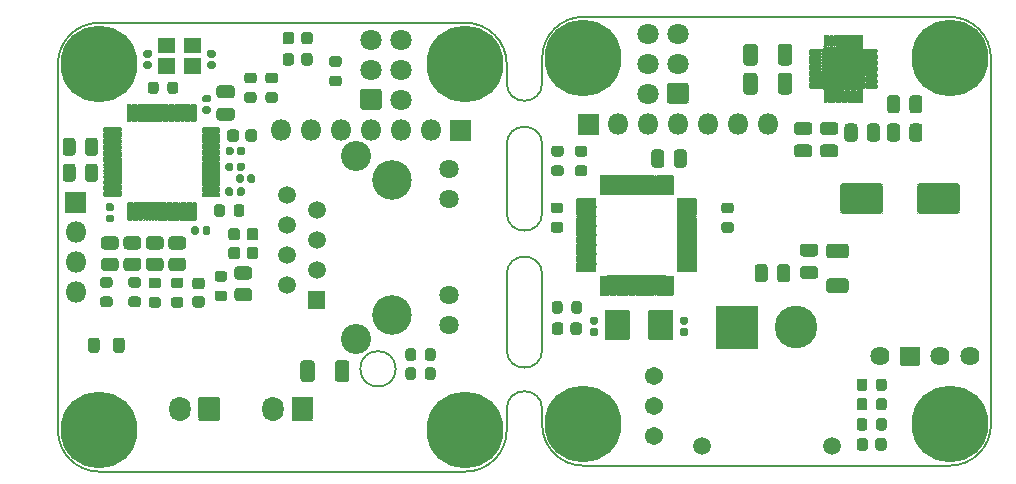
<source format=gbr>
%TF.GenerationSoftware,KiCad,Pcbnew,(5.1.8-0-10_14)*%
%TF.CreationDate,2021-08-18T19:24:50+02:00*%
%TF.ProjectId,ethersweep,65746865-7273-4776-9565-702e6b696361,2.0.1*%
%TF.SameCoordinates,Original*%
%TF.FileFunction,Soldermask,Top*%
%TF.FilePolarity,Negative*%
%FSLAX46Y46*%
G04 Gerber Fmt 4.6, Leading zero omitted, Abs format (unit mm)*
G04 Created by KiCad (PCBNEW (5.1.8-0-10_14)) date 2021-08-18 19:24:50*
%MOMM*%
%LPD*%
G01*
G04 APERTURE LIST*
%TA.AperFunction,Profile*%
%ADD10C,0.150000*%
%TD*%
%ADD11C,6.502000*%
%ADD12C,0.902000*%
%ADD13C,1.502000*%
%ADD14C,3.602000*%
%ADD15O,1.802000X2.102000*%
%ADD16C,1.802000*%
%ADD17O,1.802000X1.802000*%
%ADD18C,1.500000*%
%ADD19C,1.632000*%
%ADD20C,2.547000*%
%ADD21C,3.352000*%
%ADD22C,1.626000*%
%ADD23C,1.542000*%
%ADD24C,0.100000*%
G04 APERTURE END LIST*
D10*
X198000000Y-81000000D02*
G75*
G02*
X201500000Y-84500000I0J-3500000D01*
G01*
X160500000Y-115500000D02*
X160500000Y-114200000D01*
X163500000Y-86600000D02*
X163500000Y-85000000D01*
X163500000Y-86600000D02*
G75*
G02*
X160500000Y-86600000I-1500000J0D01*
G01*
X163500000Y-115500000D02*
X163500000Y-114200000D01*
X160500000Y-86600000D02*
X160500000Y-85000000D01*
X160500000Y-114200000D02*
G75*
G02*
X163500000Y-114200000I1500000J0D01*
G01*
X163500000Y-97600000D02*
G75*
G02*
X160500000Y-97600000I-1500000J0D01*
G01*
X160500000Y-91800000D02*
G75*
G02*
X163500000Y-91800000I1500000J0D01*
G01*
X163500000Y-97600000D02*
X163500000Y-91800000D01*
X160500000Y-109200000D02*
X160500000Y-102800000D01*
X160500000Y-102800000D02*
G75*
G02*
X163500000Y-102800000I1500000J0D01*
G01*
X160500000Y-97600000D02*
X160500000Y-91800000D01*
X163500000Y-109200000D02*
X163500000Y-102800000D01*
X163500000Y-109200000D02*
G75*
G02*
X160500000Y-109200000I-1500000J0D01*
G01*
X160500000Y-116000000D02*
X160500000Y-115500000D01*
X163500000Y-84500000D02*
X163500000Y-85000000D01*
X151100000Y-110800000D02*
G75*
G03*
X151100000Y-110800000I-1500000J0D01*
G01*
X126000000Y-119500000D02*
G75*
G02*
X122500000Y-116000000I0J3500000D01*
G01*
X126000000Y-119500000D02*
X157000000Y-119500000D01*
X167000000Y-81000000D02*
X198000000Y-81000000D01*
X163500000Y-84500000D02*
G75*
G02*
X167000000Y-81000000I3500000J0D01*
G01*
X201500000Y-115500000D02*
G75*
G02*
X198000000Y-119000000I-3500000J0D01*
G01*
X167000000Y-119000000D02*
G75*
G02*
X163500000Y-115500000I0J3500000D01*
G01*
X167000000Y-119000000D02*
X198000000Y-119000000D01*
X201500000Y-115500000D02*
X201500000Y-84500000D01*
X122500000Y-85000000D02*
X122500000Y-116000000D01*
X160500000Y-116000000D02*
G75*
G02*
X157000000Y-119500000I-3500000J0D01*
G01*
X157000000Y-81500000D02*
G75*
G02*
X160500000Y-85000000I0J-3500000D01*
G01*
X122500000Y-85000000D02*
G75*
G02*
X126000000Y-81500000I3500000J0D01*
G01*
X157000000Y-81500000D02*
X126000000Y-81500000D01*
X198000000Y-81000000D02*
G75*
G02*
X201500000Y-84500000I0J-3500000D01*
G01*
X160500000Y-115500000D02*
X160500000Y-114200000D01*
X163500000Y-86600000D02*
X163500000Y-85000000D01*
X163500000Y-86600000D02*
G75*
G02*
X160500000Y-86600000I-1500000J0D01*
G01*
X163500000Y-115500000D02*
X163500000Y-114200000D01*
X160500000Y-86600000D02*
X160500000Y-85000000D01*
X160500000Y-114200000D02*
G75*
G02*
X163500000Y-114200000I1500000J0D01*
G01*
X163500000Y-97600000D02*
G75*
G02*
X160500000Y-97600000I-1500000J0D01*
G01*
X160500000Y-91800000D02*
G75*
G02*
X163500000Y-91800000I1500000J0D01*
G01*
X163500000Y-97600000D02*
X163500000Y-91800000D01*
X160500000Y-109200000D02*
X160500000Y-102800000D01*
X160500000Y-102800000D02*
G75*
G02*
X163500000Y-102800000I1500000J0D01*
G01*
X160500000Y-97600000D02*
X160500000Y-91800000D01*
X163500000Y-109200000D02*
X163500000Y-102800000D01*
X163500000Y-109200000D02*
G75*
G02*
X160500000Y-109200000I-1500000J0D01*
G01*
X160500000Y-116000000D02*
X160500000Y-115500000D01*
X163500000Y-84500000D02*
X163500000Y-85000000D01*
X151100000Y-110800000D02*
G75*
G03*
X151100000Y-110800000I-1500000J0D01*
G01*
X126000000Y-119500000D02*
G75*
G02*
X122500000Y-116000000I0J3500000D01*
G01*
X126000000Y-119500000D02*
X157000000Y-119500000D01*
X167000000Y-81000000D02*
X198000000Y-81000000D01*
X163500000Y-84500000D02*
G75*
G02*
X167000000Y-81000000I3500000J0D01*
G01*
X201500000Y-115500000D02*
G75*
G02*
X198000000Y-119000000I-3500000J0D01*
G01*
X167000000Y-119000000D02*
G75*
G02*
X163500000Y-115500000I0J3500000D01*
G01*
X167000000Y-119000000D02*
X198000000Y-119000000D01*
X201500000Y-115500000D02*
X201500000Y-84500000D01*
X122500000Y-85000000D02*
X122500000Y-116000000D01*
X160500000Y-116000000D02*
G75*
G02*
X157000000Y-119500000I-3500000J0D01*
G01*
X157000000Y-81500000D02*
G75*
G02*
X160500000Y-85000000I0J-3500000D01*
G01*
X122500000Y-85000000D02*
G75*
G02*
X126000000Y-81500000I3500000J0D01*
G01*
X157000000Y-81500000D02*
X126000000Y-81500000D01*
G36*
G01*
X188749000Y-97440800D02*
X188749000Y-95359200D01*
G75*
G02*
X189009200Y-95099000I260200J0D01*
G01*
X192090800Y-95099000D01*
G75*
G02*
X192351000Y-95359200I0J-260200D01*
G01*
X192351000Y-97440800D01*
G75*
G02*
X192090800Y-97701000I-260200J0D01*
G01*
X189009200Y-97701000D01*
G75*
G02*
X188749000Y-97440800I0J260200D01*
G01*
G37*
G36*
G01*
X195249000Y-97440800D02*
X195249000Y-95359200D01*
G75*
G02*
X195509200Y-95099000I260200J0D01*
G01*
X198590800Y-95099000D01*
G75*
G02*
X198851000Y-95359200I0J-260200D01*
G01*
X198851000Y-97440800D01*
G75*
G02*
X198590800Y-97701000I-260200J0D01*
G01*
X195509200Y-97701000D01*
G75*
G02*
X195249000Y-97440800I0J260200D01*
G01*
G37*
D11*
X198000000Y-84500000D03*
D12*
X200400000Y-84500000D03*
X199697056Y-86197056D03*
X198000000Y-86900000D03*
X196302944Y-86197056D03*
X195600000Y-84500000D03*
X196302944Y-82802944D03*
X198000000Y-82100000D03*
X199697056Y-82802944D03*
D13*
X177000000Y-117300000D03*
X188000000Y-117300000D03*
G36*
G01*
X181801000Y-105550000D02*
X181801000Y-109050000D01*
G75*
G02*
X181750000Y-109101000I-51000J0D01*
G01*
X178250000Y-109101000D01*
G75*
G02*
X178199000Y-109050000I0J51000D01*
G01*
X178199000Y-105550000D01*
G75*
G02*
X178250000Y-105499000I51000J0D01*
G01*
X181750000Y-105499000D01*
G75*
G02*
X181801000Y-105550000I0J-51000D01*
G01*
G37*
D14*
X185000000Y-107300000D03*
D15*
X132800000Y-114200000D03*
G36*
G01*
X136201000Y-113414000D02*
X136201000Y-114986000D01*
G75*
G02*
X135936000Y-115251000I-265000J0D01*
G01*
X134664000Y-115251000D01*
G75*
G02*
X134399000Y-114986000I0J265000D01*
G01*
X134399000Y-113414000D01*
G75*
G02*
X134664000Y-113149000I265000J0D01*
G01*
X135936000Y-113149000D01*
G75*
G02*
X136201000Y-113414000I0J-265000D01*
G01*
G37*
G36*
G01*
X148099000Y-88636000D02*
X148099000Y-87364000D01*
G75*
G02*
X148364000Y-87099000I265000J0D01*
G01*
X149636000Y-87099000D01*
G75*
G02*
X149901000Y-87364000I0J-265000D01*
G01*
X149901000Y-88636000D01*
G75*
G02*
X149636000Y-88901000I-265000J0D01*
G01*
X148364000Y-88901000D01*
G75*
G02*
X148099000Y-88636000I0J265000D01*
G01*
G37*
D16*
X149000000Y-85460000D03*
X149000000Y-82920000D03*
X151540000Y-88000000D03*
X151540000Y-85460000D03*
X151540000Y-82920000D03*
G36*
G01*
X175901000Y-86864000D02*
X175901000Y-88136000D01*
G75*
G02*
X175636000Y-88401000I-265000J0D01*
G01*
X174364000Y-88401000D01*
G75*
G02*
X174099000Y-88136000I0J265000D01*
G01*
X174099000Y-86864000D01*
G75*
G02*
X174364000Y-86599000I265000J0D01*
G01*
X175636000Y-86599000D01*
G75*
G02*
X175901000Y-86864000I0J-265000D01*
G01*
G37*
X175000000Y-84960000D03*
X175000000Y-82420000D03*
X172460000Y-87500000D03*
X172460000Y-84960000D03*
X172460000Y-82420000D03*
D11*
X167000000Y-115500000D03*
D12*
X169400000Y-115500000D03*
X168697056Y-117197056D03*
X167000000Y-117900000D03*
X165302944Y-117197056D03*
X164600000Y-115500000D03*
X165302944Y-113802944D03*
X167000000Y-113100000D03*
X168697056Y-113802944D03*
X199697056Y-113777945D03*
X198000000Y-113075001D03*
X196302944Y-113777945D03*
X195600000Y-115475001D03*
X196302944Y-117172057D03*
X198000000Y-117875001D03*
X199697056Y-117172057D03*
X200400000Y-115475001D03*
D11*
X198000000Y-115475001D03*
D12*
X168697056Y-82802944D03*
X167000000Y-82100000D03*
X165302944Y-82802944D03*
X164600000Y-84500000D03*
X165302944Y-86197056D03*
X167000000Y-86900000D03*
X168697056Y-86197056D03*
X169400000Y-84500000D03*
D11*
X167000000Y-84500000D03*
G36*
G01*
X174649000Y-93500500D02*
X174649000Y-92499500D01*
G75*
G02*
X174924500Y-92224000I275500J0D01*
G01*
X175475500Y-92224000D01*
G75*
G02*
X175751000Y-92499500I0J-275500D01*
G01*
X175751000Y-93500500D01*
G75*
G02*
X175475500Y-93776000I-275500J0D01*
G01*
X174924500Y-93776000D01*
G75*
G02*
X174649000Y-93500500I0J275500D01*
G01*
G37*
G36*
G01*
X172749000Y-93500500D02*
X172749000Y-92499500D01*
G75*
G02*
X173024500Y-92224000I275500J0D01*
G01*
X173575500Y-92224000D01*
G75*
G02*
X173851000Y-92499500I0J-275500D01*
G01*
X173851000Y-93500500D01*
G75*
G02*
X173575500Y-93776000I-275500J0D01*
G01*
X173024500Y-93776000D01*
G75*
G02*
X172749000Y-93500500I0J275500D01*
G01*
G37*
G36*
G01*
X168095500Y-107051000D02*
X167704500Y-107051000D01*
G75*
G02*
X167539000Y-106885500I0J165500D01*
G01*
X167539000Y-106554500D01*
G75*
G02*
X167704500Y-106389000I165500J0D01*
G01*
X168095500Y-106389000D01*
G75*
G02*
X168261000Y-106554500I0J-165500D01*
G01*
X168261000Y-106885500D01*
G75*
G02*
X168095500Y-107051000I-165500J0D01*
G01*
G37*
G36*
G01*
X168095500Y-108011000D02*
X167704500Y-108011000D01*
G75*
G02*
X167539000Y-107845500I0J165500D01*
G01*
X167539000Y-107514500D01*
G75*
G02*
X167704500Y-107349000I165500J0D01*
G01*
X168095500Y-107349000D01*
G75*
G02*
X168261000Y-107514500I0J-165500D01*
G01*
X168261000Y-107845500D01*
G75*
G02*
X168095500Y-108011000I-165500J0D01*
G01*
G37*
G36*
G01*
X175304500Y-106389000D02*
X175695500Y-106389000D01*
G75*
G02*
X175861000Y-106554500I0J-165500D01*
G01*
X175861000Y-106885500D01*
G75*
G02*
X175695500Y-107051000I-165500J0D01*
G01*
X175304500Y-107051000D01*
G75*
G02*
X175139000Y-106885500I0J165500D01*
G01*
X175139000Y-106554500D01*
G75*
G02*
X175304500Y-106389000I165500J0D01*
G01*
G37*
G36*
G01*
X175304500Y-107349000D02*
X175695500Y-107349000D01*
G75*
G02*
X175861000Y-107514500I0J-165500D01*
G01*
X175861000Y-107845500D01*
G75*
G02*
X175695500Y-108011000I-165500J0D01*
G01*
X175304500Y-108011000D01*
G75*
G02*
X175139000Y-107845500I0J165500D01*
G01*
X175139000Y-107514500D01*
G75*
G02*
X175304500Y-107349000I165500J0D01*
G01*
G37*
G36*
G01*
X184501000Y-102199500D02*
X184501000Y-103200500D01*
G75*
G02*
X184225500Y-103476000I-275500J0D01*
G01*
X183674500Y-103476000D01*
G75*
G02*
X183399000Y-103200500I0J275500D01*
G01*
X183399000Y-102199500D01*
G75*
G02*
X183674500Y-101924000I275500J0D01*
G01*
X184225500Y-101924000D01*
G75*
G02*
X184501000Y-102199500I0J-275500D01*
G01*
G37*
G36*
G01*
X182601000Y-102199500D02*
X182601000Y-103200500D01*
G75*
G02*
X182325500Y-103476000I-275500J0D01*
G01*
X181774500Y-103476000D01*
G75*
G02*
X181499000Y-103200500I0J275500D01*
G01*
X181499000Y-102199500D01*
G75*
G02*
X181774500Y-101924000I275500J0D01*
G01*
X182325500Y-101924000D01*
G75*
G02*
X182601000Y-102199500I0J-275500D01*
G01*
G37*
G36*
G01*
X124901000Y-95850000D02*
X124901000Y-97550000D01*
G75*
G02*
X124850000Y-97601000I-51000J0D01*
G01*
X123150000Y-97601000D01*
G75*
G02*
X123099000Y-97550000I0J51000D01*
G01*
X123099000Y-95850000D01*
G75*
G02*
X123150000Y-95799000I51000J0D01*
G01*
X124850000Y-95799000D01*
G75*
G02*
X124901000Y-95850000I0J-51000D01*
G01*
G37*
D17*
X124000000Y-99240000D03*
X124000000Y-101780000D03*
X124000000Y-104320000D03*
G36*
G01*
X144101000Y-113414000D02*
X144101000Y-114986000D01*
G75*
G02*
X143836000Y-115251000I-265000J0D01*
G01*
X142564000Y-115251000D01*
G75*
G02*
X142299000Y-114986000I0J265000D01*
G01*
X142299000Y-113414000D01*
G75*
G02*
X142564000Y-113149000I265000J0D01*
G01*
X143836000Y-113149000D01*
G75*
G02*
X144101000Y-113414000I0J-265000D01*
G01*
G37*
D15*
X140700000Y-114200000D03*
G36*
G01*
X190124000Y-115800500D02*
X190124000Y-115199500D01*
G75*
G02*
X190349500Y-114974000I225500J0D01*
G01*
X190800500Y-114974000D01*
G75*
G02*
X191026000Y-115199500I0J-225500D01*
G01*
X191026000Y-115800500D01*
G75*
G02*
X190800500Y-116026000I-225500J0D01*
G01*
X190349500Y-116026000D01*
G75*
G02*
X190124000Y-115800500I0J225500D01*
G01*
G37*
G36*
G01*
X191774000Y-115800500D02*
X191774000Y-115199500D01*
G75*
G02*
X191999500Y-114974000I225500J0D01*
G01*
X192450500Y-114974000D01*
G75*
G02*
X192676000Y-115199500I0J-225500D01*
G01*
X192676000Y-115800500D01*
G75*
G02*
X192450500Y-116026000I-225500J0D01*
G01*
X191999500Y-116026000D01*
G75*
G02*
X191774000Y-115800500I0J225500D01*
G01*
G37*
G36*
G01*
X168975000Y-104601000D02*
X168425000Y-104601000D01*
G75*
G02*
X168374000Y-104550000I0J51000D01*
G01*
X168374000Y-102950000D01*
G75*
G02*
X168425000Y-102899000I51000J0D01*
G01*
X168975000Y-102899000D01*
G75*
G02*
X169026000Y-102950000I0J-51000D01*
G01*
X169026000Y-104550000D01*
G75*
G02*
X168975000Y-104601000I-51000J0D01*
G01*
G37*
G36*
G01*
X169775000Y-104601000D02*
X169225000Y-104601000D01*
G75*
G02*
X169174000Y-104550000I0J51000D01*
G01*
X169174000Y-102950000D01*
G75*
G02*
X169225000Y-102899000I51000J0D01*
G01*
X169775000Y-102899000D01*
G75*
G02*
X169826000Y-102950000I0J-51000D01*
G01*
X169826000Y-104550000D01*
G75*
G02*
X169775000Y-104601000I-51000J0D01*
G01*
G37*
G36*
G01*
X170575000Y-104601000D02*
X170025000Y-104601000D01*
G75*
G02*
X169974000Y-104550000I0J51000D01*
G01*
X169974000Y-102950000D01*
G75*
G02*
X170025000Y-102899000I51000J0D01*
G01*
X170575000Y-102899000D01*
G75*
G02*
X170626000Y-102950000I0J-51000D01*
G01*
X170626000Y-104550000D01*
G75*
G02*
X170575000Y-104601000I-51000J0D01*
G01*
G37*
G36*
G01*
X171375000Y-104601000D02*
X170825000Y-104601000D01*
G75*
G02*
X170774000Y-104550000I0J51000D01*
G01*
X170774000Y-102950000D01*
G75*
G02*
X170825000Y-102899000I51000J0D01*
G01*
X171375000Y-102899000D01*
G75*
G02*
X171426000Y-102950000I0J-51000D01*
G01*
X171426000Y-104550000D01*
G75*
G02*
X171375000Y-104601000I-51000J0D01*
G01*
G37*
G36*
G01*
X172175000Y-104601000D02*
X171625000Y-104601000D01*
G75*
G02*
X171574000Y-104550000I0J51000D01*
G01*
X171574000Y-102950000D01*
G75*
G02*
X171625000Y-102899000I51000J0D01*
G01*
X172175000Y-102899000D01*
G75*
G02*
X172226000Y-102950000I0J-51000D01*
G01*
X172226000Y-104550000D01*
G75*
G02*
X172175000Y-104601000I-51000J0D01*
G01*
G37*
G36*
G01*
X172975000Y-104601000D02*
X172425000Y-104601000D01*
G75*
G02*
X172374000Y-104550000I0J51000D01*
G01*
X172374000Y-102950000D01*
G75*
G02*
X172425000Y-102899000I51000J0D01*
G01*
X172975000Y-102899000D01*
G75*
G02*
X173026000Y-102950000I0J-51000D01*
G01*
X173026000Y-104550000D01*
G75*
G02*
X172975000Y-104601000I-51000J0D01*
G01*
G37*
G36*
G01*
X173775000Y-104601000D02*
X173225000Y-104601000D01*
G75*
G02*
X173174000Y-104550000I0J51000D01*
G01*
X173174000Y-102950000D01*
G75*
G02*
X173225000Y-102899000I51000J0D01*
G01*
X173775000Y-102899000D01*
G75*
G02*
X173826000Y-102950000I0J-51000D01*
G01*
X173826000Y-104550000D01*
G75*
G02*
X173775000Y-104601000I-51000J0D01*
G01*
G37*
G36*
G01*
X174575000Y-104601000D02*
X174025000Y-104601000D01*
G75*
G02*
X173974000Y-104550000I0J51000D01*
G01*
X173974000Y-102950000D01*
G75*
G02*
X174025000Y-102899000I51000J0D01*
G01*
X174575000Y-102899000D01*
G75*
G02*
X174626000Y-102950000I0J-51000D01*
G01*
X174626000Y-104550000D01*
G75*
G02*
X174575000Y-104601000I-51000J0D01*
G01*
G37*
G36*
G01*
X176601000Y-102025000D02*
X176601000Y-102575000D01*
G75*
G02*
X176550000Y-102626000I-51000J0D01*
G01*
X174950000Y-102626000D01*
G75*
G02*
X174899000Y-102575000I0J51000D01*
G01*
X174899000Y-102025000D01*
G75*
G02*
X174950000Y-101974000I51000J0D01*
G01*
X176550000Y-101974000D01*
G75*
G02*
X176601000Y-102025000I0J-51000D01*
G01*
G37*
G36*
G01*
X176601000Y-101225000D02*
X176601000Y-101775000D01*
G75*
G02*
X176550000Y-101826000I-51000J0D01*
G01*
X174950000Y-101826000D01*
G75*
G02*
X174899000Y-101775000I0J51000D01*
G01*
X174899000Y-101225000D01*
G75*
G02*
X174950000Y-101174000I51000J0D01*
G01*
X176550000Y-101174000D01*
G75*
G02*
X176601000Y-101225000I0J-51000D01*
G01*
G37*
G36*
G01*
X176601000Y-100425000D02*
X176601000Y-100975000D01*
G75*
G02*
X176550000Y-101026000I-51000J0D01*
G01*
X174950000Y-101026000D01*
G75*
G02*
X174899000Y-100975000I0J51000D01*
G01*
X174899000Y-100425000D01*
G75*
G02*
X174950000Y-100374000I51000J0D01*
G01*
X176550000Y-100374000D01*
G75*
G02*
X176601000Y-100425000I0J-51000D01*
G01*
G37*
G36*
G01*
X176601000Y-99625000D02*
X176601000Y-100175000D01*
G75*
G02*
X176550000Y-100226000I-51000J0D01*
G01*
X174950000Y-100226000D01*
G75*
G02*
X174899000Y-100175000I0J51000D01*
G01*
X174899000Y-99625000D01*
G75*
G02*
X174950000Y-99574000I51000J0D01*
G01*
X176550000Y-99574000D01*
G75*
G02*
X176601000Y-99625000I0J-51000D01*
G01*
G37*
G36*
G01*
X176601000Y-98825000D02*
X176601000Y-99375000D01*
G75*
G02*
X176550000Y-99426000I-51000J0D01*
G01*
X174950000Y-99426000D01*
G75*
G02*
X174899000Y-99375000I0J51000D01*
G01*
X174899000Y-98825000D01*
G75*
G02*
X174950000Y-98774000I51000J0D01*
G01*
X176550000Y-98774000D01*
G75*
G02*
X176601000Y-98825000I0J-51000D01*
G01*
G37*
G36*
G01*
X176601000Y-98025000D02*
X176601000Y-98575000D01*
G75*
G02*
X176550000Y-98626000I-51000J0D01*
G01*
X174950000Y-98626000D01*
G75*
G02*
X174899000Y-98575000I0J51000D01*
G01*
X174899000Y-98025000D01*
G75*
G02*
X174950000Y-97974000I51000J0D01*
G01*
X176550000Y-97974000D01*
G75*
G02*
X176601000Y-98025000I0J-51000D01*
G01*
G37*
G36*
G01*
X176601000Y-97225000D02*
X176601000Y-97775000D01*
G75*
G02*
X176550000Y-97826000I-51000J0D01*
G01*
X174950000Y-97826000D01*
G75*
G02*
X174899000Y-97775000I0J51000D01*
G01*
X174899000Y-97225000D01*
G75*
G02*
X174950000Y-97174000I51000J0D01*
G01*
X176550000Y-97174000D01*
G75*
G02*
X176601000Y-97225000I0J-51000D01*
G01*
G37*
G36*
G01*
X176601000Y-96425000D02*
X176601000Y-96975000D01*
G75*
G02*
X176550000Y-97026000I-51000J0D01*
G01*
X174950000Y-97026000D01*
G75*
G02*
X174899000Y-96975000I0J51000D01*
G01*
X174899000Y-96425000D01*
G75*
G02*
X174950000Y-96374000I51000J0D01*
G01*
X176550000Y-96374000D01*
G75*
G02*
X176601000Y-96425000I0J-51000D01*
G01*
G37*
G36*
G01*
X174575000Y-96101000D02*
X174025000Y-96101000D01*
G75*
G02*
X173974000Y-96050000I0J51000D01*
G01*
X173974000Y-94450000D01*
G75*
G02*
X174025000Y-94399000I51000J0D01*
G01*
X174575000Y-94399000D01*
G75*
G02*
X174626000Y-94450000I0J-51000D01*
G01*
X174626000Y-96050000D01*
G75*
G02*
X174575000Y-96101000I-51000J0D01*
G01*
G37*
G36*
G01*
X173775000Y-96101000D02*
X173225000Y-96101000D01*
G75*
G02*
X173174000Y-96050000I0J51000D01*
G01*
X173174000Y-94450000D01*
G75*
G02*
X173225000Y-94399000I51000J0D01*
G01*
X173775000Y-94399000D01*
G75*
G02*
X173826000Y-94450000I0J-51000D01*
G01*
X173826000Y-96050000D01*
G75*
G02*
X173775000Y-96101000I-51000J0D01*
G01*
G37*
G36*
G01*
X172975000Y-96101000D02*
X172425000Y-96101000D01*
G75*
G02*
X172374000Y-96050000I0J51000D01*
G01*
X172374000Y-94450000D01*
G75*
G02*
X172425000Y-94399000I51000J0D01*
G01*
X172975000Y-94399000D01*
G75*
G02*
X173026000Y-94450000I0J-51000D01*
G01*
X173026000Y-96050000D01*
G75*
G02*
X172975000Y-96101000I-51000J0D01*
G01*
G37*
G36*
G01*
X172175000Y-96101000D02*
X171625000Y-96101000D01*
G75*
G02*
X171574000Y-96050000I0J51000D01*
G01*
X171574000Y-94450000D01*
G75*
G02*
X171625000Y-94399000I51000J0D01*
G01*
X172175000Y-94399000D01*
G75*
G02*
X172226000Y-94450000I0J-51000D01*
G01*
X172226000Y-96050000D01*
G75*
G02*
X172175000Y-96101000I-51000J0D01*
G01*
G37*
G36*
G01*
X171375000Y-96101000D02*
X170825000Y-96101000D01*
G75*
G02*
X170774000Y-96050000I0J51000D01*
G01*
X170774000Y-94450000D01*
G75*
G02*
X170825000Y-94399000I51000J0D01*
G01*
X171375000Y-94399000D01*
G75*
G02*
X171426000Y-94450000I0J-51000D01*
G01*
X171426000Y-96050000D01*
G75*
G02*
X171375000Y-96101000I-51000J0D01*
G01*
G37*
G36*
G01*
X170575000Y-96101000D02*
X170025000Y-96101000D01*
G75*
G02*
X169974000Y-96050000I0J51000D01*
G01*
X169974000Y-94450000D01*
G75*
G02*
X170025000Y-94399000I51000J0D01*
G01*
X170575000Y-94399000D01*
G75*
G02*
X170626000Y-94450000I0J-51000D01*
G01*
X170626000Y-96050000D01*
G75*
G02*
X170575000Y-96101000I-51000J0D01*
G01*
G37*
G36*
G01*
X169775000Y-96101000D02*
X169225000Y-96101000D01*
G75*
G02*
X169174000Y-96050000I0J51000D01*
G01*
X169174000Y-94450000D01*
G75*
G02*
X169225000Y-94399000I51000J0D01*
G01*
X169775000Y-94399000D01*
G75*
G02*
X169826000Y-94450000I0J-51000D01*
G01*
X169826000Y-96050000D01*
G75*
G02*
X169775000Y-96101000I-51000J0D01*
G01*
G37*
G36*
G01*
X168975000Y-96101000D02*
X168425000Y-96101000D01*
G75*
G02*
X168374000Y-96050000I0J51000D01*
G01*
X168374000Y-94450000D01*
G75*
G02*
X168425000Y-94399000I51000J0D01*
G01*
X168975000Y-94399000D01*
G75*
G02*
X169026000Y-94450000I0J-51000D01*
G01*
X169026000Y-96050000D01*
G75*
G02*
X168975000Y-96101000I-51000J0D01*
G01*
G37*
G36*
G01*
X168101000Y-96425000D02*
X168101000Y-96975000D01*
G75*
G02*
X168050000Y-97026000I-51000J0D01*
G01*
X166450000Y-97026000D01*
G75*
G02*
X166399000Y-96975000I0J51000D01*
G01*
X166399000Y-96425000D01*
G75*
G02*
X166450000Y-96374000I51000J0D01*
G01*
X168050000Y-96374000D01*
G75*
G02*
X168101000Y-96425000I0J-51000D01*
G01*
G37*
G36*
G01*
X168101000Y-97225000D02*
X168101000Y-97775000D01*
G75*
G02*
X168050000Y-97826000I-51000J0D01*
G01*
X166450000Y-97826000D01*
G75*
G02*
X166399000Y-97775000I0J51000D01*
G01*
X166399000Y-97225000D01*
G75*
G02*
X166450000Y-97174000I51000J0D01*
G01*
X168050000Y-97174000D01*
G75*
G02*
X168101000Y-97225000I0J-51000D01*
G01*
G37*
G36*
G01*
X168101000Y-98025000D02*
X168101000Y-98575000D01*
G75*
G02*
X168050000Y-98626000I-51000J0D01*
G01*
X166450000Y-98626000D01*
G75*
G02*
X166399000Y-98575000I0J51000D01*
G01*
X166399000Y-98025000D01*
G75*
G02*
X166450000Y-97974000I51000J0D01*
G01*
X168050000Y-97974000D01*
G75*
G02*
X168101000Y-98025000I0J-51000D01*
G01*
G37*
G36*
G01*
X168101000Y-98825000D02*
X168101000Y-99375000D01*
G75*
G02*
X168050000Y-99426000I-51000J0D01*
G01*
X166450000Y-99426000D01*
G75*
G02*
X166399000Y-99375000I0J51000D01*
G01*
X166399000Y-98825000D01*
G75*
G02*
X166450000Y-98774000I51000J0D01*
G01*
X168050000Y-98774000D01*
G75*
G02*
X168101000Y-98825000I0J-51000D01*
G01*
G37*
G36*
G01*
X168101000Y-99625000D02*
X168101000Y-100175000D01*
G75*
G02*
X168050000Y-100226000I-51000J0D01*
G01*
X166450000Y-100226000D01*
G75*
G02*
X166399000Y-100175000I0J51000D01*
G01*
X166399000Y-99625000D01*
G75*
G02*
X166450000Y-99574000I51000J0D01*
G01*
X168050000Y-99574000D01*
G75*
G02*
X168101000Y-99625000I0J-51000D01*
G01*
G37*
G36*
G01*
X168101000Y-100425000D02*
X168101000Y-100975000D01*
G75*
G02*
X168050000Y-101026000I-51000J0D01*
G01*
X166450000Y-101026000D01*
G75*
G02*
X166399000Y-100975000I0J51000D01*
G01*
X166399000Y-100425000D01*
G75*
G02*
X166450000Y-100374000I51000J0D01*
G01*
X168050000Y-100374000D01*
G75*
G02*
X168101000Y-100425000I0J-51000D01*
G01*
G37*
G36*
G01*
X168101000Y-101225000D02*
X168101000Y-101775000D01*
G75*
G02*
X168050000Y-101826000I-51000J0D01*
G01*
X166450000Y-101826000D01*
G75*
G02*
X166399000Y-101775000I0J51000D01*
G01*
X166399000Y-101225000D01*
G75*
G02*
X166450000Y-101174000I51000J0D01*
G01*
X168050000Y-101174000D01*
G75*
G02*
X168101000Y-101225000I0J-51000D01*
G01*
G37*
G36*
G01*
X168101000Y-102025000D02*
X168101000Y-102575000D01*
G75*
G02*
X168050000Y-102626000I-51000J0D01*
G01*
X166450000Y-102626000D01*
G75*
G02*
X166399000Y-102575000I0J51000D01*
G01*
X166399000Y-102025000D01*
G75*
G02*
X166450000Y-101974000I51000J0D01*
G01*
X168050000Y-101974000D01*
G75*
G02*
X168101000Y-102025000I0J-51000D01*
G01*
G37*
D11*
X126000000Y-85000000D03*
D12*
X128400000Y-85000000D03*
X127697056Y-86697056D03*
X126000000Y-87400000D03*
X124302944Y-86697056D03*
X123600000Y-85000000D03*
X124302944Y-83302944D03*
X126000000Y-82600000D03*
X127697056Y-83302944D03*
X158697056Y-83302944D03*
X157000000Y-82600000D03*
X155302944Y-83302944D03*
X154600000Y-85000000D03*
X155302944Y-86697056D03*
X157000000Y-87400000D03*
X158697056Y-86697056D03*
X159400000Y-85000000D03*
D11*
X157000000Y-85000000D03*
X157000000Y-116000000D03*
D12*
X159400000Y-116000000D03*
X158697056Y-117697056D03*
X157000000Y-118400000D03*
X155302944Y-117697056D03*
X154600000Y-116000000D03*
X155302944Y-114302944D03*
X157000000Y-113600000D03*
X158697056Y-114302944D03*
X127697056Y-114302944D03*
X126000000Y-113600000D03*
X124302944Y-114302944D03*
X123600000Y-116000000D03*
X124302944Y-117697056D03*
X126000000Y-118400000D03*
X127697056Y-117697056D03*
X128400000Y-116000000D03*
D11*
X126000000Y-116000000D03*
G36*
G01*
X164449500Y-96724000D02*
X165050500Y-96724000D01*
G75*
G02*
X165276000Y-96949500I0J-225500D01*
G01*
X165276000Y-97400500D01*
G75*
G02*
X165050500Y-97626000I-225500J0D01*
G01*
X164449500Y-97626000D01*
G75*
G02*
X164224000Y-97400500I0J225500D01*
G01*
X164224000Y-96949500D01*
G75*
G02*
X164449500Y-96724000I225500J0D01*
G01*
G37*
G36*
G01*
X164449500Y-98374000D02*
X165050500Y-98374000D01*
G75*
G02*
X165276000Y-98599500I0J-225500D01*
G01*
X165276000Y-99050500D01*
G75*
G02*
X165050500Y-99276000I-225500J0D01*
G01*
X164449500Y-99276000D01*
G75*
G02*
X164224000Y-99050500I0J225500D01*
G01*
X164224000Y-98599500D01*
G75*
G02*
X164449500Y-98374000I225500J0D01*
G01*
G37*
G36*
G01*
X178899500Y-98374000D02*
X179500500Y-98374000D01*
G75*
G02*
X179726000Y-98599500I0J-225500D01*
G01*
X179726000Y-99050500D01*
G75*
G02*
X179500500Y-99276000I-225500J0D01*
G01*
X178899500Y-99276000D01*
G75*
G02*
X178674000Y-99050500I0J225500D01*
G01*
X178674000Y-98599500D01*
G75*
G02*
X178899500Y-98374000I225500J0D01*
G01*
G37*
G36*
G01*
X178899500Y-96724000D02*
X179500500Y-96724000D01*
G75*
G02*
X179726000Y-96949500I0J-225500D01*
G01*
X179726000Y-97400500D01*
G75*
G02*
X179500500Y-97626000I-225500J0D01*
G01*
X178899500Y-97626000D01*
G75*
G02*
X178674000Y-97400500I0J225500D01*
G01*
X178674000Y-96949500D01*
G75*
G02*
X178899500Y-96724000I225500J0D01*
G01*
G37*
G36*
G01*
X165100500Y-92826000D02*
X164499500Y-92826000D01*
G75*
G02*
X164274000Y-92600500I0J225500D01*
G01*
X164274000Y-92149500D01*
G75*
G02*
X164499500Y-91924000I225500J0D01*
G01*
X165100500Y-91924000D01*
G75*
G02*
X165326000Y-92149500I0J-225500D01*
G01*
X165326000Y-92600500D01*
G75*
G02*
X165100500Y-92826000I-225500J0D01*
G01*
G37*
G36*
G01*
X165100500Y-94476000D02*
X164499500Y-94476000D01*
G75*
G02*
X164274000Y-94250500I0J225500D01*
G01*
X164274000Y-93799500D01*
G75*
G02*
X164499500Y-93574000I225500J0D01*
G01*
X165100500Y-93574000D01*
G75*
G02*
X165326000Y-93799500I0J-225500D01*
G01*
X165326000Y-94250500D01*
G75*
G02*
X165100500Y-94476000I-225500J0D01*
G01*
G37*
G36*
G01*
X167100500Y-94476000D02*
X166499500Y-94476000D01*
G75*
G02*
X166274000Y-94250500I0J225500D01*
G01*
X166274000Y-93799500D01*
G75*
G02*
X166499500Y-93574000I225500J0D01*
G01*
X167100500Y-93574000D01*
G75*
G02*
X167326000Y-93799500I0J-225500D01*
G01*
X167326000Y-94250500D01*
G75*
G02*
X167100500Y-94476000I-225500J0D01*
G01*
G37*
G36*
G01*
X167100500Y-92826000D02*
X166499500Y-92826000D01*
G75*
G02*
X166274000Y-92600500I0J225500D01*
G01*
X166274000Y-92149500D01*
G75*
G02*
X166499500Y-91924000I225500J0D01*
G01*
X167100500Y-91924000D01*
G75*
G02*
X167326000Y-92149500I0J-225500D01*
G01*
X167326000Y-92600500D01*
G75*
G02*
X167100500Y-92826000I-225500J0D01*
G01*
G37*
G36*
G01*
X146300500Y-86876000D02*
X145699500Y-86876000D01*
G75*
G02*
X145474000Y-86650500I0J225500D01*
G01*
X145474000Y-86199500D01*
G75*
G02*
X145699500Y-85974000I225500J0D01*
G01*
X146300500Y-85974000D01*
G75*
G02*
X146526000Y-86199500I0J-225500D01*
G01*
X146526000Y-86650500D01*
G75*
G02*
X146300500Y-86876000I-225500J0D01*
G01*
G37*
G36*
G01*
X146300500Y-85226000D02*
X145699500Y-85226000D01*
G75*
G02*
X145474000Y-85000500I0J225500D01*
G01*
X145474000Y-84549500D01*
G75*
G02*
X145699500Y-84324000I225500J0D01*
G01*
X146300500Y-84324000D01*
G75*
G02*
X146526000Y-84549500I0J-225500D01*
G01*
X146526000Y-85000500D01*
G75*
G02*
X146300500Y-85226000I-225500J0D01*
G01*
G37*
G36*
G01*
X174601000Y-105900000D02*
X174601000Y-108300000D01*
G75*
G02*
X174550000Y-108351000I-51000J0D01*
G01*
X172550000Y-108351000D01*
G75*
G02*
X172499000Y-108300000I0J51000D01*
G01*
X172499000Y-105900000D01*
G75*
G02*
X172550000Y-105849000I51000J0D01*
G01*
X174550000Y-105849000D01*
G75*
G02*
X174601000Y-105900000I0J-51000D01*
G01*
G37*
G36*
G01*
X170901000Y-105900000D02*
X170901000Y-108300000D01*
G75*
G02*
X170850000Y-108351000I-51000J0D01*
G01*
X168850000Y-108351000D01*
G75*
G02*
X168799000Y-108300000I0J51000D01*
G01*
X168799000Y-105900000D01*
G75*
G02*
X168850000Y-105849000I51000J0D01*
G01*
X170850000Y-105849000D01*
G75*
G02*
X170901000Y-105900000I0J-51000D01*
G01*
G37*
G36*
G01*
X190129001Y-112455501D02*
X190129001Y-111854501D01*
G75*
G02*
X190354501Y-111629001I225500J0D01*
G01*
X190805501Y-111629001D01*
G75*
G02*
X191031001Y-111854501I0J-225500D01*
G01*
X191031001Y-112455501D01*
G75*
G02*
X190805501Y-112681001I-225500J0D01*
G01*
X190354501Y-112681001D01*
G75*
G02*
X190129001Y-112455501I0J225500D01*
G01*
G37*
G36*
G01*
X191779001Y-112455501D02*
X191779001Y-111854501D01*
G75*
G02*
X192004501Y-111629001I225500J0D01*
G01*
X192455501Y-111629001D01*
G75*
G02*
X192681001Y-111854501I0J-225500D01*
G01*
X192681001Y-112455501D01*
G75*
G02*
X192455501Y-112681001I-225500J0D01*
G01*
X192004501Y-112681001D01*
G75*
G02*
X191779001Y-112455501I0J225500D01*
G01*
G37*
G36*
G01*
X191026000Y-113499500D02*
X191026000Y-114100500D01*
G75*
G02*
X190800500Y-114326000I-225500J0D01*
G01*
X190349500Y-114326000D01*
G75*
G02*
X190124000Y-114100500I0J225500D01*
G01*
X190124000Y-113499500D01*
G75*
G02*
X190349500Y-113274000I225500J0D01*
G01*
X190800500Y-113274000D01*
G75*
G02*
X191026000Y-113499500I0J-225500D01*
G01*
G37*
G36*
G01*
X192676000Y-113499500D02*
X192676000Y-114100500D01*
G75*
G02*
X192450500Y-114326000I-225500J0D01*
G01*
X191999500Y-114326000D01*
G75*
G02*
X191774000Y-114100500I0J225500D01*
G01*
X191774000Y-113499500D01*
G75*
G02*
X191999500Y-113274000I225500J0D01*
G01*
X192450500Y-113274000D01*
G75*
G02*
X192676000Y-113499500I0J-225500D01*
G01*
G37*
G36*
G01*
X147176000Y-110346663D02*
X147176000Y-111653337D01*
G75*
G02*
X146903337Y-111926000I-272663J0D01*
G01*
X146221663Y-111926000D01*
G75*
G02*
X145949000Y-111653337I0J272663D01*
G01*
X145949000Y-110346663D01*
G75*
G02*
X146221663Y-110074000I272663J0D01*
G01*
X146903337Y-110074000D01*
G75*
G02*
X147176000Y-110346663I0J-272663D01*
G01*
G37*
G36*
G01*
X144251000Y-110346663D02*
X144251000Y-111653337D01*
G75*
G02*
X143978337Y-111926000I-272663J0D01*
G01*
X143296663Y-111926000D01*
G75*
G02*
X143024000Y-111653337I0J272663D01*
G01*
X143024000Y-110346663D01*
G75*
G02*
X143296663Y-110074000I272663J0D01*
G01*
X143978337Y-110074000D01*
G75*
G02*
X144251000Y-110346663I0J-272663D01*
G01*
G37*
G36*
G01*
X136600500Y-105076000D02*
X135999500Y-105076000D01*
G75*
G02*
X135774000Y-104850500I0J225500D01*
G01*
X135774000Y-104399500D01*
G75*
G02*
X135999500Y-104174000I225500J0D01*
G01*
X136600500Y-104174000D01*
G75*
G02*
X136826000Y-104399500I0J-225500D01*
G01*
X136826000Y-104850500D01*
G75*
G02*
X136600500Y-105076000I-225500J0D01*
G01*
G37*
G36*
G01*
X136600500Y-103426000D02*
X135999500Y-103426000D01*
G75*
G02*
X135774000Y-103200500I0J225500D01*
G01*
X135774000Y-102749500D01*
G75*
G02*
X135999500Y-102524000I225500J0D01*
G01*
X136600500Y-102524000D01*
G75*
G02*
X136826000Y-102749500I0J-225500D01*
G01*
X136826000Y-103200500D01*
G75*
G02*
X136600500Y-103426000I-225500J0D01*
G01*
G37*
G36*
G01*
X134124500Y-104624000D02*
X134675500Y-104624000D01*
G75*
G02*
X134926000Y-104874500I0J-250500D01*
G01*
X134926000Y-105375500D01*
G75*
G02*
X134675500Y-105626000I-250500J0D01*
G01*
X134124500Y-105626000D01*
G75*
G02*
X133874000Y-105375500I0J250500D01*
G01*
X133874000Y-104874500D01*
G75*
G02*
X134124500Y-104624000I250500J0D01*
G01*
G37*
G36*
G01*
X134124500Y-103074000D02*
X134675500Y-103074000D01*
G75*
G02*
X134926000Y-103324500I0J-250500D01*
G01*
X134926000Y-103825500D01*
G75*
G02*
X134675500Y-104076000I-250500J0D01*
G01*
X134124500Y-104076000D01*
G75*
G02*
X133874000Y-103825500I0J250500D01*
G01*
X133874000Y-103324500D01*
G75*
G02*
X134124500Y-103074000I250500J0D01*
G01*
G37*
G36*
G01*
X136689000Y-93895500D02*
X136689000Y-93504500D01*
G75*
G02*
X136854500Y-93339000I165500J0D01*
G01*
X137185500Y-93339000D01*
G75*
G02*
X137351000Y-93504500I0J-165500D01*
G01*
X137351000Y-93895500D01*
G75*
G02*
X137185500Y-94061000I-165500J0D01*
G01*
X136854500Y-94061000D01*
G75*
G02*
X136689000Y-93895500I0J165500D01*
G01*
G37*
G36*
G01*
X137649000Y-93895500D02*
X137649000Y-93504500D01*
G75*
G02*
X137814500Y-93339000I165500J0D01*
G01*
X138145500Y-93339000D01*
G75*
G02*
X138311000Y-93504500I0J-165500D01*
G01*
X138311000Y-93895500D01*
G75*
G02*
X138145500Y-94061000I-165500J0D01*
G01*
X137814500Y-94061000D01*
G75*
G02*
X137649000Y-93895500I0J165500D01*
G01*
G37*
G36*
G01*
X138549000Y-94895500D02*
X138549000Y-94504500D01*
G75*
G02*
X138714500Y-94339000I165500J0D01*
G01*
X139045500Y-94339000D01*
G75*
G02*
X139211000Y-94504500I0J-165500D01*
G01*
X139211000Y-94895500D01*
G75*
G02*
X139045500Y-95061000I-165500J0D01*
G01*
X138714500Y-95061000D01*
G75*
G02*
X138549000Y-94895500I0J165500D01*
G01*
G37*
G36*
G01*
X137589000Y-94895500D02*
X137589000Y-94504500D01*
G75*
G02*
X137754500Y-94339000I165500J0D01*
G01*
X138085500Y-94339000D01*
G75*
G02*
X138251000Y-94504500I0J-165500D01*
G01*
X138251000Y-94895500D01*
G75*
G02*
X138085500Y-95061000I-165500J0D01*
G01*
X137754500Y-95061000D01*
G75*
G02*
X137589000Y-94895500I0J165500D01*
G01*
G37*
G36*
G01*
X135295500Y-89211000D02*
X134904500Y-89211000D01*
G75*
G02*
X134739000Y-89045500I0J165500D01*
G01*
X134739000Y-88714500D01*
G75*
G02*
X134904500Y-88549000I165500J0D01*
G01*
X135295500Y-88549000D01*
G75*
G02*
X135461000Y-88714500I0J-165500D01*
G01*
X135461000Y-89045500D01*
G75*
G02*
X135295500Y-89211000I-165500J0D01*
G01*
G37*
G36*
G01*
X135295500Y-88251000D02*
X134904500Y-88251000D01*
G75*
G02*
X134739000Y-88085500I0J165500D01*
G01*
X134739000Y-87754500D01*
G75*
G02*
X134904500Y-87589000I165500J0D01*
G01*
X135295500Y-87589000D01*
G75*
G02*
X135461000Y-87754500I0J-165500D01*
G01*
X135461000Y-88085500D01*
G75*
G02*
X135295500Y-88251000I-165500J0D01*
G01*
G37*
G36*
G01*
X134749000Y-99295500D02*
X134749000Y-98904500D01*
G75*
G02*
X134914500Y-98739000I165500J0D01*
G01*
X135245500Y-98739000D01*
G75*
G02*
X135411000Y-98904500I0J-165500D01*
G01*
X135411000Y-99295500D01*
G75*
G02*
X135245500Y-99461000I-165500J0D01*
G01*
X134914500Y-99461000D01*
G75*
G02*
X134749000Y-99295500I0J165500D01*
G01*
G37*
G36*
G01*
X133789000Y-99295500D02*
X133789000Y-98904500D01*
G75*
G02*
X133954500Y-98739000I165500J0D01*
G01*
X134285500Y-98739000D01*
G75*
G02*
X134451000Y-98904500I0J-165500D01*
G01*
X134451000Y-99295500D01*
G75*
G02*
X134285500Y-99461000I-165500J0D01*
G01*
X133954500Y-99461000D01*
G75*
G02*
X133789000Y-99295500I0J165500D01*
G01*
G37*
G36*
G01*
X126704500Y-97749000D02*
X127095500Y-97749000D01*
G75*
G02*
X127261000Y-97914500I0J-165500D01*
G01*
X127261000Y-98245500D01*
G75*
G02*
X127095500Y-98411000I-165500J0D01*
G01*
X126704500Y-98411000D01*
G75*
G02*
X126539000Y-98245500I0J165500D01*
G01*
X126539000Y-97914500D01*
G75*
G02*
X126704500Y-97749000I165500J0D01*
G01*
G37*
G36*
G01*
X126704500Y-96789000D02*
X127095500Y-96789000D01*
G75*
G02*
X127261000Y-96954500I0J-165500D01*
G01*
X127261000Y-97285500D01*
G75*
G02*
X127095500Y-97451000I-165500J0D01*
G01*
X126704500Y-97451000D01*
G75*
G02*
X126539000Y-97285500I0J165500D01*
G01*
X126539000Y-96954500D01*
G75*
G02*
X126704500Y-96789000I165500J0D01*
G01*
G37*
G36*
G01*
X137649000Y-95995500D02*
X137649000Y-95604500D01*
G75*
G02*
X137814500Y-95439000I165500J0D01*
G01*
X138145500Y-95439000D01*
G75*
G02*
X138311000Y-95604500I0J-165500D01*
G01*
X138311000Y-95995500D01*
G75*
G02*
X138145500Y-96161000I-165500J0D01*
G01*
X137814500Y-96161000D01*
G75*
G02*
X137649000Y-95995500I0J165500D01*
G01*
G37*
G36*
G01*
X136689000Y-95995500D02*
X136689000Y-95604500D01*
G75*
G02*
X136854500Y-95439000I165500J0D01*
G01*
X137185500Y-95439000D01*
G75*
G02*
X137351000Y-95604500I0J-165500D01*
G01*
X137351000Y-95995500D01*
G75*
G02*
X137185500Y-96161000I-165500J0D01*
G01*
X136854500Y-96161000D01*
G75*
G02*
X136689000Y-95995500I0J165500D01*
G01*
G37*
G36*
G01*
X137200500Y-89801000D02*
X136199500Y-89801000D01*
G75*
G02*
X135924000Y-89525500I0J275500D01*
G01*
X135924000Y-88974500D01*
G75*
G02*
X136199500Y-88699000I275500J0D01*
G01*
X137200500Y-88699000D01*
G75*
G02*
X137476000Y-88974500I0J-275500D01*
G01*
X137476000Y-89525500D01*
G75*
G02*
X137200500Y-89801000I-275500J0D01*
G01*
G37*
G36*
G01*
X137200500Y-87901000D02*
X136199500Y-87901000D01*
G75*
G02*
X135924000Y-87625500I0J275500D01*
G01*
X135924000Y-87074500D01*
G75*
G02*
X136199500Y-86799000I275500J0D01*
G01*
X137200500Y-86799000D01*
G75*
G02*
X137476000Y-87074500I0J-275500D01*
G01*
X137476000Y-87625500D01*
G75*
G02*
X137200500Y-87901000I-275500J0D01*
G01*
G37*
G36*
G01*
X124001000Y-91499500D02*
X124001000Y-92500500D01*
G75*
G02*
X123725500Y-92776000I-275500J0D01*
G01*
X123174500Y-92776000D01*
G75*
G02*
X122899000Y-92500500I0J275500D01*
G01*
X122899000Y-91499500D01*
G75*
G02*
X123174500Y-91224000I275500J0D01*
G01*
X123725500Y-91224000D01*
G75*
G02*
X124001000Y-91499500I0J-275500D01*
G01*
G37*
G36*
G01*
X125901000Y-91499500D02*
X125901000Y-92500500D01*
G75*
G02*
X125625500Y-92776000I-275500J0D01*
G01*
X125074500Y-92776000D01*
G75*
G02*
X124799000Y-92500500I0J275500D01*
G01*
X124799000Y-91499500D01*
G75*
G02*
X125074500Y-91224000I275500J0D01*
G01*
X125625500Y-91224000D01*
G75*
G02*
X125901000Y-91499500I0J-275500D01*
G01*
G37*
G36*
G01*
X135695500Y-85411000D02*
X135304500Y-85411000D01*
G75*
G02*
X135139000Y-85245500I0J165500D01*
G01*
X135139000Y-84914500D01*
G75*
G02*
X135304500Y-84749000I165500J0D01*
G01*
X135695500Y-84749000D01*
G75*
G02*
X135861000Y-84914500I0J-165500D01*
G01*
X135861000Y-85245500D01*
G75*
G02*
X135695500Y-85411000I-165500J0D01*
G01*
G37*
G36*
G01*
X135695500Y-84451000D02*
X135304500Y-84451000D01*
G75*
G02*
X135139000Y-84285500I0J165500D01*
G01*
X135139000Y-83954500D01*
G75*
G02*
X135304500Y-83789000I165500J0D01*
G01*
X135695500Y-83789000D01*
G75*
G02*
X135861000Y-83954500I0J-165500D01*
G01*
X135861000Y-84285500D01*
G75*
G02*
X135695500Y-84451000I-165500J0D01*
G01*
G37*
G36*
G01*
X130295500Y-85411000D02*
X129904500Y-85411000D01*
G75*
G02*
X129739000Y-85245500I0J165500D01*
G01*
X129739000Y-84914500D01*
G75*
G02*
X129904500Y-84749000I165500J0D01*
G01*
X130295500Y-84749000D01*
G75*
G02*
X130461000Y-84914500I0J-165500D01*
G01*
X130461000Y-85245500D01*
G75*
G02*
X130295500Y-85411000I-165500J0D01*
G01*
G37*
G36*
G01*
X130295500Y-84451000D02*
X129904500Y-84451000D01*
G75*
G02*
X129739000Y-84285500I0J165500D01*
G01*
X129739000Y-83954500D01*
G75*
G02*
X129904500Y-83789000I165500J0D01*
G01*
X130295500Y-83789000D01*
G75*
G02*
X130461000Y-83954500I0J-165500D01*
G01*
X130461000Y-84285500D01*
G75*
G02*
X130295500Y-84451000I-165500J0D01*
G01*
G37*
G36*
G01*
X138374000Y-91325500D02*
X138374000Y-90774500D01*
G75*
G02*
X138624500Y-90524000I250500J0D01*
G01*
X139125500Y-90524000D01*
G75*
G02*
X139376000Y-90774500I0J-250500D01*
G01*
X139376000Y-91325500D01*
G75*
G02*
X139125500Y-91576000I-250500J0D01*
G01*
X138624500Y-91576000D01*
G75*
G02*
X138374000Y-91325500I0J250500D01*
G01*
G37*
G36*
G01*
X136824000Y-91325500D02*
X136824000Y-90774500D01*
G75*
G02*
X137074500Y-90524000I250500J0D01*
G01*
X137575500Y-90524000D01*
G75*
G02*
X137826000Y-90774500I0J-250500D01*
G01*
X137826000Y-91325500D01*
G75*
G02*
X137575500Y-91576000I-250500J0D01*
G01*
X137074500Y-91576000D01*
G75*
G02*
X136824000Y-91325500I0J250500D01*
G01*
G37*
G36*
G01*
X137669000Y-92545500D02*
X137669000Y-92154500D01*
G75*
G02*
X137834500Y-91989000I165500J0D01*
G01*
X138165500Y-91989000D01*
G75*
G02*
X138331000Y-92154500I0J-165500D01*
G01*
X138331000Y-92545500D01*
G75*
G02*
X138165500Y-92711000I-165500J0D01*
G01*
X137834500Y-92711000D01*
G75*
G02*
X137669000Y-92545500I0J165500D01*
G01*
G37*
G36*
G01*
X136709000Y-92545500D02*
X136709000Y-92154500D01*
G75*
G02*
X136874500Y-91989000I165500J0D01*
G01*
X137205500Y-91989000D01*
G75*
G02*
X137371000Y-92154500I0J-165500D01*
G01*
X137371000Y-92545500D01*
G75*
G02*
X137205500Y-92711000I-165500J0D01*
G01*
X136874500Y-92711000D01*
G75*
G02*
X136709000Y-92545500I0J165500D01*
G01*
G37*
G36*
G01*
X168250000Y-91001000D02*
X166550000Y-91001000D01*
G75*
G02*
X166499000Y-90950000I0J51000D01*
G01*
X166499000Y-89250000D01*
G75*
G02*
X166550000Y-89199000I51000J0D01*
G01*
X168250000Y-89199000D01*
G75*
G02*
X168301000Y-89250000I0J-51000D01*
G01*
X168301000Y-90950000D01*
G75*
G02*
X168250000Y-91001000I-51000J0D01*
G01*
G37*
D17*
X169940000Y-90100000D03*
X172480000Y-90100000D03*
X175020000Y-90100000D03*
X177560000Y-90100000D03*
X180100000Y-90100000D03*
X182640000Y-90100000D03*
X141360000Y-90600000D03*
X143900000Y-90600000D03*
X146440000Y-90600000D03*
X148980000Y-90600000D03*
X151520000Y-90600000D03*
X154060000Y-90600000D03*
G36*
G01*
X157450000Y-91501000D02*
X155750000Y-91501000D01*
G75*
G02*
X155699000Y-91450000I0J51000D01*
G01*
X155699000Y-89750000D01*
G75*
G02*
X155750000Y-89699000I51000J0D01*
G01*
X157450000Y-89699000D01*
G75*
G02*
X157501000Y-89750000I0J-51000D01*
G01*
X157501000Y-91450000D01*
G75*
G02*
X157450000Y-91501000I-51000J0D01*
G01*
G37*
G36*
G01*
X143701000Y-104200000D02*
X145099000Y-104200000D01*
G75*
G02*
X145150000Y-104251000I0J-51000D01*
G01*
X145150000Y-105649000D01*
G75*
G02*
X145099000Y-105700000I-51000J0D01*
G01*
X143701000Y-105700000D01*
G75*
G02*
X143650000Y-105649000I0J51000D01*
G01*
X143650000Y-104251000D01*
G75*
G02*
X143701000Y-104200000I51000J0D01*
G01*
G37*
D18*
X141860000Y-103680000D03*
X144400000Y-102410000D03*
X141860000Y-101140000D03*
X144400000Y-99870000D03*
X141860000Y-98600000D03*
X144400000Y-97330000D03*
X141860000Y-96060000D03*
D19*
X155650000Y-107125000D03*
X155650000Y-104585000D03*
X155650000Y-93875000D03*
X155650000Y-96415000D03*
D20*
X147700000Y-108245000D03*
X147700000Y-92755000D03*
D21*
X150750000Y-94785000D03*
X150750000Y-106215000D03*
G36*
G01*
X125049000Y-109206750D02*
X125049000Y-108393250D01*
G75*
G02*
X125293250Y-108149000I244250J0D01*
G01*
X125781750Y-108149000D01*
G75*
G02*
X126026000Y-108393250I0J-244250D01*
G01*
X126026000Y-109206750D01*
G75*
G02*
X125781750Y-109451000I-244250J0D01*
G01*
X125293250Y-109451000D01*
G75*
G02*
X125049000Y-109206750I0J244250D01*
G01*
G37*
G36*
G01*
X127174000Y-109206750D02*
X127174000Y-108393250D01*
G75*
G02*
X127418250Y-108149000I244250J0D01*
G01*
X127906750Y-108149000D01*
G75*
G02*
X128151000Y-108393250I0J-244250D01*
G01*
X128151000Y-109206750D01*
G75*
G02*
X127906750Y-109451000I-244250J0D01*
G01*
X127418250Y-109451000D01*
G75*
G02*
X127174000Y-109206750I0J244250D01*
G01*
G37*
G36*
G01*
X127376125Y-100701000D02*
X126423875Y-100701000D01*
G75*
G02*
X126149000Y-100426125I0J274875D01*
G01*
X126149000Y-99848875D01*
G75*
G02*
X126423875Y-99574000I274875J0D01*
G01*
X127376125Y-99574000D01*
G75*
G02*
X127651000Y-99848875I0J-274875D01*
G01*
X127651000Y-100426125D01*
G75*
G02*
X127376125Y-100701000I-274875J0D01*
G01*
G37*
G36*
G01*
X127376125Y-102526000D02*
X126423875Y-102526000D01*
G75*
G02*
X126149000Y-102251125I0J274875D01*
G01*
X126149000Y-101673875D01*
G75*
G02*
X126423875Y-101399000I274875J0D01*
G01*
X127376125Y-101399000D01*
G75*
G02*
X127651000Y-101673875I0J-274875D01*
G01*
X127651000Y-102251125D01*
G75*
G02*
X127376125Y-102526000I-274875J0D01*
G01*
G37*
G36*
G01*
X129276125Y-102526000D02*
X128323875Y-102526000D01*
G75*
G02*
X128049000Y-102251125I0J274875D01*
G01*
X128049000Y-101673875D01*
G75*
G02*
X128323875Y-101399000I274875J0D01*
G01*
X129276125Y-101399000D01*
G75*
G02*
X129551000Y-101673875I0J-274875D01*
G01*
X129551000Y-102251125D01*
G75*
G02*
X129276125Y-102526000I-274875J0D01*
G01*
G37*
G36*
G01*
X129276125Y-100701000D02*
X128323875Y-100701000D01*
G75*
G02*
X128049000Y-100426125I0J274875D01*
G01*
X128049000Y-99848875D01*
G75*
G02*
X128323875Y-99574000I274875J0D01*
G01*
X129276125Y-99574000D01*
G75*
G02*
X129551000Y-99848875I0J-274875D01*
G01*
X129551000Y-100426125D01*
G75*
G02*
X129276125Y-100701000I-274875J0D01*
G01*
G37*
G36*
G01*
X131176125Y-100701000D02*
X130223875Y-100701000D01*
G75*
G02*
X129949000Y-100426125I0J274875D01*
G01*
X129949000Y-99848875D01*
G75*
G02*
X130223875Y-99574000I274875J0D01*
G01*
X131176125Y-99574000D01*
G75*
G02*
X131451000Y-99848875I0J-274875D01*
G01*
X131451000Y-100426125D01*
G75*
G02*
X131176125Y-100701000I-274875J0D01*
G01*
G37*
G36*
G01*
X131176125Y-102526000D02*
X130223875Y-102526000D01*
G75*
G02*
X129949000Y-102251125I0J274875D01*
G01*
X129949000Y-101673875D01*
G75*
G02*
X130223875Y-101399000I274875J0D01*
G01*
X131176125Y-101399000D01*
G75*
G02*
X131451000Y-101673875I0J-274875D01*
G01*
X131451000Y-102251125D01*
G75*
G02*
X131176125Y-102526000I-274875J0D01*
G01*
G37*
G36*
G01*
X133076125Y-102526000D02*
X132123875Y-102526000D01*
G75*
G02*
X131849000Y-102251125I0J274875D01*
G01*
X131849000Y-101673875D01*
G75*
G02*
X132123875Y-101399000I274875J0D01*
G01*
X133076125Y-101399000D01*
G75*
G02*
X133351000Y-101673875I0J-274875D01*
G01*
X133351000Y-102251125D01*
G75*
G02*
X133076125Y-102526000I-274875J0D01*
G01*
G37*
G36*
G01*
X133076125Y-100701000D02*
X132123875Y-100701000D01*
G75*
G02*
X131849000Y-100426125I0J274875D01*
G01*
X131849000Y-99848875D01*
G75*
G02*
X132123875Y-99574000I274875J0D01*
G01*
X133076125Y-99574000D01*
G75*
G02*
X133351000Y-99848875I0J-274875D01*
G01*
X133351000Y-100426125D01*
G75*
G02*
X133076125Y-100701000I-274875J0D01*
G01*
G37*
G36*
G01*
X126900500Y-105576000D02*
X126299500Y-105576000D01*
G75*
G02*
X126074000Y-105350500I0J225500D01*
G01*
X126074000Y-104899500D01*
G75*
G02*
X126299500Y-104674000I225500J0D01*
G01*
X126900500Y-104674000D01*
G75*
G02*
X127126000Y-104899500I0J-225500D01*
G01*
X127126000Y-105350500D01*
G75*
G02*
X126900500Y-105576000I-225500J0D01*
G01*
G37*
G36*
G01*
X126900500Y-103926000D02*
X126299500Y-103926000D01*
G75*
G02*
X126074000Y-103700500I0J225500D01*
G01*
X126074000Y-103249500D01*
G75*
G02*
X126299500Y-103024000I225500J0D01*
G01*
X126900500Y-103024000D01*
G75*
G02*
X127126000Y-103249500I0J-225500D01*
G01*
X127126000Y-103700500D01*
G75*
G02*
X126900500Y-103926000I-225500J0D01*
G01*
G37*
G36*
G01*
X129300500Y-105576000D02*
X128699500Y-105576000D01*
G75*
G02*
X128474000Y-105350500I0J225500D01*
G01*
X128474000Y-104899500D01*
G75*
G02*
X128699500Y-104674000I225500J0D01*
G01*
X129300500Y-104674000D01*
G75*
G02*
X129526000Y-104899500I0J-225500D01*
G01*
X129526000Y-105350500D01*
G75*
G02*
X129300500Y-105576000I-225500J0D01*
G01*
G37*
G36*
G01*
X129300500Y-103926000D02*
X128699500Y-103926000D01*
G75*
G02*
X128474000Y-103700500I0J225500D01*
G01*
X128474000Y-103249500D01*
G75*
G02*
X128699500Y-103024000I225500J0D01*
G01*
X129300500Y-103024000D01*
G75*
G02*
X129526000Y-103249500I0J-225500D01*
G01*
X129526000Y-103700500D01*
G75*
G02*
X129300500Y-103926000I-225500J0D01*
G01*
G37*
G36*
G01*
X131000500Y-103976000D02*
X130399500Y-103976000D01*
G75*
G02*
X130174000Y-103750500I0J225500D01*
G01*
X130174000Y-103299500D01*
G75*
G02*
X130399500Y-103074000I225500J0D01*
G01*
X131000500Y-103074000D01*
G75*
G02*
X131226000Y-103299500I0J-225500D01*
G01*
X131226000Y-103750500D01*
G75*
G02*
X131000500Y-103976000I-225500J0D01*
G01*
G37*
G36*
G01*
X131000500Y-105626000D02*
X130399500Y-105626000D01*
G75*
G02*
X130174000Y-105400500I0J225500D01*
G01*
X130174000Y-104949500D01*
G75*
G02*
X130399500Y-104724000I225500J0D01*
G01*
X131000500Y-104724000D01*
G75*
G02*
X131226000Y-104949500I0J-225500D01*
G01*
X131226000Y-105400500D01*
G75*
G02*
X131000500Y-105626000I-225500J0D01*
G01*
G37*
G36*
G01*
X154476000Y-110899500D02*
X154476000Y-111500500D01*
G75*
G02*
X154250500Y-111726000I-225500J0D01*
G01*
X153799500Y-111726000D01*
G75*
G02*
X153574000Y-111500500I0J225500D01*
G01*
X153574000Y-110899500D01*
G75*
G02*
X153799500Y-110674000I225500J0D01*
G01*
X154250500Y-110674000D01*
G75*
G02*
X154476000Y-110899500I0J-225500D01*
G01*
G37*
G36*
G01*
X152826000Y-110899500D02*
X152826000Y-111500500D01*
G75*
G02*
X152600500Y-111726000I-225500J0D01*
G01*
X152149500Y-111726000D01*
G75*
G02*
X151924000Y-111500500I0J225500D01*
G01*
X151924000Y-110899500D01*
G75*
G02*
X152149500Y-110674000I225500J0D01*
G01*
X152600500Y-110674000D01*
G75*
G02*
X152826000Y-110899500I0J-225500D01*
G01*
G37*
G36*
G01*
X152826000Y-109299500D02*
X152826000Y-109900500D01*
G75*
G02*
X152600500Y-110126000I-225500J0D01*
G01*
X152149500Y-110126000D01*
G75*
G02*
X151924000Y-109900500I0J225500D01*
G01*
X151924000Y-109299500D01*
G75*
G02*
X152149500Y-109074000I225500J0D01*
G01*
X152600500Y-109074000D01*
G75*
G02*
X152826000Y-109299500I0J-225500D01*
G01*
G37*
G36*
G01*
X154476000Y-109299500D02*
X154476000Y-109900500D01*
G75*
G02*
X154250500Y-110126000I-225500J0D01*
G01*
X153799500Y-110126000D01*
G75*
G02*
X153574000Y-109900500I0J225500D01*
G01*
X153574000Y-109299500D01*
G75*
G02*
X153799500Y-109074000I225500J0D01*
G01*
X154250500Y-109074000D01*
G75*
G02*
X154476000Y-109299500I0J-225500D01*
G01*
G37*
G36*
G01*
X132900500Y-103976000D02*
X132299500Y-103976000D01*
G75*
G02*
X132074000Y-103750500I0J225500D01*
G01*
X132074000Y-103299500D01*
G75*
G02*
X132299500Y-103074000I225500J0D01*
G01*
X132900500Y-103074000D01*
G75*
G02*
X133126000Y-103299500I0J-225500D01*
G01*
X133126000Y-103750500D01*
G75*
G02*
X132900500Y-103976000I-225500J0D01*
G01*
G37*
G36*
G01*
X132900500Y-105626000D02*
X132299500Y-105626000D01*
G75*
G02*
X132074000Y-105400500I0J225500D01*
G01*
X132074000Y-104949500D01*
G75*
G02*
X132299500Y-104724000I225500J0D01*
G01*
X132900500Y-104724000D01*
G75*
G02*
X133126000Y-104949500I0J-225500D01*
G01*
X133126000Y-105400500D01*
G75*
G02*
X132900500Y-105626000I-225500J0D01*
G01*
G37*
G36*
G01*
X127825500Y-96251000D02*
X126449500Y-96251000D01*
G75*
G02*
X126349000Y-96150500I0J100500D01*
G01*
X126349000Y-95949500D01*
G75*
G02*
X126449500Y-95849000I100500J0D01*
G01*
X127825500Y-95849000D01*
G75*
G02*
X127926000Y-95949500I0J-100500D01*
G01*
X127926000Y-96150500D01*
G75*
G02*
X127825500Y-96251000I-100500J0D01*
G01*
G37*
G36*
G01*
X127825500Y-95751000D02*
X126449500Y-95751000D01*
G75*
G02*
X126349000Y-95650500I0J100500D01*
G01*
X126349000Y-95449500D01*
G75*
G02*
X126449500Y-95349000I100500J0D01*
G01*
X127825500Y-95349000D01*
G75*
G02*
X127926000Y-95449500I0J-100500D01*
G01*
X127926000Y-95650500D01*
G75*
G02*
X127825500Y-95751000I-100500J0D01*
G01*
G37*
G36*
G01*
X127825500Y-95251000D02*
X126449500Y-95251000D01*
G75*
G02*
X126349000Y-95150500I0J100500D01*
G01*
X126349000Y-94949500D01*
G75*
G02*
X126449500Y-94849000I100500J0D01*
G01*
X127825500Y-94849000D01*
G75*
G02*
X127926000Y-94949500I0J-100500D01*
G01*
X127926000Y-95150500D01*
G75*
G02*
X127825500Y-95251000I-100500J0D01*
G01*
G37*
G36*
G01*
X127825500Y-94751000D02*
X126449500Y-94751000D01*
G75*
G02*
X126349000Y-94650500I0J100500D01*
G01*
X126349000Y-94449500D01*
G75*
G02*
X126449500Y-94349000I100500J0D01*
G01*
X127825500Y-94349000D01*
G75*
G02*
X127926000Y-94449500I0J-100500D01*
G01*
X127926000Y-94650500D01*
G75*
G02*
X127825500Y-94751000I-100500J0D01*
G01*
G37*
G36*
G01*
X127825500Y-94251000D02*
X126449500Y-94251000D01*
G75*
G02*
X126349000Y-94150500I0J100500D01*
G01*
X126349000Y-93949500D01*
G75*
G02*
X126449500Y-93849000I100500J0D01*
G01*
X127825500Y-93849000D01*
G75*
G02*
X127926000Y-93949500I0J-100500D01*
G01*
X127926000Y-94150500D01*
G75*
G02*
X127825500Y-94251000I-100500J0D01*
G01*
G37*
G36*
G01*
X127825500Y-93751000D02*
X126449500Y-93751000D01*
G75*
G02*
X126349000Y-93650500I0J100500D01*
G01*
X126349000Y-93449500D01*
G75*
G02*
X126449500Y-93349000I100500J0D01*
G01*
X127825500Y-93349000D01*
G75*
G02*
X127926000Y-93449500I0J-100500D01*
G01*
X127926000Y-93650500D01*
G75*
G02*
X127825500Y-93751000I-100500J0D01*
G01*
G37*
G36*
G01*
X127825500Y-93251000D02*
X126449500Y-93251000D01*
G75*
G02*
X126349000Y-93150500I0J100500D01*
G01*
X126349000Y-92949500D01*
G75*
G02*
X126449500Y-92849000I100500J0D01*
G01*
X127825500Y-92849000D01*
G75*
G02*
X127926000Y-92949500I0J-100500D01*
G01*
X127926000Y-93150500D01*
G75*
G02*
X127825500Y-93251000I-100500J0D01*
G01*
G37*
G36*
G01*
X127825500Y-92751000D02*
X126449500Y-92751000D01*
G75*
G02*
X126349000Y-92650500I0J100500D01*
G01*
X126349000Y-92449500D01*
G75*
G02*
X126449500Y-92349000I100500J0D01*
G01*
X127825500Y-92349000D01*
G75*
G02*
X127926000Y-92449500I0J-100500D01*
G01*
X127926000Y-92650500D01*
G75*
G02*
X127825500Y-92751000I-100500J0D01*
G01*
G37*
G36*
G01*
X127825500Y-92251000D02*
X126449500Y-92251000D01*
G75*
G02*
X126349000Y-92150500I0J100500D01*
G01*
X126349000Y-91949500D01*
G75*
G02*
X126449500Y-91849000I100500J0D01*
G01*
X127825500Y-91849000D01*
G75*
G02*
X127926000Y-91949500I0J-100500D01*
G01*
X127926000Y-92150500D01*
G75*
G02*
X127825500Y-92251000I-100500J0D01*
G01*
G37*
G36*
G01*
X127825500Y-91751000D02*
X126449500Y-91751000D01*
G75*
G02*
X126349000Y-91650500I0J100500D01*
G01*
X126349000Y-91449500D01*
G75*
G02*
X126449500Y-91349000I100500J0D01*
G01*
X127825500Y-91349000D01*
G75*
G02*
X127926000Y-91449500I0J-100500D01*
G01*
X127926000Y-91650500D01*
G75*
G02*
X127825500Y-91751000I-100500J0D01*
G01*
G37*
G36*
G01*
X127825500Y-91251000D02*
X126449500Y-91251000D01*
G75*
G02*
X126349000Y-91150500I0J100500D01*
G01*
X126349000Y-90949500D01*
G75*
G02*
X126449500Y-90849000I100500J0D01*
G01*
X127825500Y-90849000D01*
G75*
G02*
X127926000Y-90949500I0J-100500D01*
G01*
X127926000Y-91150500D01*
G75*
G02*
X127825500Y-91251000I-100500J0D01*
G01*
G37*
G36*
G01*
X127825500Y-90751000D02*
X126449500Y-90751000D01*
G75*
G02*
X126349000Y-90650500I0J100500D01*
G01*
X126349000Y-90449500D01*
G75*
G02*
X126449500Y-90349000I100500J0D01*
G01*
X127825500Y-90349000D01*
G75*
G02*
X127926000Y-90449500I0J-100500D01*
G01*
X127926000Y-90650500D01*
G75*
G02*
X127825500Y-90751000I-100500J0D01*
G01*
G37*
G36*
G01*
X128650500Y-89926000D02*
X128449500Y-89926000D01*
G75*
G02*
X128349000Y-89825500I0J100500D01*
G01*
X128349000Y-88449500D01*
G75*
G02*
X128449500Y-88349000I100500J0D01*
G01*
X128650500Y-88349000D01*
G75*
G02*
X128751000Y-88449500I0J-100500D01*
G01*
X128751000Y-89825500D01*
G75*
G02*
X128650500Y-89926000I-100500J0D01*
G01*
G37*
G36*
G01*
X129150500Y-89926000D02*
X128949500Y-89926000D01*
G75*
G02*
X128849000Y-89825500I0J100500D01*
G01*
X128849000Y-88449500D01*
G75*
G02*
X128949500Y-88349000I100500J0D01*
G01*
X129150500Y-88349000D01*
G75*
G02*
X129251000Y-88449500I0J-100500D01*
G01*
X129251000Y-89825500D01*
G75*
G02*
X129150500Y-89926000I-100500J0D01*
G01*
G37*
G36*
G01*
X129650500Y-89926000D02*
X129449500Y-89926000D01*
G75*
G02*
X129349000Y-89825500I0J100500D01*
G01*
X129349000Y-88449500D01*
G75*
G02*
X129449500Y-88349000I100500J0D01*
G01*
X129650500Y-88349000D01*
G75*
G02*
X129751000Y-88449500I0J-100500D01*
G01*
X129751000Y-89825500D01*
G75*
G02*
X129650500Y-89926000I-100500J0D01*
G01*
G37*
G36*
G01*
X130150500Y-89926000D02*
X129949500Y-89926000D01*
G75*
G02*
X129849000Y-89825500I0J100500D01*
G01*
X129849000Y-88449500D01*
G75*
G02*
X129949500Y-88349000I100500J0D01*
G01*
X130150500Y-88349000D01*
G75*
G02*
X130251000Y-88449500I0J-100500D01*
G01*
X130251000Y-89825500D01*
G75*
G02*
X130150500Y-89926000I-100500J0D01*
G01*
G37*
G36*
G01*
X130650500Y-89926000D02*
X130449500Y-89926000D01*
G75*
G02*
X130349000Y-89825500I0J100500D01*
G01*
X130349000Y-88449500D01*
G75*
G02*
X130449500Y-88349000I100500J0D01*
G01*
X130650500Y-88349000D01*
G75*
G02*
X130751000Y-88449500I0J-100500D01*
G01*
X130751000Y-89825500D01*
G75*
G02*
X130650500Y-89926000I-100500J0D01*
G01*
G37*
G36*
G01*
X131150500Y-89926000D02*
X130949500Y-89926000D01*
G75*
G02*
X130849000Y-89825500I0J100500D01*
G01*
X130849000Y-88449500D01*
G75*
G02*
X130949500Y-88349000I100500J0D01*
G01*
X131150500Y-88349000D01*
G75*
G02*
X131251000Y-88449500I0J-100500D01*
G01*
X131251000Y-89825500D01*
G75*
G02*
X131150500Y-89926000I-100500J0D01*
G01*
G37*
G36*
G01*
X131650500Y-89926000D02*
X131449500Y-89926000D01*
G75*
G02*
X131349000Y-89825500I0J100500D01*
G01*
X131349000Y-88449500D01*
G75*
G02*
X131449500Y-88349000I100500J0D01*
G01*
X131650500Y-88349000D01*
G75*
G02*
X131751000Y-88449500I0J-100500D01*
G01*
X131751000Y-89825500D01*
G75*
G02*
X131650500Y-89926000I-100500J0D01*
G01*
G37*
G36*
G01*
X132150500Y-89926000D02*
X131949500Y-89926000D01*
G75*
G02*
X131849000Y-89825500I0J100500D01*
G01*
X131849000Y-88449500D01*
G75*
G02*
X131949500Y-88349000I100500J0D01*
G01*
X132150500Y-88349000D01*
G75*
G02*
X132251000Y-88449500I0J-100500D01*
G01*
X132251000Y-89825500D01*
G75*
G02*
X132150500Y-89926000I-100500J0D01*
G01*
G37*
G36*
G01*
X132650500Y-89926000D02*
X132449500Y-89926000D01*
G75*
G02*
X132349000Y-89825500I0J100500D01*
G01*
X132349000Y-88449500D01*
G75*
G02*
X132449500Y-88349000I100500J0D01*
G01*
X132650500Y-88349000D01*
G75*
G02*
X132751000Y-88449500I0J-100500D01*
G01*
X132751000Y-89825500D01*
G75*
G02*
X132650500Y-89926000I-100500J0D01*
G01*
G37*
G36*
G01*
X133150500Y-89926000D02*
X132949500Y-89926000D01*
G75*
G02*
X132849000Y-89825500I0J100500D01*
G01*
X132849000Y-88449500D01*
G75*
G02*
X132949500Y-88349000I100500J0D01*
G01*
X133150500Y-88349000D01*
G75*
G02*
X133251000Y-88449500I0J-100500D01*
G01*
X133251000Y-89825500D01*
G75*
G02*
X133150500Y-89926000I-100500J0D01*
G01*
G37*
G36*
G01*
X133650500Y-89926000D02*
X133449500Y-89926000D01*
G75*
G02*
X133349000Y-89825500I0J100500D01*
G01*
X133349000Y-88449500D01*
G75*
G02*
X133449500Y-88349000I100500J0D01*
G01*
X133650500Y-88349000D01*
G75*
G02*
X133751000Y-88449500I0J-100500D01*
G01*
X133751000Y-89825500D01*
G75*
G02*
X133650500Y-89926000I-100500J0D01*
G01*
G37*
G36*
G01*
X134150500Y-89926000D02*
X133949500Y-89926000D01*
G75*
G02*
X133849000Y-89825500I0J100500D01*
G01*
X133849000Y-88449500D01*
G75*
G02*
X133949500Y-88349000I100500J0D01*
G01*
X134150500Y-88349000D01*
G75*
G02*
X134251000Y-88449500I0J-100500D01*
G01*
X134251000Y-89825500D01*
G75*
G02*
X134150500Y-89926000I-100500J0D01*
G01*
G37*
G36*
G01*
X136150500Y-90751000D02*
X134774500Y-90751000D01*
G75*
G02*
X134674000Y-90650500I0J100500D01*
G01*
X134674000Y-90449500D01*
G75*
G02*
X134774500Y-90349000I100500J0D01*
G01*
X136150500Y-90349000D01*
G75*
G02*
X136251000Y-90449500I0J-100500D01*
G01*
X136251000Y-90650500D01*
G75*
G02*
X136150500Y-90751000I-100500J0D01*
G01*
G37*
G36*
G01*
X136150500Y-91251000D02*
X134774500Y-91251000D01*
G75*
G02*
X134674000Y-91150500I0J100500D01*
G01*
X134674000Y-90949500D01*
G75*
G02*
X134774500Y-90849000I100500J0D01*
G01*
X136150500Y-90849000D01*
G75*
G02*
X136251000Y-90949500I0J-100500D01*
G01*
X136251000Y-91150500D01*
G75*
G02*
X136150500Y-91251000I-100500J0D01*
G01*
G37*
G36*
G01*
X136150500Y-91751000D02*
X134774500Y-91751000D01*
G75*
G02*
X134674000Y-91650500I0J100500D01*
G01*
X134674000Y-91449500D01*
G75*
G02*
X134774500Y-91349000I100500J0D01*
G01*
X136150500Y-91349000D01*
G75*
G02*
X136251000Y-91449500I0J-100500D01*
G01*
X136251000Y-91650500D01*
G75*
G02*
X136150500Y-91751000I-100500J0D01*
G01*
G37*
G36*
G01*
X136150500Y-92251000D02*
X134774500Y-92251000D01*
G75*
G02*
X134674000Y-92150500I0J100500D01*
G01*
X134674000Y-91949500D01*
G75*
G02*
X134774500Y-91849000I100500J0D01*
G01*
X136150500Y-91849000D01*
G75*
G02*
X136251000Y-91949500I0J-100500D01*
G01*
X136251000Y-92150500D01*
G75*
G02*
X136150500Y-92251000I-100500J0D01*
G01*
G37*
G36*
G01*
X136150500Y-92751000D02*
X134774500Y-92751000D01*
G75*
G02*
X134674000Y-92650500I0J100500D01*
G01*
X134674000Y-92449500D01*
G75*
G02*
X134774500Y-92349000I100500J0D01*
G01*
X136150500Y-92349000D01*
G75*
G02*
X136251000Y-92449500I0J-100500D01*
G01*
X136251000Y-92650500D01*
G75*
G02*
X136150500Y-92751000I-100500J0D01*
G01*
G37*
G36*
G01*
X136150500Y-93251000D02*
X134774500Y-93251000D01*
G75*
G02*
X134674000Y-93150500I0J100500D01*
G01*
X134674000Y-92949500D01*
G75*
G02*
X134774500Y-92849000I100500J0D01*
G01*
X136150500Y-92849000D01*
G75*
G02*
X136251000Y-92949500I0J-100500D01*
G01*
X136251000Y-93150500D01*
G75*
G02*
X136150500Y-93251000I-100500J0D01*
G01*
G37*
G36*
G01*
X136150500Y-93751000D02*
X134774500Y-93751000D01*
G75*
G02*
X134674000Y-93650500I0J100500D01*
G01*
X134674000Y-93449500D01*
G75*
G02*
X134774500Y-93349000I100500J0D01*
G01*
X136150500Y-93349000D01*
G75*
G02*
X136251000Y-93449500I0J-100500D01*
G01*
X136251000Y-93650500D01*
G75*
G02*
X136150500Y-93751000I-100500J0D01*
G01*
G37*
G36*
G01*
X136150500Y-94251000D02*
X134774500Y-94251000D01*
G75*
G02*
X134674000Y-94150500I0J100500D01*
G01*
X134674000Y-93949500D01*
G75*
G02*
X134774500Y-93849000I100500J0D01*
G01*
X136150500Y-93849000D01*
G75*
G02*
X136251000Y-93949500I0J-100500D01*
G01*
X136251000Y-94150500D01*
G75*
G02*
X136150500Y-94251000I-100500J0D01*
G01*
G37*
G36*
G01*
X136150500Y-94751000D02*
X134774500Y-94751000D01*
G75*
G02*
X134674000Y-94650500I0J100500D01*
G01*
X134674000Y-94449500D01*
G75*
G02*
X134774500Y-94349000I100500J0D01*
G01*
X136150500Y-94349000D01*
G75*
G02*
X136251000Y-94449500I0J-100500D01*
G01*
X136251000Y-94650500D01*
G75*
G02*
X136150500Y-94751000I-100500J0D01*
G01*
G37*
G36*
G01*
X136150500Y-95251000D02*
X134774500Y-95251000D01*
G75*
G02*
X134674000Y-95150500I0J100500D01*
G01*
X134674000Y-94949500D01*
G75*
G02*
X134774500Y-94849000I100500J0D01*
G01*
X136150500Y-94849000D01*
G75*
G02*
X136251000Y-94949500I0J-100500D01*
G01*
X136251000Y-95150500D01*
G75*
G02*
X136150500Y-95251000I-100500J0D01*
G01*
G37*
G36*
G01*
X136150500Y-95751000D02*
X134774500Y-95751000D01*
G75*
G02*
X134674000Y-95650500I0J100500D01*
G01*
X134674000Y-95449500D01*
G75*
G02*
X134774500Y-95349000I100500J0D01*
G01*
X136150500Y-95349000D01*
G75*
G02*
X136251000Y-95449500I0J-100500D01*
G01*
X136251000Y-95650500D01*
G75*
G02*
X136150500Y-95751000I-100500J0D01*
G01*
G37*
G36*
G01*
X136150500Y-96251000D02*
X134774500Y-96251000D01*
G75*
G02*
X134674000Y-96150500I0J100500D01*
G01*
X134674000Y-95949500D01*
G75*
G02*
X134774500Y-95849000I100500J0D01*
G01*
X136150500Y-95849000D01*
G75*
G02*
X136251000Y-95949500I0J-100500D01*
G01*
X136251000Y-96150500D01*
G75*
G02*
X136150500Y-96251000I-100500J0D01*
G01*
G37*
G36*
G01*
X134150500Y-98251000D02*
X133949500Y-98251000D01*
G75*
G02*
X133849000Y-98150500I0J100500D01*
G01*
X133849000Y-96774500D01*
G75*
G02*
X133949500Y-96674000I100500J0D01*
G01*
X134150500Y-96674000D01*
G75*
G02*
X134251000Y-96774500I0J-100500D01*
G01*
X134251000Y-98150500D01*
G75*
G02*
X134150500Y-98251000I-100500J0D01*
G01*
G37*
G36*
G01*
X133650500Y-98251000D02*
X133449500Y-98251000D01*
G75*
G02*
X133349000Y-98150500I0J100500D01*
G01*
X133349000Y-96774500D01*
G75*
G02*
X133449500Y-96674000I100500J0D01*
G01*
X133650500Y-96674000D01*
G75*
G02*
X133751000Y-96774500I0J-100500D01*
G01*
X133751000Y-98150500D01*
G75*
G02*
X133650500Y-98251000I-100500J0D01*
G01*
G37*
G36*
G01*
X133150500Y-98251000D02*
X132949500Y-98251000D01*
G75*
G02*
X132849000Y-98150500I0J100500D01*
G01*
X132849000Y-96774500D01*
G75*
G02*
X132949500Y-96674000I100500J0D01*
G01*
X133150500Y-96674000D01*
G75*
G02*
X133251000Y-96774500I0J-100500D01*
G01*
X133251000Y-98150500D01*
G75*
G02*
X133150500Y-98251000I-100500J0D01*
G01*
G37*
G36*
G01*
X132650500Y-98251000D02*
X132449500Y-98251000D01*
G75*
G02*
X132349000Y-98150500I0J100500D01*
G01*
X132349000Y-96774500D01*
G75*
G02*
X132449500Y-96674000I100500J0D01*
G01*
X132650500Y-96674000D01*
G75*
G02*
X132751000Y-96774500I0J-100500D01*
G01*
X132751000Y-98150500D01*
G75*
G02*
X132650500Y-98251000I-100500J0D01*
G01*
G37*
G36*
G01*
X132150500Y-98251000D02*
X131949500Y-98251000D01*
G75*
G02*
X131849000Y-98150500I0J100500D01*
G01*
X131849000Y-96774500D01*
G75*
G02*
X131949500Y-96674000I100500J0D01*
G01*
X132150500Y-96674000D01*
G75*
G02*
X132251000Y-96774500I0J-100500D01*
G01*
X132251000Y-98150500D01*
G75*
G02*
X132150500Y-98251000I-100500J0D01*
G01*
G37*
G36*
G01*
X131650500Y-98251000D02*
X131449500Y-98251000D01*
G75*
G02*
X131349000Y-98150500I0J100500D01*
G01*
X131349000Y-96774500D01*
G75*
G02*
X131449500Y-96674000I100500J0D01*
G01*
X131650500Y-96674000D01*
G75*
G02*
X131751000Y-96774500I0J-100500D01*
G01*
X131751000Y-98150500D01*
G75*
G02*
X131650500Y-98251000I-100500J0D01*
G01*
G37*
G36*
G01*
X131150500Y-98251000D02*
X130949500Y-98251000D01*
G75*
G02*
X130849000Y-98150500I0J100500D01*
G01*
X130849000Y-96774500D01*
G75*
G02*
X130949500Y-96674000I100500J0D01*
G01*
X131150500Y-96674000D01*
G75*
G02*
X131251000Y-96774500I0J-100500D01*
G01*
X131251000Y-98150500D01*
G75*
G02*
X131150500Y-98251000I-100500J0D01*
G01*
G37*
G36*
G01*
X130650500Y-98251000D02*
X130449500Y-98251000D01*
G75*
G02*
X130349000Y-98150500I0J100500D01*
G01*
X130349000Y-96774500D01*
G75*
G02*
X130449500Y-96674000I100500J0D01*
G01*
X130650500Y-96674000D01*
G75*
G02*
X130751000Y-96774500I0J-100500D01*
G01*
X130751000Y-98150500D01*
G75*
G02*
X130650500Y-98251000I-100500J0D01*
G01*
G37*
G36*
G01*
X130150500Y-98251000D02*
X129949500Y-98251000D01*
G75*
G02*
X129849000Y-98150500I0J100500D01*
G01*
X129849000Y-96774500D01*
G75*
G02*
X129949500Y-96674000I100500J0D01*
G01*
X130150500Y-96674000D01*
G75*
G02*
X130251000Y-96774500I0J-100500D01*
G01*
X130251000Y-98150500D01*
G75*
G02*
X130150500Y-98251000I-100500J0D01*
G01*
G37*
G36*
G01*
X129650500Y-98251000D02*
X129449500Y-98251000D01*
G75*
G02*
X129349000Y-98150500I0J100500D01*
G01*
X129349000Y-96774500D01*
G75*
G02*
X129449500Y-96674000I100500J0D01*
G01*
X129650500Y-96674000D01*
G75*
G02*
X129751000Y-96774500I0J-100500D01*
G01*
X129751000Y-98150500D01*
G75*
G02*
X129650500Y-98251000I-100500J0D01*
G01*
G37*
G36*
G01*
X129150500Y-98251000D02*
X128949500Y-98251000D01*
G75*
G02*
X128849000Y-98150500I0J100500D01*
G01*
X128849000Y-96774500D01*
G75*
G02*
X128949500Y-96674000I100500J0D01*
G01*
X129150500Y-96674000D01*
G75*
G02*
X129251000Y-96774500I0J-100500D01*
G01*
X129251000Y-98150500D01*
G75*
G02*
X129150500Y-98251000I-100500J0D01*
G01*
G37*
G36*
G01*
X128650500Y-98251000D02*
X128449500Y-98251000D01*
G75*
G02*
X128349000Y-98150500I0J100500D01*
G01*
X128349000Y-96774500D01*
G75*
G02*
X128449500Y-96674000I100500J0D01*
G01*
X128650500Y-96674000D01*
G75*
G02*
X128751000Y-96774500I0J-100500D01*
G01*
X128751000Y-98150500D01*
G75*
G02*
X128650500Y-98251000I-100500J0D01*
G01*
G37*
G36*
G01*
X130949000Y-84050001D02*
X130949000Y-82849999D01*
G75*
G02*
X130999999Y-82799000I50999J0D01*
G01*
X132400001Y-82799000D01*
G75*
G02*
X132451000Y-82849999I0J-50999D01*
G01*
X132451000Y-84050001D01*
G75*
G02*
X132400001Y-84101000I-50999J0D01*
G01*
X130999999Y-84101000D01*
G75*
G02*
X130949000Y-84050001I0J50999D01*
G01*
G37*
G36*
G01*
X133149000Y-84050001D02*
X133149000Y-82849999D01*
G75*
G02*
X133199999Y-82799000I50999J0D01*
G01*
X134600001Y-82799000D01*
G75*
G02*
X134651000Y-82849999I0J-50999D01*
G01*
X134651000Y-84050001D01*
G75*
G02*
X134600001Y-84101000I-50999J0D01*
G01*
X133199999Y-84101000D01*
G75*
G02*
X133149000Y-84050001I0J50999D01*
G01*
G37*
G36*
G01*
X133149000Y-85750001D02*
X133149000Y-84549999D01*
G75*
G02*
X133199999Y-84499000I50999J0D01*
G01*
X134600001Y-84499000D01*
G75*
G02*
X134651000Y-84549999I0J-50999D01*
G01*
X134651000Y-85750001D01*
G75*
G02*
X134600001Y-85801000I-50999J0D01*
G01*
X133199999Y-85801000D01*
G75*
G02*
X133149000Y-85750001I0J50999D01*
G01*
G37*
G36*
G01*
X130949000Y-85750001D02*
X130949000Y-84549999D01*
G75*
G02*
X130999999Y-84499000I50999J0D01*
G01*
X132400001Y-84499000D01*
G75*
G02*
X132451000Y-84549999I0J-50999D01*
G01*
X132451000Y-85750001D01*
G75*
G02*
X132400001Y-85801000I-50999J0D01*
G01*
X130999999Y-85801000D01*
G75*
G02*
X130949000Y-85750001I0J50999D01*
G01*
G37*
G36*
G01*
X189178828Y-104401000D02*
X187821172Y-104401000D01*
G75*
G02*
X187549000Y-104128828I0J272172D01*
G01*
X187549000Y-103421172D01*
G75*
G02*
X187821172Y-103149000I272172J0D01*
G01*
X189178828Y-103149000D01*
G75*
G02*
X189451000Y-103421172I0J-272172D01*
G01*
X189451000Y-104128828D01*
G75*
G02*
X189178828Y-104401000I-272172J0D01*
G01*
G37*
G36*
G01*
X189178828Y-101451000D02*
X187821172Y-101451000D01*
G75*
G02*
X187549000Y-101178828I0J272172D01*
G01*
X187549000Y-100471172D01*
G75*
G02*
X187821172Y-100199000I272172J0D01*
G01*
X189178828Y-100199000D01*
G75*
G02*
X189451000Y-100471172I0J-272172D01*
G01*
X189451000Y-101178828D01*
G75*
G02*
X189178828Y-101451000I-272172J0D01*
G01*
G37*
G36*
G01*
X186600500Y-103201000D02*
X185599500Y-103201000D01*
G75*
G02*
X185324000Y-102925500I0J275500D01*
G01*
X185324000Y-102374500D01*
G75*
G02*
X185599500Y-102099000I275500J0D01*
G01*
X186600500Y-102099000D01*
G75*
G02*
X186876000Y-102374500I0J-275500D01*
G01*
X186876000Y-102925500D01*
G75*
G02*
X186600500Y-103201000I-275500J0D01*
G01*
G37*
G36*
G01*
X186600500Y-101301000D02*
X185599500Y-101301000D01*
G75*
G02*
X185324000Y-101025500I0J275500D01*
G01*
X185324000Y-100474500D01*
G75*
G02*
X185599500Y-100199000I275500J0D01*
G01*
X186600500Y-100199000D01*
G75*
G02*
X186876000Y-100474500I0J-275500D01*
G01*
X186876000Y-101025500D01*
G75*
G02*
X186600500Y-101301000I-275500J0D01*
G01*
G37*
D22*
X192110000Y-109730000D03*
G36*
G01*
X193837000Y-110492000D02*
X193837000Y-108968000D01*
G75*
G02*
X193888000Y-108917000I51000J0D01*
G01*
X195412000Y-108917000D01*
G75*
G02*
X195463000Y-108968000I0J-51000D01*
G01*
X195463000Y-110492000D01*
G75*
G02*
X195412000Y-110543000I-51000J0D01*
G01*
X193888000Y-110543000D01*
G75*
G02*
X193837000Y-110492000I0J51000D01*
G01*
G37*
X197190000Y-109730000D03*
X199730000Y-109730000D03*
G36*
G01*
X164324000Y-105900500D02*
X164324000Y-105299500D01*
G75*
G02*
X164549500Y-105074000I225500J0D01*
G01*
X165000500Y-105074000D01*
G75*
G02*
X165226000Y-105299500I0J-225500D01*
G01*
X165226000Y-105900500D01*
G75*
G02*
X165000500Y-106126000I-225500J0D01*
G01*
X164549500Y-106126000D01*
G75*
G02*
X164324000Y-105900500I0J225500D01*
G01*
G37*
G36*
G01*
X165974000Y-105900500D02*
X165974000Y-105299500D01*
G75*
G02*
X166199500Y-105074000I225500J0D01*
G01*
X166650500Y-105074000D01*
G75*
G02*
X166876000Y-105299500I0J-225500D01*
G01*
X166876000Y-105900500D01*
G75*
G02*
X166650500Y-106126000I-225500J0D01*
G01*
X166199500Y-106126000D01*
G75*
G02*
X165974000Y-105900500I0J225500D01*
G01*
G37*
G36*
G01*
X194599000Y-91300500D02*
X194599000Y-90299500D01*
G75*
G02*
X194874500Y-90024000I275500J0D01*
G01*
X195425500Y-90024000D01*
G75*
G02*
X195701000Y-90299500I0J-275500D01*
G01*
X195701000Y-91300500D01*
G75*
G02*
X195425500Y-91576000I-275500J0D01*
G01*
X194874500Y-91576000D01*
G75*
G02*
X194599000Y-91300500I0J275500D01*
G01*
G37*
G36*
G01*
X192699000Y-91300500D02*
X192699000Y-90299500D01*
G75*
G02*
X192974500Y-90024000I275500J0D01*
G01*
X193525500Y-90024000D01*
G75*
G02*
X193801000Y-90299500I0J-275500D01*
G01*
X193801000Y-91300500D01*
G75*
G02*
X193525500Y-91576000I-275500J0D01*
G01*
X192974500Y-91576000D01*
G75*
G02*
X192699000Y-91300500I0J275500D01*
G01*
G37*
G36*
G01*
X192699000Y-88900500D02*
X192699000Y-87899500D01*
G75*
G02*
X192974500Y-87624000I275500J0D01*
G01*
X193525500Y-87624000D01*
G75*
G02*
X193801000Y-87899500I0J-275500D01*
G01*
X193801000Y-88900500D01*
G75*
G02*
X193525500Y-89176000I-275500J0D01*
G01*
X192974500Y-89176000D01*
G75*
G02*
X192699000Y-88900500I0J275500D01*
G01*
G37*
G36*
G01*
X194599000Y-88900500D02*
X194599000Y-87899500D01*
G75*
G02*
X194874500Y-87624000I275500J0D01*
G01*
X195425500Y-87624000D01*
G75*
G02*
X195701000Y-87899500I0J-275500D01*
G01*
X195701000Y-88900500D01*
G75*
G02*
X195425500Y-89176000I-275500J0D01*
G01*
X194874500Y-89176000D01*
G75*
G02*
X194599000Y-88900500I0J275500D01*
G01*
G37*
G36*
G01*
X190999000Y-91300500D02*
X190999000Y-90299500D01*
G75*
G02*
X191274500Y-90024000I275500J0D01*
G01*
X191825500Y-90024000D01*
G75*
G02*
X192101000Y-90299500I0J-275500D01*
G01*
X192101000Y-91300500D01*
G75*
G02*
X191825500Y-91576000I-275500J0D01*
G01*
X191274500Y-91576000D01*
G75*
G02*
X190999000Y-91300500I0J275500D01*
G01*
G37*
G36*
G01*
X189099000Y-91300500D02*
X189099000Y-90299500D01*
G75*
G02*
X189374500Y-90024000I275500J0D01*
G01*
X189925500Y-90024000D01*
G75*
G02*
X190201000Y-90299500I0J-275500D01*
G01*
X190201000Y-91300500D01*
G75*
G02*
X189925500Y-91576000I-275500J0D01*
G01*
X189374500Y-91576000D01*
G75*
G02*
X189099000Y-91300500I0J275500D01*
G01*
G37*
G36*
G01*
X187299500Y-91799000D02*
X188300500Y-91799000D01*
G75*
G02*
X188576000Y-92074500I0J-275500D01*
G01*
X188576000Y-92625500D01*
G75*
G02*
X188300500Y-92901000I-275500J0D01*
G01*
X187299500Y-92901000D01*
G75*
G02*
X187024000Y-92625500I0J275500D01*
G01*
X187024000Y-92074500D01*
G75*
G02*
X187299500Y-91799000I275500J0D01*
G01*
G37*
G36*
G01*
X187299500Y-89899000D02*
X188300500Y-89899000D01*
G75*
G02*
X188576000Y-90174500I0J-275500D01*
G01*
X188576000Y-90725500D01*
G75*
G02*
X188300500Y-91001000I-275500J0D01*
G01*
X187299500Y-91001000D01*
G75*
G02*
X187024000Y-90725500I0J275500D01*
G01*
X187024000Y-90174500D01*
G75*
G02*
X187299500Y-89899000I275500J0D01*
G01*
G37*
G36*
G01*
X185099500Y-89899000D02*
X186100500Y-89899000D01*
G75*
G02*
X186376000Y-90174500I0J-275500D01*
G01*
X186376000Y-90725500D01*
G75*
G02*
X186100500Y-91001000I-275500J0D01*
G01*
X185099500Y-91001000D01*
G75*
G02*
X184824000Y-90725500I0J275500D01*
G01*
X184824000Y-90174500D01*
G75*
G02*
X185099500Y-89899000I275500J0D01*
G01*
G37*
G36*
G01*
X185099500Y-91799000D02*
X186100500Y-91799000D01*
G75*
G02*
X186376000Y-92074500I0J-275500D01*
G01*
X186376000Y-92625500D01*
G75*
G02*
X186100500Y-92901000I-275500J0D01*
G01*
X185099500Y-92901000D01*
G75*
G02*
X184824000Y-92625500I0J275500D01*
G01*
X184824000Y-92074500D01*
G75*
G02*
X185099500Y-91799000I275500J0D01*
G01*
G37*
G36*
G01*
X181751000Y-83546664D02*
X181751000Y-84853336D01*
G75*
G02*
X181478336Y-85126000I-272664J0D01*
G01*
X180796664Y-85126000D01*
G75*
G02*
X180524000Y-84853336I0J272664D01*
G01*
X180524000Y-83546664D01*
G75*
G02*
X180796664Y-83274000I272664J0D01*
G01*
X181478336Y-83274000D01*
G75*
G02*
X181751000Y-83546664I0J-272664D01*
G01*
G37*
G36*
G01*
X184676000Y-83546664D02*
X184676000Y-84853336D01*
G75*
G02*
X184403336Y-85126000I-272664J0D01*
G01*
X183721664Y-85126000D01*
G75*
G02*
X183449000Y-84853336I0J272664D01*
G01*
X183449000Y-83546664D01*
G75*
G02*
X183721664Y-83274000I272664J0D01*
G01*
X184403336Y-83274000D01*
G75*
G02*
X184676000Y-83546664I0J-272664D01*
G01*
G37*
G36*
G01*
X184670999Y-86001663D02*
X184670999Y-87308335D01*
G75*
G02*
X184398335Y-87580999I-272664J0D01*
G01*
X183716663Y-87580999D01*
G75*
G02*
X183443999Y-87308335I0J272664D01*
G01*
X183443999Y-86001663D01*
G75*
G02*
X183716663Y-85728999I272664J0D01*
G01*
X184398335Y-85728999D01*
G75*
G02*
X184670999Y-86001663I0J-272664D01*
G01*
G37*
G36*
G01*
X181745999Y-86001663D02*
X181745999Y-87308335D01*
G75*
G02*
X181473335Y-87580999I-272664J0D01*
G01*
X180791663Y-87580999D01*
G75*
G02*
X180518999Y-87308335I0J272664D01*
G01*
X180518999Y-86001663D01*
G75*
G02*
X180791663Y-85728999I272664J0D01*
G01*
X181473335Y-85728999D01*
G75*
G02*
X181745999Y-86001663I0J-272664D01*
G01*
G37*
D23*
X173000000Y-116480000D03*
X173000000Y-113940000D03*
X173000000Y-111400000D03*
G36*
G01*
X190625000Y-87076000D02*
X187375000Y-87076000D01*
G75*
G02*
X187324000Y-87025000I0J51000D01*
G01*
X187324000Y-83775000D01*
G75*
G02*
X187375000Y-83724000I51000J0D01*
G01*
X190625000Y-83724000D01*
G75*
G02*
X190676000Y-83775000I0J-51000D01*
G01*
X190676000Y-87025000D01*
G75*
G02*
X190625000Y-87076000I-51000J0D01*
G01*
G37*
G36*
G01*
X187088000Y-87076000D02*
X186187000Y-87076000D01*
G75*
G02*
X186099000Y-86988000I0J88000D01*
G01*
X186099000Y-86812000D01*
G75*
G02*
X186187000Y-86724000I88000J0D01*
G01*
X187088000Y-86724000D01*
G75*
G02*
X187176000Y-86812000I0J-88000D01*
G01*
X187176000Y-86988000D01*
G75*
G02*
X187088000Y-87076000I-88000J0D01*
G01*
G37*
G36*
G01*
X187088000Y-86576000D02*
X186187000Y-86576000D01*
G75*
G02*
X186099000Y-86488000I0J88000D01*
G01*
X186099000Y-86312000D01*
G75*
G02*
X186187000Y-86224000I88000J0D01*
G01*
X187088000Y-86224000D01*
G75*
G02*
X187176000Y-86312000I0J-88000D01*
G01*
X187176000Y-86488000D01*
G75*
G02*
X187088000Y-86576000I-88000J0D01*
G01*
G37*
G36*
G01*
X187088000Y-86076000D02*
X186187000Y-86076000D01*
G75*
G02*
X186099000Y-85988000I0J88000D01*
G01*
X186099000Y-85812000D01*
G75*
G02*
X186187000Y-85724000I88000J0D01*
G01*
X187088000Y-85724000D01*
G75*
G02*
X187176000Y-85812000I0J-88000D01*
G01*
X187176000Y-85988000D01*
G75*
G02*
X187088000Y-86076000I-88000J0D01*
G01*
G37*
G36*
G01*
X187088000Y-85576000D02*
X186187000Y-85576000D01*
G75*
G02*
X186099000Y-85488000I0J88000D01*
G01*
X186099000Y-85312000D01*
G75*
G02*
X186187000Y-85224000I88000J0D01*
G01*
X187088000Y-85224000D01*
G75*
G02*
X187176000Y-85312000I0J-88000D01*
G01*
X187176000Y-85488000D01*
G75*
G02*
X187088000Y-85576000I-88000J0D01*
G01*
G37*
G36*
G01*
X187088000Y-85076000D02*
X186187000Y-85076000D01*
G75*
G02*
X186099000Y-84988000I0J88000D01*
G01*
X186099000Y-84812000D01*
G75*
G02*
X186187000Y-84724000I88000J0D01*
G01*
X187088000Y-84724000D01*
G75*
G02*
X187176000Y-84812000I0J-88000D01*
G01*
X187176000Y-84988000D01*
G75*
G02*
X187088000Y-85076000I-88000J0D01*
G01*
G37*
G36*
G01*
X187088000Y-84576000D02*
X186187000Y-84576000D01*
G75*
G02*
X186099000Y-84488000I0J88000D01*
G01*
X186099000Y-84312000D01*
G75*
G02*
X186187000Y-84224000I88000J0D01*
G01*
X187088000Y-84224000D01*
G75*
G02*
X187176000Y-84312000I0J-88000D01*
G01*
X187176000Y-84488000D01*
G75*
G02*
X187088000Y-84576000I-88000J0D01*
G01*
G37*
G36*
G01*
X187088000Y-84076000D02*
X186187000Y-84076000D01*
G75*
G02*
X186099000Y-83988000I0J88000D01*
G01*
X186099000Y-83812000D01*
G75*
G02*
X186187000Y-83724000I88000J0D01*
G01*
X187088000Y-83724000D01*
G75*
G02*
X187176000Y-83812000I0J-88000D01*
G01*
X187176000Y-83988000D01*
G75*
G02*
X187088000Y-84076000I-88000J0D01*
G01*
G37*
G36*
G01*
X187588000Y-83576000D02*
X187412000Y-83576000D01*
G75*
G02*
X187324000Y-83488000I0J88000D01*
G01*
X187324000Y-82587000D01*
G75*
G02*
X187412000Y-82499000I88000J0D01*
G01*
X187588000Y-82499000D01*
G75*
G02*
X187676000Y-82587000I0J-88000D01*
G01*
X187676000Y-83488000D01*
G75*
G02*
X187588000Y-83576000I-88000J0D01*
G01*
G37*
G36*
G01*
X188088000Y-83576000D02*
X187912000Y-83576000D01*
G75*
G02*
X187824000Y-83488000I0J88000D01*
G01*
X187824000Y-82587000D01*
G75*
G02*
X187912000Y-82499000I88000J0D01*
G01*
X188088000Y-82499000D01*
G75*
G02*
X188176000Y-82587000I0J-88000D01*
G01*
X188176000Y-83488000D01*
G75*
G02*
X188088000Y-83576000I-88000J0D01*
G01*
G37*
G36*
G01*
X188588000Y-83576000D02*
X188412000Y-83576000D01*
G75*
G02*
X188324000Y-83488000I0J88000D01*
G01*
X188324000Y-82587000D01*
G75*
G02*
X188412000Y-82499000I88000J0D01*
G01*
X188588000Y-82499000D01*
G75*
G02*
X188676000Y-82587000I0J-88000D01*
G01*
X188676000Y-83488000D01*
G75*
G02*
X188588000Y-83576000I-88000J0D01*
G01*
G37*
G36*
G01*
X189088000Y-83576000D02*
X188912000Y-83576000D01*
G75*
G02*
X188824000Y-83488000I0J88000D01*
G01*
X188824000Y-82587000D01*
G75*
G02*
X188912000Y-82499000I88000J0D01*
G01*
X189088000Y-82499000D01*
G75*
G02*
X189176000Y-82587000I0J-88000D01*
G01*
X189176000Y-83488000D01*
G75*
G02*
X189088000Y-83576000I-88000J0D01*
G01*
G37*
G36*
G01*
X189588000Y-83576000D02*
X189412000Y-83576000D01*
G75*
G02*
X189324000Y-83488000I0J88000D01*
G01*
X189324000Y-82587000D01*
G75*
G02*
X189412000Y-82499000I88000J0D01*
G01*
X189588000Y-82499000D01*
G75*
G02*
X189676000Y-82587000I0J-88000D01*
G01*
X189676000Y-83488000D01*
G75*
G02*
X189588000Y-83576000I-88000J0D01*
G01*
G37*
G36*
G01*
X190088000Y-83576000D02*
X189912000Y-83576000D01*
G75*
G02*
X189824000Y-83488000I0J88000D01*
G01*
X189824000Y-82587000D01*
G75*
G02*
X189912000Y-82499000I88000J0D01*
G01*
X190088000Y-82499000D01*
G75*
G02*
X190176000Y-82587000I0J-88000D01*
G01*
X190176000Y-83488000D01*
G75*
G02*
X190088000Y-83576000I-88000J0D01*
G01*
G37*
G36*
G01*
X190588000Y-83576000D02*
X190412000Y-83576000D01*
G75*
G02*
X190324000Y-83488000I0J88000D01*
G01*
X190324000Y-82587000D01*
G75*
G02*
X190412000Y-82499000I88000J0D01*
G01*
X190588000Y-82499000D01*
G75*
G02*
X190676000Y-82587000I0J-88000D01*
G01*
X190676000Y-83488000D01*
G75*
G02*
X190588000Y-83576000I-88000J0D01*
G01*
G37*
G36*
G01*
X191813000Y-84076000D02*
X190912000Y-84076000D01*
G75*
G02*
X190824000Y-83988000I0J88000D01*
G01*
X190824000Y-83812000D01*
G75*
G02*
X190912000Y-83724000I88000J0D01*
G01*
X191813000Y-83724000D01*
G75*
G02*
X191901000Y-83812000I0J-88000D01*
G01*
X191901000Y-83988000D01*
G75*
G02*
X191813000Y-84076000I-88000J0D01*
G01*
G37*
G36*
G01*
X191813000Y-84576000D02*
X190912000Y-84576000D01*
G75*
G02*
X190824000Y-84488000I0J88000D01*
G01*
X190824000Y-84312000D01*
G75*
G02*
X190912000Y-84224000I88000J0D01*
G01*
X191813000Y-84224000D01*
G75*
G02*
X191901000Y-84312000I0J-88000D01*
G01*
X191901000Y-84488000D01*
G75*
G02*
X191813000Y-84576000I-88000J0D01*
G01*
G37*
G36*
G01*
X191813000Y-85076000D02*
X190912000Y-85076000D01*
G75*
G02*
X190824000Y-84988000I0J88000D01*
G01*
X190824000Y-84812000D01*
G75*
G02*
X190912000Y-84724000I88000J0D01*
G01*
X191813000Y-84724000D01*
G75*
G02*
X191901000Y-84812000I0J-88000D01*
G01*
X191901000Y-84988000D01*
G75*
G02*
X191813000Y-85076000I-88000J0D01*
G01*
G37*
G36*
G01*
X191813000Y-85576000D02*
X190912000Y-85576000D01*
G75*
G02*
X190824000Y-85488000I0J88000D01*
G01*
X190824000Y-85312000D01*
G75*
G02*
X190912000Y-85224000I88000J0D01*
G01*
X191813000Y-85224000D01*
G75*
G02*
X191901000Y-85312000I0J-88000D01*
G01*
X191901000Y-85488000D01*
G75*
G02*
X191813000Y-85576000I-88000J0D01*
G01*
G37*
G36*
G01*
X191813000Y-86076000D02*
X190912000Y-86076000D01*
G75*
G02*
X190824000Y-85988000I0J88000D01*
G01*
X190824000Y-85812000D01*
G75*
G02*
X190912000Y-85724000I88000J0D01*
G01*
X191813000Y-85724000D01*
G75*
G02*
X191901000Y-85812000I0J-88000D01*
G01*
X191901000Y-85988000D01*
G75*
G02*
X191813000Y-86076000I-88000J0D01*
G01*
G37*
G36*
G01*
X191813000Y-86576000D02*
X190912000Y-86576000D01*
G75*
G02*
X190824000Y-86488000I0J88000D01*
G01*
X190824000Y-86312000D01*
G75*
G02*
X190912000Y-86224000I88000J0D01*
G01*
X191813000Y-86224000D01*
G75*
G02*
X191901000Y-86312000I0J-88000D01*
G01*
X191901000Y-86488000D01*
G75*
G02*
X191813000Y-86576000I-88000J0D01*
G01*
G37*
G36*
G01*
X191813000Y-87076000D02*
X190912000Y-87076000D01*
G75*
G02*
X190824000Y-86988000I0J88000D01*
G01*
X190824000Y-86812000D01*
G75*
G02*
X190912000Y-86724000I88000J0D01*
G01*
X191813000Y-86724000D01*
G75*
G02*
X191901000Y-86812000I0J-88000D01*
G01*
X191901000Y-86988000D01*
G75*
G02*
X191813000Y-87076000I-88000J0D01*
G01*
G37*
G36*
G01*
X190588000Y-88301000D02*
X190412000Y-88301000D01*
G75*
G02*
X190324000Y-88213000I0J88000D01*
G01*
X190324000Y-87312000D01*
G75*
G02*
X190412000Y-87224000I88000J0D01*
G01*
X190588000Y-87224000D01*
G75*
G02*
X190676000Y-87312000I0J-88000D01*
G01*
X190676000Y-88213000D01*
G75*
G02*
X190588000Y-88301000I-88000J0D01*
G01*
G37*
G36*
G01*
X190088000Y-88301000D02*
X189912000Y-88301000D01*
G75*
G02*
X189824000Y-88213000I0J88000D01*
G01*
X189824000Y-87312000D01*
G75*
G02*
X189912000Y-87224000I88000J0D01*
G01*
X190088000Y-87224000D01*
G75*
G02*
X190176000Y-87312000I0J-88000D01*
G01*
X190176000Y-88213000D01*
G75*
G02*
X190088000Y-88301000I-88000J0D01*
G01*
G37*
G36*
G01*
X189588000Y-88301000D02*
X189412000Y-88301000D01*
G75*
G02*
X189324000Y-88213000I0J88000D01*
G01*
X189324000Y-87312000D01*
G75*
G02*
X189412000Y-87224000I88000J0D01*
G01*
X189588000Y-87224000D01*
G75*
G02*
X189676000Y-87312000I0J-88000D01*
G01*
X189676000Y-88213000D01*
G75*
G02*
X189588000Y-88301000I-88000J0D01*
G01*
G37*
G36*
G01*
X189088000Y-88301000D02*
X188912000Y-88301000D01*
G75*
G02*
X188824000Y-88213000I0J88000D01*
G01*
X188824000Y-87312000D01*
G75*
G02*
X188912000Y-87224000I88000J0D01*
G01*
X189088000Y-87224000D01*
G75*
G02*
X189176000Y-87312000I0J-88000D01*
G01*
X189176000Y-88213000D01*
G75*
G02*
X189088000Y-88301000I-88000J0D01*
G01*
G37*
G36*
G01*
X188588000Y-88301000D02*
X188412000Y-88301000D01*
G75*
G02*
X188324000Y-88213000I0J88000D01*
G01*
X188324000Y-87312000D01*
G75*
G02*
X188412000Y-87224000I88000J0D01*
G01*
X188588000Y-87224000D01*
G75*
G02*
X188676000Y-87312000I0J-88000D01*
G01*
X188676000Y-88213000D01*
G75*
G02*
X188588000Y-88301000I-88000J0D01*
G01*
G37*
G36*
G01*
X188088000Y-88301000D02*
X187912000Y-88301000D01*
G75*
G02*
X187824000Y-88213000I0J88000D01*
G01*
X187824000Y-87312000D01*
G75*
G02*
X187912000Y-87224000I88000J0D01*
G01*
X188088000Y-87224000D01*
G75*
G02*
X188176000Y-87312000I0J-88000D01*
G01*
X188176000Y-88213000D01*
G75*
G02*
X188088000Y-88301000I-88000J0D01*
G01*
G37*
G36*
G01*
X187588000Y-88301000D02*
X187412000Y-88301000D01*
G75*
G02*
X187324000Y-88213000I0J88000D01*
G01*
X187324000Y-87312000D01*
G75*
G02*
X187412000Y-87224000I88000J0D01*
G01*
X187588000Y-87224000D01*
G75*
G02*
X187676000Y-87312000I0J-88000D01*
G01*
X187676000Y-88213000D01*
G75*
G02*
X187588000Y-88301000I-88000J0D01*
G01*
G37*
G36*
G01*
X138474000Y-99675500D02*
X138474000Y-99124500D01*
G75*
G02*
X138724500Y-98874000I250500J0D01*
G01*
X139225500Y-98874000D01*
G75*
G02*
X139476000Y-99124500I0J-250500D01*
G01*
X139476000Y-99675500D01*
G75*
G02*
X139225500Y-99926000I-250500J0D01*
G01*
X138724500Y-99926000D01*
G75*
G02*
X138474000Y-99675500I0J250500D01*
G01*
G37*
G36*
G01*
X136924000Y-99675500D02*
X136924000Y-99124500D01*
G75*
G02*
X137174500Y-98874000I250500J0D01*
G01*
X137675500Y-98874000D01*
G75*
G02*
X137926000Y-99124500I0J-250500D01*
G01*
X137926000Y-99675500D01*
G75*
G02*
X137675500Y-99926000I-250500J0D01*
G01*
X137174500Y-99926000D01*
G75*
G02*
X136924000Y-99675500I0J250500D01*
G01*
G37*
G36*
G01*
X136924000Y-101275500D02*
X136924000Y-100724500D01*
G75*
G02*
X137174500Y-100474000I250500J0D01*
G01*
X137675500Y-100474000D01*
G75*
G02*
X137926000Y-100724500I0J-250500D01*
G01*
X137926000Y-101275500D01*
G75*
G02*
X137675500Y-101526000I-250500J0D01*
G01*
X137174500Y-101526000D01*
G75*
G02*
X136924000Y-101275500I0J250500D01*
G01*
G37*
G36*
G01*
X138474000Y-101275500D02*
X138474000Y-100724500D01*
G75*
G02*
X138724500Y-100474000I250500J0D01*
G01*
X139225500Y-100474000D01*
G75*
G02*
X139476000Y-100724500I0J-250500D01*
G01*
X139476000Y-101275500D01*
G75*
G02*
X139225500Y-101526000I-250500J0D01*
G01*
X138724500Y-101526000D01*
G75*
G02*
X138474000Y-101275500I0J250500D01*
G01*
G37*
G36*
G01*
X138676125Y-105076000D02*
X137723875Y-105076000D01*
G75*
G02*
X137449000Y-104801125I0J274875D01*
G01*
X137449000Y-104223875D01*
G75*
G02*
X137723875Y-103949000I274875J0D01*
G01*
X138676125Y-103949000D01*
G75*
G02*
X138951000Y-104223875I0J-274875D01*
G01*
X138951000Y-104801125D01*
G75*
G02*
X138676125Y-105076000I-274875J0D01*
G01*
G37*
G36*
G01*
X138676125Y-103251000D02*
X137723875Y-103251000D01*
G75*
G02*
X137449000Y-102976125I0J274875D01*
G01*
X137449000Y-102398875D01*
G75*
G02*
X137723875Y-102124000I274875J0D01*
G01*
X138676125Y-102124000D01*
G75*
G02*
X138951000Y-102398875I0J-274875D01*
G01*
X138951000Y-102976125D01*
G75*
G02*
X138676125Y-103251000I-274875J0D01*
G01*
G37*
G36*
G01*
X132676000Y-86699500D02*
X132676000Y-87300500D01*
G75*
G02*
X132450500Y-87526000I-225500J0D01*
G01*
X131999500Y-87526000D01*
G75*
G02*
X131774000Y-87300500I0J225500D01*
G01*
X131774000Y-86699500D01*
G75*
G02*
X131999500Y-86474000I225500J0D01*
G01*
X132450500Y-86474000D01*
G75*
G02*
X132676000Y-86699500I0J-225500D01*
G01*
G37*
G36*
G01*
X131026000Y-86699500D02*
X131026000Y-87300500D01*
G75*
G02*
X130800500Y-87526000I-225500J0D01*
G01*
X130349500Y-87526000D01*
G75*
G02*
X130124000Y-87300500I0J225500D01*
G01*
X130124000Y-86699500D01*
G75*
G02*
X130349500Y-86474000I225500J0D01*
G01*
X130800500Y-86474000D01*
G75*
G02*
X131026000Y-86699500I0J-225500D01*
G01*
G37*
G36*
G01*
X136626000Y-97099500D02*
X136626000Y-97700500D01*
G75*
G02*
X136400500Y-97926000I-225500J0D01*
G01*
X135949500Y-97926000D01*
G75*
G02*
X135724000Y-97700500I0J225500D01*
G01*
X135724000Y-97099500D01*
G75*
G02*
X135949500Y-96874000I225500J0D01*
G01*
X136400500Y-96874000D01*
G75*
G02*
X136626000Y-97099500I0J-225500D01*
G01*
G37*
G36*
G01*
X138276000Y-97099500D02*
X138276000Y-97700500D01*
G75*
G02*
X138050500Y-97926000I-225500J0D01*
G01*
X137599500Y-97926000D01*
G75*
G02*
X137374000Y-97700500I0J225500D01*
G01*
X137374000Y-97099500D01*
G75*
G02*
X137599500Y-96874000I225500J0D01*
G01*
X138050500Y-96874000D01*
G75*
G02*
X138276000Y-97099500I0J-225500D01*
G01*
G37*
G36*
G01*
X144076000Y-84318250D02*
X144076000Y-84881750D01*
G75*
G02*
X143831750Y-85126000I-244250J0D01*
G01*
X143343250Y-85126000D01*
G75*
G02*
X143099000Y-84881750I0J244250D01*
G01*
X143099000Y-84318250D01*
G75*
G02*
X143343250Y-84074000I244250J0D01*
G01*
X143831750Y-84074000D01*
G75*
G02*
X144076000Y-84318250I0J-244250D01*
G01*
G37*
G36*
G01*
X142501000Y-84318250D02*
X142501000Y-84881750D01*
G75*
G02*
X142256750Y-85126000I-244250J0D01*
G01*
X141768250Y-85126000D01*
G75*
G02*
X141524000Y-84881750I0J244250D01*
G01*
X141524000Y-84318250D01*
G75*
G02*
X141768250Y-84074000I244250J0D01*
G01*
X142256750Y-84074000D01*
G75*
G02*
X142501000Y-84318250I0J-244250D01*
G01*
G37*
G36*
G01*
X142501000Y-82518250D02*
X142501000Y-83081750D01*
G75*
G02*
X142256750Y-83326000I-244250J0D01*
G01*
X141768250Y-83326000D01*
G75*
G02*
X141524000Y-83081750I0J244250D01*
G01*
X141524000Y-82518250D01*
G75*
G02*
X141768250Y-82274000I244250J0D01*
G01*
X142256750Y-82274000D01*
G75*
G02*
X142501000Y-82518250I0J-244250D01*
G01*
G37*
G36*
G01*
X144076000Y-82518250D02*
X144076000Y-83081750D01*
G75*
G02*
X143831750Y-83326000I-244250J0D01*
G01*
X143343250Y-83326000D01*
G75*
G02*
X143099000Y-83081750I0J244250D01*
G01*
X143099000Y-82518250D01*
G75*
G02*
X143343250Y-82274000I244250J0D01*
G01*
X143831750Y-82274000D01*
G75*
G02*
X144076000Y-82518250I0J-244250D01*
G01*
G37*
G36*
G01*
X140900500Y-86626000D02*
X140299500Y-86626000D01*
G75*
G02*
X140074000Y-86400500I0J225500D01*
G01*
X140074000Y-85949500D01*
G75*
G02*
X140299500Y-85724000I225500J0D01*
G01*
X140900500Y-85724000D01*
G75*
G02*
X141126000Y-85949500I0J-225500D01*
G01*
X141126000Y-86400500D01*
G75*
G02*
X140900500Y-86626000I-225500J0D01*
G01*
G37*
G36*
G01*
X140900500Y-88276000D02*
X140299500Y-88276000D01*
G75*
G02*
X140074000Y-88050500I0J225500D01*
G01*
X140074000Y-87599500D01*
G75*
G02*
X140299500Y-87374000I225500J0D01*
G01*
X140900500Y-87374000D01*
G75*
G02*
X141126000Y-87599500I0J-225500D01*
G01*
X141126000Y-88050500D01*
G75*
G02*
X140900500Y-88276000I-225500J0D01*
G01*
G37*
G36*
G01*
X139100500Y-88276000D02*
X138499500Y-88276000D01*
G75*
G02*
X138274000Y-88050500I0J225500D01*
G01*
X138274000Y-87599500D01*
G75*
G02*
X138499500Y-87374000I225500J0D01*
G01*
X139100500Y-87374000D01*
G75*
G02*
X139326000Y-87599500I0J-225500D01*
G01*
X139326000Y-88050500D01*
G75*
G02*
X139100500Y-88276000I-225500J0D01*
G01*
G37*
G36*
G01*
X139100500Y-86626000D02*
X138499500Y-86626000D01*
G75*
G02*
X138274000Y-86400500I0J225500D01*
G01*
X138274000Y-85949500D01*
G75*
G02*
X138499500Y-85724000I225500J0D01*
G01*
X139100500Y-85724000D01*
G75*
G02*
X139326000Y-85949500I0J-225500D01*
G01*
X139326000Y-86400500D01*
G75*
G02*
X139100500Y-86626000I-225500J0D01*
G01*
G37*
G36*
G01*
X191699000Y-117481750D02*
X191699000Y-116918250D01*
G75*
G02*
X191943250Y-116674000I244250J0D01*
G01*
X192431750Y-116674000D01*
G75*
G02*
X192676000Y-116918250I0J-244250D01*
G01*
X192676000Y-117481750D01*
G75*
G02*
X192431750Y-117726000I-244250J0D01*
G01*
X191943250Y-117726000D01*
G75*
G02*
X191699000Y-117481750I0J244250D01*
G01*
G37*
G36*
G01*
X190124000Y-117481750D02*
X190124000Y-116918250D01*
G75*
G02*
X190368250Y-116674000I244250J0D01*
G01*
X190856750Y-116674000D01*
G75*
G02*
X191101000Y-116918250I0J-244250D01*
G01*
X191101000Y-117481750D01*
G75*
G02*
X190856750Y-117726000I-244250J0D01*
G01*
X190368250Y-117726000D01*
G75*
G02*
X190124000Y-117481750I0J244250D01*
G01*
G37*
G36*
G01*
X164324000Y-107681750D02*
X164324000Y-107118250D01*
G75*
G02*
X164568250Y-106874000I244250J0D01*
G01*
X165056750Y-106874000D01*
G75*
G02*
X165301000Y-107118250I0J-244250D01*
G01*
X165301000Y-107681750D01*
G75*
G02*
X165056750Y-107926000I-244250J0D01*
G01*
X164568250Y-107926000D01*
G75*
G02*
X164324000Y-107681750I0J244250D01*
G01*
G37*
G36*
G01*
X165899000Y-107681750D02*
X165899000Y-107118250D01*
G75*
G02*
X166143250Y-106874000I244250J0D01*
G01*
X166631750Y-106874000D01*
G75*
G02*
X166876000Y-107118250I0J-244250D01*
G01*
X166876000Y-107681750D01*
G75*
G02*
X166631750Y-107926000I-244250J0D01*
G01*
X166143250Y-107926000D01*
G75*
G02*
X165899000Y-107681750I0J244250D01*
G01*
G37*
G36*
G01*
X122899000Y-94700500D02*
X122899000Y-93699500D01*
G75*
G02*
X123174500Y-93424000I275500J0D01*
G01*
X123725500Y-93424000D01*
G75*
G02*
X124001000Y-93699500I0J-275500D01*
G01*
X124001000Y-94700500D01*
G75*
G02*
X123725500Y-94976000I-275500J0D01*
G01*
X123174500Y-94976000D01*
G75*
G02*
X122899000Y-94700500I0J275500D01*
G01*
G37*
G36*
G01*
X124799000Y-94700500D02*
X124799000Y-93699500D01*
G75*
G02*
X125074500Y-93424000I275500J0D01*
G01*
X125625500Y-93424000D01*
G75*
G02*
X125901000Y-93699500I0J-275500D01*
G01*
X125901000Y-94700500D01*
G75*
G02*
X125625500Y-94976000I-275500J0D01*
G01*
X125074500Y-94976000D01*
G75*
G02*
X124799000Y-94700500I0J275500D01*
G01*
G37*
D24*
G36*
X144102165Y-114984374D02*
G01*
X144103000Y-114986000D01*
X144103000Y-115068097D01*
X144102990Y-115068293D01*
X144099001Y-115108796D01*
X144098925Y-115109181D01*
X144088899Y-115142233D01*
X144088749Y-115142595D01*
X144072472Y-115173046D01*
X144072254Y-115173372D01*
X144050345Y-115200068D01*
X144050068Y-115200345D01*
X144023372Y-115222254D01*
X144023046Y-115222472D01*
X143992595Y-115238749D01*
X143992233Y-115238899D01*
X143959181Y-115248925D01*
X143958796Y-115249001D01*
X143918293Y-115252990D01*
X143918097Y-115253000D01*
X143836000Y-115253000D01*
X143834268Y-115252000D01*
X143834268Y-115250000D01*
X143835804Y-115249010D01*
X143887304Y-115243938D01*
X143936642Y-115228971D01*
X143982110Y-115204668D01*
X144021962Y-115171962D01*
X144054668Y-115132110D01*
X144078971Y-115086642D01*
X144093938Y-115037304D01*
X144099010Y-114985804D01*
X144100175Y-114984178D01*
X144102165Y-114984374D01*
G37*
G36*
X134400990Y-114985804D02*
G01*
X134406062Y-115037304D01*
X134421029Y-115086642D01*
X134445332Y-115132110D01*
X134478038Y-115171962D01*
X134517890Y-115204668D01*
X134563358Y-115228971D01*
X134612696Y-115243938D01*
X134664196Y-115249010D01*
X134665822Y-115250175D01*
X134665626Y-115252165D01*
X134664000Y-115253000D01*
X134581903Y-115253000D01*
X134581707Y-115252990D01*
X134541204Y-115249001D01*
X134540819Y-115248925D01*
X134507767Y-115238899D01*
X134507405Y-115238749D01*
X134476954Y-115222472D01*
X134476628Y-115222254D01*
X134449932Y-115200345D01*
X134449655Y-115200068D01*
X134427746Y-115173372D01*
X134427528Y-115173046D01*
X134411251Y-115142595D01*
X134411101Y-115142233D01*
X134401075Y-115109181D01*
X134400999Y-115108796D01*
X134397010Y-115068293D01*
X134397000Y-115068097D01*
X134397000Y-114986000D01*
X134398000Y-114984268D01*
X134400000Y-114984268D01*
X134400990Y-114985804D01*
G37*
G36*
X142300990Y-114985804D02*
G01*
X142306062Y-115037304D01*
X142321029Y-115086642D01*
X142345332Y-115132110D01*
X142378038Y-115171962D01*
X142417890Y-115204668D01*
X142463358Y-115228971D01*
X142512696Y-115243938D01*
X142564196Y-115249010D01*
X142565822Y-115250175D01*
X142565626Y-115252165D01*
X142564000Y-115253000D01*
X142481903Y-115253000D01*
X142481707Y-115252990D01*
X142441204Y-115249001D01*
X142440819Y-115248925D01*
X142407767Y-115238899D01*
X142407405Y-115238749D01*
X142376954Y-115222472D01*
X142376628Y-115222254D01*
X142349932Y-115200345D01*
X142349655Y-115200068D01*
X142327746Y-115173372D01*
X142327528Y-115173046D01*
X142311251Y-115142595D01*
X142311101Y-115142233D01*
X142301075Y-115109181D01*
X142300999Y-115108796D01*
X142297010Y-115068293D01*
X142297000Y-115068097D01*
X142297000Y-114986000D01*
X142298000Y-114984268D01*
X142300000Y-114984268D01*
X142300990Y-114985804D01*
G37*
G36*
X136202165Y-114984374D02*
G01*
X136203000Y-114986000D01*
X136203000Y-115068097D01*
X136202990Y-115068293D01*
X136199001Y-115108796D01*
X136198925Y-115109181D01*
X136188899Y-115142233D01*
X136188749Y-115142595D01*
X136172472Y-115173046D01*
X136172254Y-115173372D01*
X136150345Y-115200068D01*
X136150068Y-115200345D01*
X136123372Y-115222254D01*
X136123046Y-115222472D01*
X136092595Y-115238749D01*
X136092233Y-115238899D01*
X136059181Y-115248925D01*
X136058796Y-115249001D01*
X136018293Y-115252990D01*
X136018097Y-115253000D01*
X135936000Y-115253000D01*
X135934268Y-115252000D01*
X135934268Y-115250000D01*
X135935804Y-115249010D01*
X135987304Y-115243938D01*
X136036642Y-115228971D01*
X136082110Y-115204668D01*
X136121962Y-115171962D01*
X136154668Y-115132110D01*
X136178971Y-115086642D01*
X136193938Y-115037304D01*
X136199010Y-114985804D01*
X136200175Y-114984178D01*
X136202165Y-114984374D01*
G37*
G36*
X134665732Y-113148000D02*
G01*
X134665732Y-113150000D01*
X134664196Y-113150990D01*
X134612696Y-113156062D01*
X134563358Y-113171029D01*
X134517890Y-113195332D01*
X134478038Y-113228038D01*
X134445332Y-113267890D01*
X134421029Y-113313358D01*
X134406062Y-113362696D01*
X134400990Y-113414196D01*
X134399825Y-113415822D01*
X134397835Y-113415626D01*
X134397000Y-113414000D01*
X134397000Y-113331903D01*
X134397010Y-113331707D01*
X134400999Y-113291204D01*
X134401075Y-113290819D01*
X134411101Y-113257767D01*
X134411251Y-113257405D01*
X134427528Y-113226954D01*
X134427746Y-113226628D01*
X134449655Y-113199932D01*
X134449932Y-113199655D01*
X134476628Y-113177746D01*
X134476954Y-113177528D01*
X134507405Y-113161251D01*
X134507767Y-113161101D01*
X134540819Y-113151075D01*
X134541204Y-113150999D01*
X134581707Y-113147010D01*
X134581903Y-113147000D01*
X134664000Y-113147000D01*
X134665732Y-113148000D01*
G37*
G36*
X142565732Y-113148000D02*
G01*
X142565732Y-113150000D01*
X142564196Y-113150990D01*
X142512696Y-113156062D01*
X142463358Y-113171029D01*
X142417890Y-113195332D01*
X142378038Y-113228038D01*
X142345332Y-113267890D01*
X142321029Y-113313358D01*
X142306062Y-113362696D01*
X142300990Y-113414196D01*
X142299825Y-113415822D01*
X142297835Y-113415626D01*
X142297000Y-113414000D01*
X142297000Y-113331903D01*
X142297010Y-113331707D01*
X142300999Y-113291204D01*
X142301075Y-113290819D01*
X142311101Y-113257767D01*
X142311251Y-113257405D01*
X142327528Y-113226954D01*
X142327746Y-113226628D01*
X142349655Y-113199932D01*
X142349932Y-113199655D01*
X142376628Y-113177746D01*
X142376954Y-113177528D01*
X142407405Y-113161251D01*
X142407767Y-113161101D01*
X142440819Y-113151075D01*
X142441204Y-113150999D01*
X142481707Y-113147010D01*
X142481903Y-113147000D01*
X142564000Y-113147000D01*
X142565732Y-113148000D01*
G37*
G36*
X136018293Y-113147010D02*
G01*
X136058796Y-113150999D01*
X136059181Y-113151075D01*
X136092233Y-113161101D01*
X136092595Y-113161251D01*
X136123046Y-113177528D01*
X136123372Y-113177746D01*
X136150068Y-113199655D01*
X136150345Y-113199932D01*
X136172254Y-113226628D01*
X136172472Y-113226954D01*
X136188749Y-113257405D01*
X136188899Y-113257767D01*
X136198925Y-113290819D01*
X136199001Y-113291204D01*
X136202990Y-113331707D01*
X136203000Y-113331903D01*
X136203000Y-113414000D01*
X136202000Y-113415732D01*
X136200000Y-113415732D01*
X136199010Y-113414196D01*
X136193938Y-113362696D01*
X136178971Y-113313358D01*
X136154668Y-113267890D01*
X136121962Y-113228038D01*
X136082110Y-113195332D01*
X136036642Y-113171029D01*
X135987304Y-113156062D01*
X135935804Y-113150990D01*
X135934178Y-113149825D01*
X135934374Y-113147835D01*
X135936000Y-113147000D01*
X136018097Y-113147000D01*
X136018293Y-113147010D01*
G37*
G36*
X143918293Y-113147010D02*
G01*
X143958796Y-113150999D01*
X143959181Y-113151075D01*
X143992233Y-113161101D01*
X143992595Y-113161251D01*
X144023046Y-113177528D01*
X144023372Y-113177746D01*
X144050068Y-113199655D01*
X144050345Y-113199932D01*
X144072254Y-113226628D01*
X144072472Y-113226954D01*
X144088749Y-113257405D01*
X144088899Y-113257767D01*
X144098925Y-113290819D01*
X144099001Y-113291204D01*
X144102990Y-113331707D01*
X144103000Y-113331903D01*
X144103000Y-113414000D01*
X144102000Y-113415732D01*
X144100000Y-113415732D01*
X144099010Y-113414196D01*
X144093938Y-113362696D01*
X144078971Y-113313358D01*
X144054668Y-113267890D01*
X144021962Y-113228038D01*
X143982110Y-113195332D01*
X143936642Y-113171029D01*
X143887304Y-113156062D01*
X143835804Y-113150990D01*
X143834178Y-113149825D01*
X143834374Y-113147835D01*
X143836000Y-113147000D01*
X143918097Y-113147000D01*
X143918293Y-113147010D01*
G37*
G36*
X173975732Y-102898000D02*
G01*
X173976000Y-102899000D01*
X173976000Y-104601000D01*
X173975000Y-104602732D01*
X173974000Y-104603000D01*
X173826000Y-104603000D01*
X173824268Y-104602000D01*
X173824000Y-104601000D01*
X173824000Y-102901000D01*
X173176000Y-102901000D01*
X173176000Y-104601000D01*
X173175000Y-104602732D01*
X173174000Y-104603000D01*
X173026000Y-104603000D01*
X173024268Y-104602000D01*
X173024000Y-104601000D01*
X173024000Y-102901000D01*
X172376000Y-102901000D01*
X172376000Y-104601000D01*
X172375000Y-104602732D01*
X172374000Y-104603000D01*
X172226000Y-104603000D01*
X172224268Y-104602000D01*
X172224000Y-104601000D01*
X172224000Y-102901000D01*
X171576000Y-102901000D01*
X171576000Y-104601000D01*
X171575000Y-104602732D01*
X171574000Y-104603000D01*
X171426000Y-104603000D01*
X171424268Y-104602000D01*
X171424000Y-104601000D01*
X171424000Y-102901000D01*
X170776000Y-102901000D01*
X170776000Y-104601000D01*
X170775000Y-104602732D01*
X170774000Y-104603000D01*
X170626000Y-104603000D01*
X170624268Y-104602000D01*
X170624000Y-104601000D01*
X170624000Y-102901000D01*
X169976000Y-102901000D01*
X169976000Y-104601000D01*
X169975000Y-104602732D01*
X169974000Y-104603000D01*
X169826000Y-104603000D01*
X169824268Y-104602000D01*
X169824000Y-104601000D01*
X169824000Y-102901000D01*
X169176000Y-102901000D01*
X169176000Y-104601000D01*
X169175000Y-104602732D01*
X169174000Y-104603000D01*
X169026000Y-104603000D01*
X169024268Y-104602000D01*
X169024000Y-104601000D01*
X169024000Y-102899000D01*
X169025000Y-102897268D01*
X169026000Y-102897000D01*
X173974000Y-102897000D01*
X173975732Y-102898000D01*
G37*
G36*
X168102732Y-101825000D02*
G01*
X168103000Y-101826000D01*
X168103000Y-101974000D01*
X168102000Y-101975732D01*
X168101000Y-101976000D01*
X166399000Y-101976000D01*
X166397268Y-101975000D01*
X166397000Y-101974000D01*
X166397000Y-101826000D01*
X166398000Y-101824268D01*
X166399000Y-101824000D01*
X168101000Y-101824000D01*
X168102732Y-101825000D01*
G37*
G36*
X176602732Y-101825000D02*
G01*
X176603000Y-101826000D01*
X176603000Y-101974000D01*
X176602000Y-101975732D01*
X176601000Y-101976000D01*
X174899000Y-101976000D01*
X174897268Y-101975000D01*
X174897000Y-101974000D01*
X174897000Y-101826000D01*
X174898000Y-101824268D01*
X174899000Y-101824000D01*
X176601000Y-101824000D01*
X176602732Y-101825000D01*
G37*
G36*
X168102732Y-101025000D02*
G01*
X168103000Y-101026000D01*
X168103000Y-101174000D01*
X168102000Y-101175732D01*
X168101000Y-101176000D01*
X166399000Y-101176000D01*
X166397268Y-101175000D01*
X166397000Y-101174000D01*
X166397000Y-101026000D01*
X166398000Y-101024268D01*
X166399000Y-101024000D01*
X168101000Y-101024000D01*
X168102732Y-101025000D01*
G37*
G36*
X176602732Y-101025000D02*
G01*
X176603000Y-101026000D01*
X176603000Y-101174000D01*
X176602000Y-101175732D01*
X176601000Y-101176000D01*
X174899000Y-101176000D01*
X174897268Y-101175000D01*
X174897000Y-101174000D01*
X174897000Y-101026000D01*
X174898000Y-101024268D01*
X174899000Y-101024000D01*
X176601000Y-101024000D01*
X176602732Y-101025000D01*
G37*
G36*
X176602732Y-100225000D02*
G01*
X176603000Y-100226000D01*
X176603000Y-100374000D01*
X176602000Y-100375732D01*
X176601000Y-100376000D01*
X174899000Y-100376000D01*
X174897268Y-100375000D01*
X174897000Y-100374000D01*
X174897000Y-100226000D01*
X174898000Y-100224268D01*
X174899000Y-100224000D01*
X176601000Y-100224000D01*
X176602732Y-100225000D01*
G37*
G36*
X168102732Y-100225000D02*
G01*
X168103000Y-100226000D01*
X168103000Y-100374000D01*
X168102000Y-100375732D01*
X168101000Y-100376000D01*
X166399000Y-100376000D01*
X166397268Y-100375000D01*
X166397000Y-100374000D01*
X166397000Y-100226000D01*
X166398000Y-100224268D01*
X166399000Y-100224000D01*
X168101000Y-100224000D01*
X168102732Y-100225000D01*
G37*
G36*
X176602732Y-99425000D02*
G01*
X176603000Y-99426000D01*
X176603000Y-99574000D01*
X176602000Y-99575732D01*
X176601000Y-99576000D01*
X174899000Y-99576000D01*
X174897268Y-99575000D01*
X174897000Y-99574000D01*
X174897000Y-99426000D01*
X174898000Y-99424268D01*
X174899000Y-99424000D01*
X176601000Y-99424000D01*
X176602732Y-99425000D01*
G37*
G36*
X168102732Y-99425000D02*
G01*
X168103000Y-99426000D01*
X168103000Y-99574000D01*
X168102000Y-99575732D01*
X168101000Y-99576000D01*
X166399000Y-99576000D01*
X166397268Y-99575000D01*
X166397000Y-99574000D01*
X166397000Y-99426000D01*
X166398000Y-99424268D01*
X166399000Y-99424000D01*
X168101000Y-99424000D01*
X168102732Y-99425000D01*
G37*
G36*
X168102732Y-98625000D02*
G01*
X168103000Y-98626000D01*
X168103000Y-98774000D01*
X168102000Y-98775732D01*
X168101000Y-98776000D01*
X166399000Y-98776000D01*
X166397268Y-98775000D01*
X166397000Y-98774000D01*
X166397000Y-98626000D01*
X166398000Y-98624268D01*
X166399000Y-98624000D01*
X168101000Y-98624000D01*
X168102732Y-98625000D01*
G37*
G36*
X176602732Y-98625000D02*
G01*
X176603000Y-98626000D01*
X176603000Y-98774000D01*
X176602000Y-98775732D01*
X176601000Y-98776000D01*
X174899000Y-98776000D01*
X174897268Y-98775000D01*
X174897000Y-98774000D01*
X174897000Y-98626000D01*
X174898000Y-98624268D01*
X174899000Y-98624000D01*
X176601000Y-98624000D01*
X176602732Y-98625000D01*
G37*
G36*
X131207056Y-96672010D02*
G01*
X131220491Y-96673333D01*
X131220876Y-96673409D01*
X131227890Y-96675537D01*
X131228252Y-96675687D01*
X131241935Y-96683000D01*
X131264298Y-96692263D01*
X131287948Y-96696967D01*
X131312054Y-96696967D01*
X131335704Y-96692262D01*
X131358065Y-96683000D01*
X131371748Y-96675687D01*
X131372110Y-96675537D01*
X131379124Y-96673409D01*
X131379509Y-96673333D01*
X131392944Y-96672010D01*
X131393140Y-96672000D01*
X131449500Y-96672000D01*
X131451232Y-96673000D01*
X131451232Y-96675000D01*
X131449696Y-96675990D01*
X131430288Y-96677901D01*
X131411809Y-96683507D01*
X131394781Y-96692608D01*
X131379857Y-96704857D01*
X131367608Y-96719781D01*
X131358507Y-96736809D01*
X131352901Y-96755288D01*
X131351000Y-96774594D01*
X131351000Y-98150406D01*
X131352901Y-98169712D01*
X131358507Y-98188191D01*
X131367608Y-98205219D01*
X131379857Y-98220143D01*
X131394781Y-98232392D01*
X131411809Y-98241493D01*
X131430288Y-98247099D01*
X131449696Y-98249010D01*
X131451322Y-98250175D01*
X131451126Y-98252165D01*
X131449500Y-98253000D01*
X131393140Y-98253000D01*
X131392944Y-98252990D01*
X131379509Y-98251667D01*
X131379124Y-98251591D01*
X131372110Y-98249463D01*
X131371748Y-98249313D01*
X131358065Y-98242000D01*
X131335702Y-98232737D01*
X131312052Y-98228033D01*
X131287946Y-98228033D01*
X131264296Y-98232738D01*
X131241935Y-98242000D01*
X131228252Y-98249313D01*
X131227890Y-98249463D01*
X131220876Y-98251591D01*
X131220491Y-98251667D01*
X131207056Y-98252990D01*
X131206860Y-98253000D01*
X131150500Y-98253000D01*
X131148768Y-98252000D01*
X131148768Y-98250000D01*
X131150304Y-98249010D01*
X131169712Y-98247099D01*
X131188191Y-98241493D01*
X131205219Y-98232392D01*
X131220143Y-98220143D01*
X131232392Y-98205219D01*
X131241493Y-98188191D01*
X131247099Y-98169712D01*
X131249000Y-98150406D01*
X131249000Y-96774594D01*
X131247099Y-96755288D01*
X131241493Y-96736809D01*
X131232392Y-96719781D01*
X131220143Y-96704857D01*
X131205219Y-96692608D01*
X131188191Y-96683507D01*
X131169712Y-96677901D01*
X131150304Y-96675990D01*
X131148678Y-96674825D01*
X131148874Y-96672835D01*
X131150500Y-96672000D01*
X131206860Y-96672000D01*
X131207056Y-96672010D01*
G37*
G36*
X128707056Y-96672010D02*
G01*
X128720491Y-96673333D01*
X128720876Y-96673409D01*
X128727890Y-96675537D01*
X128728252Y-96675687D01*
X128741935Y-96683000D01*
X128764298Y-96692263D01*
X128787948Y-96696967D01*
X128812054Y-96696967D01*
X128835704Y-96692262D01*
X128858065Y-96683000D01*
X128871748Y-96675687D01*
X128872110Y-96675537D01*
X128879124Y-96673409D01*
X128879509Y-96673333D01*
X128892944Y-96672010D01*
X128893140Y-96672000D01*
X128949500Y-96672000D01*
X128951232Y-96673000D01*
X128951232Y-96675000D01*
X128949696Y-96675990D01*
X128930288Y-96677901D01*
X128911809Y-96683507D01*
X128894781Y-96692608D01*
X128879857Y-96704857D01*
X128867608Y-96719781D01*
X128858507Y-96736809D01*
X128852901Y-96755288D01*
X128851000Y-96774594D01*
X128851000Y-98150406D01*
X128852901Y-98169712D01*
X128858507Y-98188191D01*
X128867608Y-98205219D01*
X128879857Y-98220143D01*
X128894781Y-98232392D01*
X128911809Y-98241493D01*
X128930288Y-98247099D01*
X128949696Y-98249010D01*
X128951322Y-98250175D01*
X128951126Y-98252165D01*
X128949500Y-98253000D01*
X128893140Y-98253000D01*
X128892944Y-98252990D01*
X128879509Y-98251667D01*
X128879124Y-98251591D01*
X128872110Y-98249463D01*
X128871748Y-98249313D01*
X128858065Y-98242000D01*
X128835702Y-98232737D01*
X128812052Y-98228033D01*
X128787946Y-98228033D01*
X128764296Y-98232738D01*
X128741935Y-98242000D01*
X128728252Y-98249313D01*
X128727890Y-98249463D01*
X128720876Y-98251591D01*
X128720491Y-98251667D01*
X128707056Y-98252990D01*
X128706860Y-98253000D01*
X128650500Y-98253000D01*
X128648768Y-98252000D01*
X128648768Y-98250000D01*
X128650304Y-98249010D01*
X128669712Y-98247099D01*
X128688191Y-98241493D01*
X128705219Y-98232392D01*
X128720143Y-98220143D01*
X128732392Y-98205219D01*
X128741493Y-98188191D01*
X128747099Y-98169712D01*
X128749000Y-98150406D01*
X128749000Y-96774594D01*
X128747099Y-96755288D01*
X128741493Y-96736809D01*
X128732392Y-96719781D01*
X128720143Y-96704857D01*
X128705219Y-96692608D01*
X128688191Y-96683507D01*
X128669712Y-96677901D01*
X128650304Y-96675990D01*
X128648678Y-96674825D01*
X128648874Y-96672835D01*
X128650500Y-96672000D01*
X128706860Y-96672000D01*
X128707056Y-96672010D01*
G37*
G36*
X133707056Y-96672010D02*
G01*
X133720491Y-96673333D01*
X133720876Y-96673409D01*
X133727890Y-96675537D01*
X133728252Y-96675687D01*
X133741935Y-96683000D01*
X133764298Y-96692263D01*
X133787948Y-96696967D01*
X133812054Y-96696967D01*
X133835704Y-96692262D01*
X133858065Y-96683000D01*
X133871748Y-96675687D01*
X133872110Y-96675537D01*
X133879124Y-96673409D01*
X133879509Y-96673333D01*
X133892944Y-96672010D01*
X133893140Y-96672000D01*
X133949500Y-96672000D01*
X133951232Y-96673000D01*
X133951232Y-96675000D01*
X133949696Y-96675990D01*
X133930288Y-96677901D01*
X133911809Y-96683507D01*
X133894781Y-96692608D01*
X133879857Y-96704857D01*
X133867608Y-96719781D01*
X133858507Y-96736809D01*
X133852901Y-96755288D01*
X133851000Y-96774594D01*
X133851000Y-98150406D01*
X133852901Y-98169712D01*
X133858507Y-98188191D01*
X133867608Y-98205219D01*
X133879857Y-98220143D01*
X133894781Y-98232392D01*
X133911809Y-98241493D01*
X133930288Y-98247099D01*
X133949696Y-98249010D01*
X133951322Y-98250175D01*
X133951126Y-98252165D01*
X133949500Y-98253000D01*
X133893140Y-98253000D01*
X133892944Y-98252990D01*
X133879509Y-98251667D01*
X133879124Y-98251591D01*
X133872110Y-98249463D01*
X133871748Y-98249313D01*
X133858065Y-98242000D01*
X133835702Y-98232737D01*
X133812052Y-98228033D01*
X133787946Y-98228033D01*
X133764296Y-98232738D01*
X133741935Y-98242000D01*
X133728252Y-98249313D01*
X133727890Y-98249463D01*
X133720876Y-98251591D01*
X133720491Y-98251667D01*
X133707056Y-98252990D01*
X133706860Y-98253000D01*
X133650500Y-98253000D01*
X133648768Y-98252000D01*
X133648768Y-98250000D01*
X133650304Y-98249010D01*
X133669712Y-98247099D01*
X133688191Y-98241493D01*
X133705219Y-98232392D01*
X133720143Y-98220143D01*
X133732392Y-98205219D01*
X133741493Y-98188191D01*
X133747099Y-98169712D01*
X133749000Y-98150406D01*
X133749000Y-96774594D01*
X133747099Y-96755288D01*
X133741493Y-96736809D01*
X133732392Y-96719781D01*
X133720143Y-96704857D01*
X133705219Y-96692608D01*
X133688191Y-96683507D01*
X133669712Y-96677901D01*
X133650304Y-96675990D01*
X133648678Y-96674825D01*
X133648874Y-96672835D01*
X133650500Y-96672000D01*
X133706860Y-96672000D01*
X133707056Y-96672010D01*
G37*
G36*
X129207056Y-96672010D02*
G01*
X129220491Y-96673333D01*
X129220876Y-96673409D01*
X129227890Y-96675537D01*
X129228252Y-96675687D01*
X129241935Y-96683000D01*
X129264298Y-96692263D01*
X129287948Y-96696967D01*
X129312054Y-96696967D01*
X129335704Y-96692262D01*
X129358065Y-96683000D01*
X129371748Y-96675687D01*
X129372110Y-96675537D01*
X129379124Y-96673409D01*
X129379509Y-96673333D01*
X129392944Y-96672010D01*
X129393140Y-96672000D01*
X129449500Y-96672000D01*
X129451232Y-96673000D01*
X129451232Y-96675000D01*
X129449696Y-96675990D01*
X129430288Y-96677901D01*
X129411809Y-96683507D01*
X129394781Y-96692608D01*
X129379857Y-96704857D01*
X129367608Y-96719781D01*
X129358507Y-96736809D01*
X129352901Y-96755288D01*
X129351000Y-96774594D01*
X129351000Y-98150406D01*
X129352901Y-98169712D01*
X129358507Y-98188191D01*
X129367608Y-98205219D01*
X129379857Y-98220143D01*
X129394781Y-98232392D01*
X129411809Y-98241493D01*
X129430288Y-98247099D01*
X129449696Y-98249010D01*
X129451322Y-98250175D01*
X129451126Y-98252165D01*
X129449500Y-98253000D01*
X129393140Y-98253000D01*
X129392944Y-98252990D01*
X129379509Y-98251667D01*
X129379124Y-98251591D01*
X129372110Y-98249463D01*
X129371748Y-98249313D01*
X129358065Y-98242000D01*
X129335702Y-98232737D01*
X129312052Y-98228033D01*
X129287946Y-98228033D01*
X129264296Y-98232738D01*
X129241935Y-98242000D01*
X129228252Y-98249313D01*
X129227890Y-98249463D01*
X129220876Y-98251591D01*
X129220491Y-98251667D01*
X129207056Y-98252990D01*
X129206860Y-98253000D01*
X129150500Y-98253000D01*
X129148768Y-98252000D01*
X129148768Y-98250000D01*
X129150304Y-98249010D01*
X129169712Y-98247099D01*
X129188191Y-98241493D01*
X129205219Y-98232392D01*
X129220143Y-98220143D01*
X129232392Y-98205219D01*
X129241493Y-98188191D01*
X129247099Y-98169712D01*
X129249000Y-98150406D01*
X129249000Y-96774594D01*
X129247099Y-96755288D01*
X129241493Y-96736809D01*
X129232392Y-96719781D01*
X129220143Y-96704857D01*
X129205219Y-96692608D01*
X129188191Y-96683507D01*
X129169712Y-96677901D01*
X129150304Y-96675990D01*
X129148678Y-96674825D01*
X129148874Y-96672835D01*
X129150500Y-96672000D01*
X129206860Y-96672000D01*
X129207056Y-96672010D01*
G37*
G36*
X129707056Y-96672010D02*
G01*
X129720491Y-96673333D01*
X129720876Y-96673409D01*
X129727890Y-96675537D01*
X129728252Y-96675687D01*
X129741935Y-96683000D01*
X129764298Y-96692263D01*
X129787948Y-96696967D01*
X129812054Y-96696967D01*
X129835704Y-96692262D01*
X129858065Y-96683000D01*
X129871748Y-96675687D01*
X129872110Y-96675537D01*
X129879124Y-96673409D01*
X129879509Y-96673333D01*
X129892944Y-96672010D01*
X129893140Y-96672000D01*
X129949500Y-96672000D01*
X129951232Y-96673000D01*
X129951232Y-96675000D01*
X129949696Y-96675990D01*
X129930288Y-96677901D01*
X129911809Y-96683507D01*
X129894781Y-96692608D01*
X129879857Y-96704857D01*
X129867608Y-96719781D01*
X129858507Y-96736809D01*
X129852901Y-96755288D01*
X129851000Y-96774594D01*
X129851000Y-98150406D01*
X129852901Y-98169712D01*
X129858507Y-98188191D01*
X129867608Y-98205219D01*
X129879857Y-98220143D01*
X129894781Y-98232392D01*
X129911809Y-98241493D01*
X129930288Y-98247099D01*
X129949696Y-98249010D01*
X129951322Y-98250175D01*
X129951126Y-98252165D01*
X129949500Y-98253000D01*
X129893140Y-98253000D01*
X129892944Y-98252990D01*
X129879509Y-98251667D01*
X129879124Y-98251591D01*
X129872110Y-98249463D01*
X129871748Y-98249313D01*
X129858065Y-98242000D01*
X129835702Y-98232737D01*
X129812052Y-98228033D01*
X129787946Y-98228033D01*
X129764296Y-98232738D01*
X129741935Y-98242000D01*
X129728252Y-98249313D01*
X129727890Y-98249463D01*
X129720876Y-98251591D01*
X129720491Y-98251667D01*
X129707056Y-98252990D01*
X129706860Y-98253000D01*
X129650500Y-98253000D01*
X129648768Y-98252000D01*
X129648768Y-98250000D01*
X129650304Y-98249010D01*
X129669712Y-98247099D01*
X129688191Y-98241493D01*
X129705219Y-98232392D01*
X129720143Y-98220143D01*
X129732392Y-98205219D01*
X129741493Y-98188191D01*
X129747099Y-98169712D01*
X129749000Y-98150406D01*
X129749000Y-96774594D01*
X129747099Y-96755288D01*
X129741493Y-96736809D01*
X129732392Y-96719781D01*
X129720143Y-96704857D01*
X129705219Y-96692608D01*
X129688191Y-96683507D01*
X129669712Y-96677901D01*
X129650304Y-96675990D01*
X129648678Y-96674825D01*
X129648874Y-96672835D01*
X129650500Y-96672000D01*
X129706860Y-96672000D01*
X129707056Y-96672010D01*
G37*
G36*
X133207056Y-96672010D02*
G01*
X133220491Y-96673333D01*
X133220876Y-96673409D01*
X133227890Y-96675537D01*
X133228252Y-96675687D01*
X133241935Y-96683000D01*
X133264298Y-96692263D01*
X133287948Y-96696967D01*
X133312054Y-96696967D01*
X133335704Y-96692262D01*
X133358065Y-96683000D01*
X133371748Y-96675687D01*
X133372110Y-96675537D01*
X133379124Y-96673409D01*
X133379509Y-96673333D01*
X133392944Y-96672010D01*
X133393140Y-96672000D01*
X133449500Y-96672000D01*
X133451232Y-96673000D01*
X133451232Y-96675000D01*
X133449696Y-96675990D01*
X133430288Y-96677901D01*
X133411809Y-96683507D01*
X133394781Y-96692608D01*
X133379857Y-96704857D01*
X133367608Y-96719781D01*
X133358507Y-96736809D01*
X133352901Y-96755288D01*
X133351000Y-96774594D01*
X133351000Y-98150406D01*
X133352901Y-98169712D01*
X133358507Y-98188191D01*
X133367608Y-98205219D01*
X133379857Y-98220143D01*
X133394781Y-98232392D01*
X133411809Y-98241493D01*
X133430288Y-98247099D01*
X133449696Y-98249010D01*
X133451322Y-98250175D01*
X133451126Y-98252165D01*
X133449500Y-98253000D01*
X133393140Y-98253000D01*
X133392944Y-98252990D01*
X133379509Y-98251667D01*
X133379124Y-98251591D01*
X133372110Y-98249463D01*
X133371748Y-98249313D01*
X133358065Y-98242000D01*
X133335702Y-98232737D01*
X133312052Y-98228033D01*
X133287946Y-98228033D01*
X133264296Y-98232738D01*
X133241935Y-98242000D01*
X133228252Y-98249313D01*
X133227890Y-98249463D01*
X133220876Y-98251591D01*
X133220491Y-98251667D01*
X133207056Y-98252990D01*
X133206860Y-98253000D01*
X133150500Y-98253000D01*
X133148768Y-98252000D01*
X133148768Y-98250000D01*
X133150304Y-98249010D01*
X133169712Y-98247099D01*
X133188191Y-98241493D01*
X133205219Y-98232392D01*
X133220143Y-98220143D01*
X133232392Y-98205219D01*
X133241493Y-98188191D01*
X133247099Y-98169712D01*
X133249000Y-98150406D01*
X133249000Y-96774594D01*
X133247099Y-96755288D01*
X133241493Y-96736809D01*
X133232392Y-96719781D01*
X133220143Y-96704857D01*
X133205219Y-96692608D01*
X133188191Y-96683507D01*
X133169712Y-96677901D01*
X133150304Y-96675990D01*
X133148678Y-96674825D01*
X133148874Y-96672835D01*
X133150500Y-96672000D01*
X133206860Y-96672000D01*
X133207056Y-96672010D01*
G37*
G36*
X130207056Y-96672010D02*
G01*
X130220491Y-96673333D01*
X130220876Y-96673409D01*
X130227890Y-96675537D01*
X130228252Y-96675687D01*
X130241935Y-96683000D01*
X130264298Y-96692263D01*
X130287948Y-96696967D01*
X130312054Y-96696967D01*
X130335704Y-96692262D01*
X130358065Y-96683000D01*
X130371748Y-96675687D01*
X130372110Y-96675537D01*
X130379124Y-96673409D01*
X130379509Y-96673333D01*
X130392944Y-96672010D01*
X130393140Y-96672000D01*
X130449500Y-96672000D01*
X130451232Y-96673000D01*
X130451232Y-96675000D01*
X130449696Y-96675990D01*
X130430288Y-96677901D01*
X130411809Y-96683507D01*
X130394781Y-96692608D01*
X130379857Y-96704857D01*
X130367608Y-96719781D01*
X130358507Y-96736809D01*
X130352901Y-96755288D01*
X130351000Y-96774594D01*
X130351000Y-98150406D01*
X130352901Y-98169712D01*
X130358507Y-98188191D01*
X130367608Y-98205219D01*
X130379857Y-98220143D01*
X130394781Y-98232392D01*
X130411809Y-98241493D01*
X130430288Y-98247099D01*
X130449696Y-98249010D01*
X130451322Y-98250175D01*
X130451126Y-98252165D01*
X130449500Y-98253000D01*
X130393140Y-98253000D01*
X130392944Y-98252990D01*
X130379509Y-98251667D01*
X130379124Y-98251591D01*
X130372110Y-98249463D01*
X130371748Y-98249313D01*
X130358065Y-98242000D01*
X130335702Y-98232737D01*
X130312052Y-98228033D01*
X130287946Y-98228033D01*
X130264296Y-98232738D01*
X130241935Y-98242000D01*
X130228252Y-98249313D01*
X130227890Y-98249463D01*
X130220876Y-98251591D01*
X130220491Y-98251667D01*
X130207056Y-98252990D01*
X130206860Y-98253000D01*
X130150500Y-98253000D01*
X130148768Y-98252000D01*
X130148768Y-98250000D01*
X130150304Y-98249010D01*
X130169712Y-98247099D01*
X130188191Y-98241493D01*
X130205219Y-98232392D01*
X130220143Y-98220143D01*
X130232392Y-98205219D01*
X130241493Y-98188191D01*
X130247099Y-98169712D01*
X130249000Y-98150406D01*
X130249000Y-96774594D01*
X130247099Y-96755288D01*
X130241493Y-96736809D01*
X130232392Y-96719781D01*
X130220143Y-96704857D01*
X130205219Y-96692608D01*
X130188191Y-96683507D01*
X130169712Y-96677901D01*
X130150304Y-96675990D01*
X130148678Y-96674825D01*
X130148874Y-96672835D01*
X130150500Y-96672000D01*
X130206860Y-96672000D01*
X130207056Y-96672010D01*
G37*
G36*
X130707056Y-96672010D02*
G01*
X130720491Y-96673333D01*
X130720876Y-96673409D01*
X130727890Y-96675537D01*
X130728252Y-96675687D01*
X130741935Y-96683000D01*
X130764298Y-96692263D01*
X130787948Y-96696967D01*
X130812054Y-96696967D01*
X130835704Y-96692262D01*
X130858065Y-96683000D01*
X130871748Y-96675687D01*
X130872110Y-96675537D01*
X130879124Y-96673409D01*
X130879509Y-96673333D01*
X130892944Y-96672010D01*
X130893140Y-96672000D01*
X130949500Y-96672000D01*
X130951232Y-96673000D01*
X130951232Y-96675000D01*
X130949696Y-96675990D01*
X130930288Y-96677901D01*
X130911809Y-96683507D01*
X130894781Y-96692608D01*
X130879857Y-96704857D01*
X130867608Y-96719781D01*
X130858507Y-96736809D01*
X130852901Y-96755288D01*
X130851000Y-96774594D01*
X130851000Y-98150406D01*
X130852901Y-98169712D01*
X130858507Y-98188191D01*
X130867608Y-98205219D01*
X130879857Y-98220143D01*
X130894781Y-98232392D01*
X130911809Y-98241493D01*
X130930288Y-98247099D01*
X130949696Y-98249010D01*
X130951322Y-98250175D01*
X130951126Y-98252165D01*
X130949500Y-98253000D01*
X130893140Y-98253000D01*
X130892944Y-98252990D01*
X130879509Y-98251667D01*
X130879124Y-98251591D01*
X130872110Y-98249463D01*
X130871748Y-98249313D01*
X130858065Y-98242000D01*
X130835702Y-98232737D01*
X130812052Y-98228033D01*
X130787946Y-98228033D01*
X130764296Y-98232738D01*
X130741935Y-98242000D01*
X130728252Y-98249313D01*
X130727890Y-98249463D01*
X130720876Y-98251591D01*
X130720491Y-98251667D01*
X130707056Y-98252990D01*
X130706860Y-98253000D01*
X130650500Y-98253000D01*
X130648768Y-98252000D01*
X130648768Y-98250000D01*
X130650304Y-98249010D01*
X130669712Y-98247099D01*
X130688191Y-98241493D01*
X130705219Y-98232392D01*
X130720143Y-98220143D01*
X130732392Y-98205219D01*
X130741493Y-98188191D01*
X130747099Y-98169712D01*
X130749000Y-98150406D01*
X130749000Y-96774594D01*
X130747099Y-96755288D01*
X130741493Y-96736809D01*
X130732392Y-96719781D01*
X130720143Y-96704857D01*
X130705219Y-96692608D01*
X130688191Y-96683507D01*
X130669712Y-96677901D01*
X130650304Y-96675990D01*
X130648678Y-96674825D01*
X130648874Y-96672835D01*
X130650500Y-96672000D01*
X130706860Y-96672000D01*
X130707056Y-96672010D01*
G37*
G36*
X132707056Y-96672010D02*
G01*
X132720491Y-96673333D01*
X132720876Y-96673409D01*
X132727890Y-96675537D01*
X132728252Y-96675687D01*
X132741935Y-96683000D01*
X132764298Y-96692263D01*
X132787948Y-96696967D01*
X132812054Y-96696967D01*
X132835704Y-96692262D01*
X132858065Y-96683000D01*
X132871748Y-96675687D01*
X132872110Y-96675537D01*
X132879124Y-96673409D01*
X132879509Y-96673333D01*
X132892944Y-96672010D01*
X132893140Y-96672000D01*
X132949500Y-96672000D01*
X132951232Y-96673000D01*
X132951232Y-96675000D01*
X132949696Y-96675990D01*
X132930288Y-96677901D01*
X132911809Y-96683507D01*
X132894781Y-96692608D01*
X132879857Y-96704857D01*
X132867608Y-96719781D01*
X132858507Y-96736809D01*
X132852901Y-96755288D01*
X132851000Y-96774594D01*
X132851000Y-98150406D01*
X132852901Y-98169712D01*
X132858507Y-98188191D01*
X132867608Y-98205219D01*
X132879857Y-98220143D01*
X132894781Y-98232392D01*
X132911809Y-98241493D01*
X132930288Y-98247099D01*
X132949696Y-98249010D01*
X132951322Y-98250175D01*
X132951126Y-98252165D01*
X132949500Y-98253000D01*
X132893140Y-98253000D01*
X132892944Y-98252990D01*
X132879509Y-98251667D01*
X132879124Y-98251591D01*
X132872110Y-98249463D01*
X132871748Y-98249313D01*
X132858065Y-98242000D01*
X132835702Y-98232737D01*
X132812052Y-98228033D01*
X132787946Y-98228033D01*
X132764296Y-98232738D01*
X132741935Y-98242000D01*
X132728252Y-98249313D01*
X132727890Y-98249463D01*
X132720876Y-98251591D01*
X132720491Y-98251667D01*
X132707056Y-98252990D01*
X132706860Y-98253000D01*
X132650500Y-98253000D01*
X132648768Y-98252000D01*
X132648768Y-98250000D01*
X132650304Y-98249010D01*
X132669712Y-98247099D01*
X132688191Y-98241493D01*
X132705219Y-98232392D01*
X132720143Y-98220143D01*
X132732392Y-98205219D01*
X132741493Y-98188191D01*
X132747099Y-98169712D01*
X132749000Y-98150406D01*
X132749000Y-96774594D01*
X132747099Y-96755288D01*
X132741493Y-96736809D01*
X132732392Y-96719781D01*
X132720143Y-96704857D01*
X132705219Y-96692608D01*
X132688191Y-96683507D01*
X132669712Y-96677901D01*
X132650304Y-96675990D01*
X132648678Y-96674825D01*
X132648874Y-96672835D01*
X132650500Y-96672000D01*
X132706860Y-96672000D01*
X132707056Y-96672010D01*
G37*
G36*
X131707056Y-96672010D02*
G01*
X131720491Y-96673333D01*
X131720876Y-96673409D01*
X131727890Y-96675537D01*
X131728252Y-96675687D01*
X131741935Y-96683000D01*
X131764298Y-96692263D01*
X131787948Y-96696967D01*
X131812054Y-96696967D01*
X131835704Y-96692262D01*
X131858065Y-96683000D01*
X131871748Y-96675687D01*
X131872110Y-96675537D01*
X131879124Y-96673409D01*
X131879509Y-96673333D01*
X131892944Y-96672010D01*
X131893140Y-96672000D01*
X131949500Y-96672000D01*
X131951232Y-96673000D01*
X131951232Y-96675000D01*
X131949696Y-96675990D01*
X131930288Y-96677901D01*
X131911809Y-96683507D01*
X131894781Y-96692608D01*
X131879857Y-96704857D01*
X131867608Y-96719781D01*
X131858507Y-96736809D01*
X131852901Y-96755288D01*
X131851000Y-96774594D01*
X131851000Y-98150406D01*
X131852901Y-98169712D01*
X131858507Y-98188191D01*
X131867608Y-98205219D01*
X131879857Y-98220143D01*
X131894781Y-98232392D01*
X131911809Y-98241493D01*
X131930288Y-98247099D01*
X131949696Y-98249010D01*
X131951322Y-98250175D01*
X131951126Y-98252165D01*
X131949500Y-98253000D01*
X131893140Y-98253000D01*
X131892944Y-98252990D01*
X131879509Y-98251667D01*
X131879124Y-98251591D01*
X131872110Y-98249463D01*
X131871748Y-98249313D01*
X131858065Y-98242000D01*
X131835702Y-98232737D01*
X131812052Y-98228033D01*
X131787946Y-98228033D01*
X131764296Y-98232738D01*
X131741935Y-98242000D01*
X131728252Y-98249313D01*
X131727890Y-98249463D01*
X131720876Y-98251591D01*
X131720491Y-98251667D01*
X131707056Y-98252990D01*
X131706860Y-98253000D01*
X131650500Y-98253000D01*
X131648768Y-98252000D01*
X131648768Y-98250000D01*
X131650304Y-98249010D01*
X131669712Y-98247099D01*
X131688191Y-98241493D01*
X131705219Y-98232392D01*
X131720143Y-98220143D01*
X131732392Y-98205219D01*
X131741493Y-98188191D01*
X131747099Y-98169712D01*
X131749000Y-98150406D01*
X131749000Y-96774594D01*
X131747099Y-96755288D01*
X131741493Y-96736809D01*
X131732392Y-96719781D01*
X131720143Y-96704857D01*
X131705219Y-96692608D01*
X131688191Y-96683507D01*
X131669712Y-96677901D01*
X131650304Y-96675990D01*
X131648678Y-96674825D01*
X131648874Y-96672835D01*
X131650500Y-96672000D01*
X131706860Y-96672000D01*
X131707056Y-96672010D01*
G37*
G36*
X132207056Y-96672010D02*
G01*
X132220491Y-96673333D01*
X132220876Y-96673409D01*
X132227890Y-96675537D01*
X132228252Y-96675687D01*
X132241935Y-96683000D01*
X132264298Y-96692263D01*
X132287948Y-96696967D01*
X132312054Y-96696967D01*
X132335704Y-96692262D01*
X132358065Y-96683000D01*
X132371748Y-96675687D01*
X132372110Y-96675537D01*
X132379124Y-96673409D01*
X132379509Y-96673333D01*
X132392944Y-96672010D01*
X132393140Y-96672000D01*
X132449500Y-96672000D01*
X132451232Y-96673000D01*
X132451232Y-96675000D01*
X132449696Y-96675990D01*
X132430288Y-96677901D01*
X132411809Y-96683507D01*
X132394781Y-96692608D01*
X132379857Y-96704857D01*
X132367608Y-96719781D01*
X132358507Y-96736809D01*
X132352901Y-96755288D01*
X132351000Y-96774594D01*
X132351000Y-98150406D01*
X132352901Y-98169712D01*
X132358507Y-98188191D01*
X132367608Y-98205219D01*
X132379857Y-98220143D01*
X132394781Y-98232392D01*
X132411809Y-98241493D01*
X132430288Y-98247099D01*
X132449696Y-98249010D01*
X132451322Y-98250175D01*
X132451126Y-98252165D01*
X132449500Y-98253000D01*
X132393140Y-98253000D01*
X132392944Y-98252990D01*
X132379509Y-98251667D01*
X132379124Y-98251591D01*
X132372110Y-98249463D01*
X132371748Y-98249313D01*
X132358065Y-98242000D01*
X132335702Y-98232737D01*
X132312052Y-98228033D01*
X132287946Y-98228033D01*
X132264296Y-98232738D01*
X132241935Y-98242000D01*
X132228252Y-98249313D01*
X132227890Y-98249463D01*
X132220876Y-98251591D01*
X132220491Y-98251667D01*
X132207056Y-98252990D01*
X132206860Y-98253000D01*
X132150500Y-98253000D01*
X132148768Y-98252000D01*
X132148768Y-98250000D01*
X132150304Y-98249010D01*
X132169712Y-98247099D01*
X132188191Y-98241493D01*
X132205219Y-98232392D01*
X132220143Y-98220143D01*
X132232392Y-98205219D01*
X132241493Y-98188191D01*
X132247099Y-98169712D01*
X132249000Y-98150406D01*
X132249000Y-96774594D01*
X132247099Y-96755288D01*
X132241493Y-96736809D01*
X132232392Y-96719781D01*
X132220143Y-96704857D01*
X132205219Y-96692608D01*
X132188191Y-96683507D01*
X132169712Y-96677901D01*
X132150304Y-96675990D01*
X132148678Y-96674825D01*
X132148874Y-96672835D01*
X132150500Y-96672000D01*
X132206860Y-96672000D01*
X132207056Y-96672010D01*
G37*
G36*
X168102732Y-97825000D02*
G01*
X168103000Y-97826000D01*
X168103000Y-97974000D01*
X168102000Y-97975732D01*
X168101000Y-97976000D01*
X166399000Y-97976000D01*
X166397268Y-97975000D01*
X166397000Y-97974000D01*
X166397000Y-97826000D01*
X166398000Y-97824268D01*
X166399000Y-97824000D01*
X168101000Y-97824000D01*
X168102732Y-97825000D01*
G37*
G36*
X176602732Y-97825000D02*
G01*
X176603000Y-97826000D01*
X176603000Y-97974000D01*
X176602000Y-97975732D01*
X176601000Y-97976000D01*
X174899000Y-97976000D01*
X174897268Y-97975000D01*
X174897000Y-97974000D01*
X174897000Y-97826000D01*
X174898000Y-97824268D01*
X174899000Y-97824000D01*
X176601000Y-97824000D01*
X176602732Y-97825000D01*
G37*
G36*
X195250990Y-97440604D02*
G01*
X195255970Y-97491168D01*
X195270664Y-97539605D01*
X195294523Y-97584243D01*
X195326632Y-97623368D01*
X195365757Y-97655477D01*
X195410395Y-97679336D01*
X195458832Y-97694030D01*
X195509396Y-97699010D01*
X195511022Y-97700175D01*
X195510826Y-97702165D01*
X195509200Y-97703000D01*
X195415340Y-97703000D01*
X195415144Y-97702990D01*
X195377870Y-97699319D01*
X195377485Y-97699243D01*
X195347542Y-97690160D01*
X195347180Y-97690010D01*
X195319592Y-97675264D01*
X195319266Y-97675046D01*
X195295080Y-97655197D01*
X195294803Y-97654920D01*
X195274954Y-97630734D01*
X195274736Y-97630408D01*
X195259990Y-97602820D01*
X195259840Y-97602458D01*
X195250757Y-97572515D01*
X195250681Y-97572130D01*
X195247010Y-97534856D01*
X195247000Y-97534660D01*
X195247000Y-97440800D01*
X195248000Y-97439068D01*
X195250000Y-97439068D01*
X195250990Y-97440604D01*
G37*
G36*
X192352165Y-97439174D02*
G01*
X192353000Y-97440800D01*
X192353000Y-97534660D01*
X192352990Y-97534856D01*
X192349319Y-97572130D01*
X192349243Y-97572515D01*
X192340160Y-97602458D01*
X192340010Y-97602820D01*
X192325264Y-97630408D01*
X192325046Y-97630734D01*
X192305197Y-97654920D01*
X192304920Y-97655197D01*
X192280734Y-97675046D01*
X192280408Y-97675264D01*
X192252820Y-97690010D01*
X192252458Y-97690160D01*
X192222515Y-97699243D01*
X192222130Y-97699319D01*
X192184856Y-97702990D01*
X192184660Y-97703000D01*
X192090800Y-97703000D01*
X192089068Y-97702000D01*
X192089068Y-97700000D01*
X192090604Y-97699010D01*
X192141168Y-97694030D01*
X192189605Y-97679336D01*
X192234243Y-97655477D01*
X192273368Y-97623368D01*
X192305477Y-97584243D01*
X192329336Y-97539605D01*
X192344030Y-97491168D01*
X192349010Y-97440604D01*
X192350175Y-97438978D01*
X192352165Y-97439174D01*
G37*
G36*
X188750990Y-97440604D02*
G01*
X188755970Y-97491168D01*
X188770664Y-97539605D01*
X188794523Y-97584243D01*
X188826632Y-97623368D01*
X188865757Y-97655477D01*
X188910395Y-97679336D01*
X188958832Y-97694030D01*
X189009396Y-97699010D01*
X189011022Y-97700175D01*
X189010826Y-97702165D01*
X189009200Y-97703000D01*
X188915340Y-97703000D01*
X188915144Y-97702990D01*
X188877870Y-97699319D01*
X188877485Y-97699243D01*
X188847542Y-97690160D01*
X188847180Y-97690010D01*
X188819592Y-97675264D01*
X188819266Y-97675046D01*
X188795080Y-97655197D01*
X188794803Y-97654920D01*
X188774954Y-97630734D01*
X188774736Y-97630408D01*
X188759990Y-97602820D01*
X188759840Y-97602458D01*
X188750757Y-97572515D01*
X188750681Y-97572130D01*
X188747010Y-97534856D01*
X188747000Y-97534660D01*
X188747000Y-97440800D01*
X188748000Y-97439068D01*
X188750000Y-97439068D01*
X188750990Y-97440604D01*
G37*
G36*
X198852165Y-97439174D02*
G01*
X198853000Y-97440800D01*
X198853000Y-97534660D01*
X198852990Y-97534856D01*
X198849319Y-97572130D01*
X198849243Y-97572515D01*
X198840160Y-97602458D01*
X198840010Y-97602820D01*
X198825264Y-97630408D01*
X198825046Y-97630734D01*
X198805197Y-97654920D01*
X198804920Y-97655197D01*
X198780734Y-97675046D01*
X198780408Y-97675264D01*
X198752820Y-97690010D01*
X198752458Y-97690160D01*
X198722515Y-97699243D01*
X198722130Y-97699319D01*
X198684856Y-97702990D01*
X198684660Y-97703000D01*
X198590800Y-97703000D01*
X198589068Y-97702000D01*
X198589068Y-97700000D01*
X198590604Y-97699010D01*
X198641168Y-97694030D01*
X198689605Y-97679336D01*
X198734243Y-97655477D01*
X198773368Y-97623368D01*
X198805477Y-97584243D01*
X198829336Y-97539605D01*
X198844030Y-97491168D01*
X198849010Y-97440604D01*
X198850175Y-97438978D01*
X198852165Y-97439174D01*
G37*
G36*
X176602732Y-97025000D02*
G01*
X176603000Y-97026000D01*
X176603000Y-97174000D01*
X176602000Y-97175732D01*
X176601000Y-97176000D01*
X174899000Y-97176000D01*
X174897268Y-97175000D01*
X174897000Y-97174000D01*
X174897000Y-97026000D01*
X174898000Y-97024268D01*
X174899000Y-97024000D01*
X176601000Y-97024000D01*
X176602732Y-97025000D01*
G37*
G36*
X168102732Y-97025000D02*
G01*
X168103000Y-97026000D01*
X168103000Y-97174000D01*
X168102000Y-97175732D01*
X168101000Y-97176000D01*
X166399000Y-97176000D01*
X166397268Y-97175000D01*
X166397000Y-97174000D01*
X166397000Y-97026000D01*
X166398000Y-97024268D01*
X166399000Y-97024000D01*
X168101000Y-97024000D01*
X168102732Y-97025000D01*
G37*
G36*
X173975732Y-94398000D02*
G01*
X173976000Y-94399000D01*
X173976000Y-96101000D01*
X173975000Y-96102732D01*
X173974000Y-96103000D01*
X173826000Y-96103000D01*
X173824268Y-96102000D01*
X173824000Y-96101000D01*
X173824000Y-94401000D01*
X173176000Y-94401000D01*
X173176000Y-96101000D01*
X173175000Y-96102732D01*
X173174000Y-96103000D01*
X173026000Y-96103000D01*
X173024268Y-96102000D01*
X173024000Y-96101000D01*
X173024000Y-94401000D01*
X172376000Y-94401000D01*
X172376000Y-96101000D01*
X172375000Y-96102732D01*
X172374000Y-96103000D01*
X172226000Y-96103000D01*
X172224268Y-96102000D01*
X172224000Y-96101000D01*
X172224000Y-94401000D01*
X171576000Y-94401000D01*
X171576000Y-96101000D01*
X171575000Y-96102732D01*
X171574000Y-96103000D01*
X171426000Y-96103000D01*
X171424268Y-96102000D01*
X171424000Y-96101000D01*
X171424000Y-94401000D01*
X170776000Y-94401000D01*
X170776000Y-96101000D01*
X170775000Y-96102732D01*
X170774000Y-96103000D01*
X170626000Y-96103000D01*
X170624268Y-96102000D01*
X170624000Y-96101000D01*
X170624000Y-94401000D01*
X169976000Y-94401000D01*
X169976000Y-96101000D01*
X169975000Y-96102732D01*
X169974000Y-96103000D01*
X169826000Y-96103000D01*
X169824268Y-96102000D01*
X169824000Y-96101000D01*
X169824000Y-94401000D01*
X169176000Y-94401000D01*
X169176000Y-96101000D01*
X169175000Y-96102732D01*
X169174000Y-96103000D01*
X169026000Y-96103000D01*
X169024268Y-96102000D01*
X169024000Y-96101000D01*
X169024000Y-94399000D01*
X169025000Y-94397268D01*
X169026000Y-94397000D01*
X173974000Y-94397000D01*
X173975732Y-94398000D01*
G37*
G36*
X136252165Y-95648874D02*
G01*
X136253000Y-95650500D01*
X136253000Y-95706860D01*
X136252990Y-95707056D01*
X136251667Y-95720491D01*
X136251591Y-95720876D01*
X136249463Y-95727890D01*
X136249313Y-95728252D01*
X136242000Y-95741935D01*
X136232737Y-95764298D01*
X136228033Y-95787948D01*
X136228033Y-95812054D01*
X136232738Y-95835704D01*
X136242000Y-95858065D01*
X136249313Y-95871748D01*
X136249463Y-95872110D01*
X136251591Y-95879124D01*
X136251667Y-95879509D01*
X136252990Y-95892944D01*
X136253000Y-95893140D01*
X136253000Y-95949500D01*
X136252000Y-95951232D01*
X136250000Y-95951232D01*
X136249010Y-95949696D01*
X136247099Y-95930288D01*
X136241493Y-95911809D01*
X136232392Y-95894781D01*
X136220143Y-95879857D01*
X136205219Y-95867608D01*
X136188191Y-95858507D01*
X136169712Y-95852901D01*
X136150406Y-95851000D01*
X134774594Y-95851000D01*
X134755288Y-95852901D01*
X134736809Y-95858507D01*
X134719781Y-95867608D01*
X134704857Y-95879857D01*
X134692608Y-95894781D01*
X134683507Y-95911809D01*
X134677901Y-95930288D01*
X134675990Y-95949696D01*
X134674825Y-95951322D01*
X134672835Y-95951126D01*
X134672000Y-95949500D01*
X134672000Y-95893140D01*
X134672010Y-95892944D01*
X134673333Y-95879509D01*
X134673409Y-95879124D01*
X134675537Y-95872110D01*
X134675687Y-95871748D01*
X134683000Y-95858065D01*
X134692263Y-95835702D01*
X134696967Y-95812052D01*
X134696967Y-95787946D01*
X134692262Y-95764296D01*
X134683000Y-95741935D01*
X134675687Y-95728252D01*
X134675537Y-95727890D01*
X134673409Y-95720876D01*
X134673333Y-95720491D01*
X134672010Y-95707056D01*
X134672000Y-95706860D01*
X134672000Y-95650500D01*
X134673000Y-95648768D01*
X134675000Y-95648768D01*
X134675990Y-95650304D01*
X134677901Y-95669712D01*
X134683507Y-95688191D01*
X134692608Y-95705219D01*
X134704857Y-95720143D01*
X134719781Y-95732392D01*
X134736809Y-95741493D01*
X134755288Y-95747099D01*
X134774594Y-95749000D01*
X136150406Y-95749000D01*
X136169712Y-95747099D01*
X136188191Y-95741493D01*
X136205219Y-95732392D01*
X136220143Y-95720143D01*
X136232392Y-95705219D01*
X136241493Y-95688191D01*
X136247099Y-95669712D01*
X136249010Y-95650304D01*
X136250175Y-95648678D01*
X136252165Y-95648874D01*
G37*
G36*
X127927165Y-95648874D02*
G01*
X127928000Y-95650500D01*
X127928000Y-95706860D01*
X127927990Y-95707056D01*
X127926667Y-95720491D01*
X127926591Y-95720876D01*
X127924463Y-95727890D01*
X127924313Y-95728252D01*
X127917000Y-95741935D01*
X127907737Y-95764298D01*
X127903033Y-95787948D01*
X127903033Y-95812054D01*
X127907738Y-95835704D01*
X127917000Y-95858065D01*
X127924313Y-95871748D01*
X127924463Y-95872110D01*
X127926591Y-95879124D01*
X127926667Y-95879509D01*
X127927990Y-95892944D01*
X127928000Y-95893140D01*
X127928000Y-95949500D01*
X127927000Y-95951232D01*
X127925000Y-95951232D01*
X127924010Y-95949696D01*
X127922099Y-95930288D01*
X127916493Y-95911809D01*
X127907392Y-95894781D01*
X127895143Y-95879857D01*
X127880219Y-95867608D01*
X127863191Y-95858507D01*
X127844712Y-95852901D01*
X127825406Y-95851000D01*
X126449594Y-95851000D01*
X126430288Y-95852901D01*
X126411809Y-95858507D01*
X126394781Y-95867608D01*
X126379857Y-95879857D01*
X126367608Y-95894781D01*
X126358507Y-95911809D01*
X126352901Y-95930288D01*
X126350990Y-95949696D01*
X126349825Y-95951322D01*
X126347835Y-95951126D01*
X126347000Y-95949500D01*
X126347000Y-95893140D01*
X126347010Y-95892944D01*
X126348333Y-95879509D01*
X126348409Y-95879124D01*
X126350537Y-95872110D01*
X126350687Y-95871748D01*
X126358000Y-95858065D01*
X126367263Y-95835702D01*
X126371967Y-95812052D01*
X126371967Y-95787946D01*
X126367262Y-95764296D01*
X126358000Y-95741935D01*
X126350687Y-95728252D01*
X126350537Y-95727890D01*
X126348409Y-95720876D01*
X126348333Y-95720491D01*
X126347010Y-95707056D01*
X126347000Y-95706860D01*
X126347000Y-95650500D01*
X126348000Y-95648768D01*
X126350000Y-95648768D01*
X126350990Y-95650304D01*
X126352901Y-95669712D01*
X126358507Y-95688191D01*
X126367608Y-95705219D01*
X126379857Y-95720143D01*
X126394781Y-95732392D01*
X126411809Y-95741493D01*
X126430288Y-95747099D01*
X126449594Y-95749000D01*
X127825406Y-95749000D01*
X127844712Y-95747099D01*
X127863191Y-95741493D01*
X127880219Y-95732392D01*
X127895143Y-95720143D01*
X127907392Y-95705219D01*
X127916493Y-95688191D01*
X127922099Y-95669712D01*
X127924010Y-95650304D01*
X127925175Y-95648678D01*
X127927165Y-95648874D01*
G37*
G36*
X127927165Y-95148874D02*
G01*
X127928000Y-95150500D01*
X127928000Y-95206860D01*
X127927990Y-95207056D01*
X127926667Y-95220491D01*
X127926591Y-95220876D01*
X127924463Y-95227890D01*
X127924313Y-95228252D01*
X127917000Y-95241935D01*
X127907737Y-95264298D01*
X127903033Y-95287948D01*
X127903033Y-95312054D01*
X127907738Y-95335704D01*
X127917000Y-95358065D01*
X127924313Y-95371748D01*
X127924463Y-95372110D01*
X127926591Y-95379124D01*
X127926667Y-95379509D01*
X127927990Y-95392944D01*
X127928000Y-95393140D01*
X127928000Y-95449500D01*
X127927000Y-95451232D01*
X127925000Y-95451232D01*
X127924010Y-95449696D01*
X127922099Y-95430288D01*
X127916493Y-95411809D01*
X127907392Y-95394781D01*
X127895143Y-95379857D01*
X127880219Y-95367608D01*
X127863191Y-95358507D01*
X127844712Y-95352901D01*
X127825406Y-95351000D01*
X126449594Y-95351000D01*
X126430288Y-95352901D01*
X126411809Y-95358507D01*
X126394781Y-95367608D01*
X126379857Y-95379857D01*
X126367608Y-95394781D01*
X126358507Y-95411809D01*
X126352901Y-95430288D01*
X126350990Y-95449696D01*
X126349825Y-95451322D01*
X126347835Y-95451126D01*
X126347000Y-95449500D01*
X126347000Y-95393140D01*
X126347010Y-95392944D01*
X126348333Y-95379509D01*
X126348409Y-95379124D01*
X126350537Y-95372110D01*
X126350687Y-95371748D01*
X126358000Y-95358065D01*
X126367263Y-95335702D01*
X126371967Y-95312052D01*
X126371967Y-95287946D01*
X126367262Y-95264296D01*
X126358000Y-95241935D01*
X126350687Y-95228252D01*
X126350537Y-95227890D01*
X126348409Y-95220876D01*
X126348333Y-95220491D01*
X126347010Y-95207056D01*
X126347000Y-95206860D01*
X126347000Y-95150500D01*
X126348000Y-95148768D01*
X126350000Y-95148768D01*
X126350990Y-95150304D01*
X126352901Y-95169712D01*
X126358507Y-95188191D01*
X126367608Y-95205219D01*
X126379857Y-95220143D01*
X126394781Y-95232392D01*
X126411809Y-95241493D01*
X126430288Y-95247099D01*
X126449594Y-95249000D01*
X127825406Y-95249000D01*
X127844712Y-95247099D01*
X127863191Y-95241493D01*
X127880219Y-95232392D01*
X127895143Y-95220143D01*
X127907392Y-95205219D01*
X127916493Y-95188191D01*
X127922099Y-95169712D01*
X127924010Y-95150304D01*
X127925175Y-95148678D01*
X127927165Y-95148874D01*
G37*
G36*
X136252165Y-95148874D02*
G01*
X136253000Y-95150500D01*
X136253000Y-95206860D01*
X136252990Y-95207056D01*
X136251667Y-95220491D01*
X136251591Y-95220876D01*
X136249463Y-95227890D01*
X136249313Y-95228252D01*
X136242000Y-95241935D01*
X136232737Y-95264298D01*
X136228033Y-95287948D01*
X136228033Y-95312054D01*
X136232738Y-95335704D01*
X136242000Y-95358065D01*
X136249313Y-95371748D01*
X136249463Y-95372110D01*
X136251591Y-95379124D01*
X136251667Y-95379509D01*
X136252990Y-95392944D01*
X136253000Y-95393140D01*
X136253000Y-95449500D01*
X136252000Y-95451232D01*
X136250000Y-95451232D01*
X136249010Y-95449696D01*
X136247099Y-95430288D01*
X136241493Y-95411809D01*
X136232392Y-95394781D01*
X136220143Y-95379857D01*
X136205219Y-95367608D01*
X136188191Y-95358507D01*
X136169712Y-95352901D01*
X136150406Y-95351000D01*
X134774594Y-95351000D01*
X134755288Y-95352901D01*
X134736809Y-95358507D01*
X134719781Y-95367608D01*
X134704857Y-95379857D01*
X134692608Y-95394781D01*
X134683507Y-95411809D01*
X134677901Y-95430288D01*
X134675990Y-95449696D01*
X134674825Y-95451322D01*
X134672835Y-95451126D01*
X134672000Y-95449500D01*
X134672000Y-95393140D01*
X134672010Y-95392944D01*
X134673333Y-95379509D01*
X134673409Y-95379124D01*
X134675537Y-95372110D01*
X134675687Y-95371748D01*
X134683000Y-95358065D01*
X134692263Y-95335702D01*
X134696967Y-95312052D01*
X134696967Y-95287946D01*
X134692262Y-95264296D01*
X134683000Y-95241935D01*
X134675687Y-95228252D01*
X134675537Y-95227890D01*
X134673409Y-95220876D01*
X134673333Y-95220491D01*
X134672010Y-95207056D01*
X134672000Y-95206860D01*
X134672000Y-95150500D01*
X134673000Y-95148768D01*
X134675000Y-95148768D01*
X134675990Y-95150304D01*
X134677901Y-95169712D01*
X134683507Y-95188191D01*
X134692608Y-95205219D01*
X134704857Y-95220143D01*
X134719781Y-95232392D01*
X134736809Y-95241493D01*
X134755288Y-95247099D01*
X134774594Y-95249000D01*
X136150406Y-95249000D01*
X136169712Y-95247099D01*
X136188191Y-95241493D01*
X136205219Y-95232392D01*
X136220143Y-95220143D01*
X136232392Y-95205219D01*
X136241493Y-95188191D01*
X136247099Y-95169712D01*
X136249010Y-95150304D01*
X136250175Y-95148678D01*
X136252165Y-95148874D01*
G37*
G36*
X189010932Y-95098000D02*
G01*
X189010932Y-95100000D01*
X189009396Y-95100990D01*
X188958832Y-95105970D01*
X188910395Y-95120664D01*
X188865757Y-95144523D01*
X188826632Y-95176632D01*
X188794523Y-95215757D01*
X188770664Y-95260395D01*
X188755970Y-95308832D01*
X188750990Y-95359396D01*
X188749825Y-95361022D01*
X188747835Y-95360826D01*
X188747000Y-95359200D01*
X188747000Y-95265340D01*
X188747010Y-95265144D01*
X188750681Y-95227870D01*
X188750757Y-95227485D01*
X188759840Y-95197542D01*
X188759990Y-95197180D01*
X188774736Y-95169592D01*
X188774954Y-95169266D01*
X188794803Y-95145080D01*
X188795080Y-95144803D01*
X188819266Y-95124954D01*
X188819592Y-95124736D01*
X188847180Y-95109990D01*
X188847542Y-95109840D01*
X188877485Y-95100757D01*
X188877870Y-95100681D01*
X188915144Y-95097010D01*
X188915340Y-95097000D01*
X189009200Y-95097000D01*
X189010932Y-95098000D01*
G37*
G36*
X195510932Y-95098000D02*
G01*
X195510932Y-95100000D01*
X195509396Y-95100990D01*
X195458832Y-95105970D01*
X195410395Y-95120664D01*
X195365757Y-95144523D01*
X195326632Y-95176632D01*
X195294523Y-95215757D01*
X195270664Y-95260395D01*
X195255970Y-95308832D01*
X195250990Y-95359396D01*
X195249825Y-95361022D01*
X195247835Y-95360826D01*
X195247000Y-95359200D01*
X195247000Y-95265340D01*
X195247010Y-95265144D01*
X195250681Y-95227870D01*
X195250757Y-95227485D01*
X195259840Y-95197542D01*
X195259990Y-95197180D01*
X195274736Y-95169592D01*
X195274954Y-95169266D01*
X195294803Y-95145080D01*
X195295080Y-95144803D01*
X195319266Y-95124954D01*
X195319592Y-95124736D01*
X195347180Y-95109990D01*
X195347542Y-95109840D01*
X195377485Y-95100757D01*
X195377870Y-95100681D01*
X195415144Y-95097010D01*
X195415340Y-95097000D01*
X195509200Y-95097000D01*
X195510932Y-95098000D01*
G37*
G36*
X192184856Y-95097010D02*
G01*
X192222130Y-95100681D01*
X192222515Y-95100757D01*
X192252458Y-95109840D01*
X192252820Y-95109990D01*
X192280408Y-95124736D01*
X192280734Y-95124954D01*
X192304920Y-95144803D01*
X192305197Y-95145080D01*
X192325046Y-95169266D01*
X192325264Y-95169592D01*
X192340010Y-95197180D01*
X192340160Y-95197542D01*
X192349243Y-95227485D01*
X192349319Y-95227870D01*
X192352990Y-95265144D01*
X192353000Y-95265340D01*
X192353000Y-95359200D01*
X192352000Y-95360932D01*
X192350000Y-95360932D01*
X192349010Y-95359396D01*
X192344030Y-95308832D01*
X192329336Y-95260395D01*
X192305477Y-95215757D01*
X192273368Y-95176632D01*
X192234243Y-95144523D01*
X192189605Y-95120664D01*
X192141168Y-95105970D01*
X192090604Y-95100990D01*
X192088978Y-95099825D01*
X192089174Y-95097835D01*
X192090800Y-95097000D01*
X192184660Y-95097000D01*
X192184856Y-95097010D01*
G37*
G36*
X198684856Y-95097010D02*
G01*
X198722130Y-95100681D01*
X198722515Y-95100757D01*
X198752458Y-95109840D01*
X198752820Y-95109990D01*
X198780408Y-95124736D01*
X198780734Y-95124954D01*
X198804920Y-95144803D01*
X198805197Y-95145080D01*
X198825046Y-95169266D01*
X198825264Y-95169592D01*
X198840010Y-95197180D01*
X198840160Y-95197542D01*
X198849243Y-95227485D01*
X198849319Y-95227870D01*
X198852990Y-95265144D01*
X198853000Y-95265340D01*
X198853000Y-95359200D01*
X198852000Y-95360932D01*
X198850000Y-95360932D01*
X198849010Y-95359396D01*
X198844030Y-95308832D01*
X198829336Y-95260395D01*
X198805477Y-95215757D01*
X198773368Y-95176632D01*
X198734243Y-95144523D01*
X198689605Y-95120664D01*
X198641168Y-95105970D01*
X198590604Y-95100990D01*
X198588978Y-95099825D01*
X198589174Y-95097835D01*
X198590800Y-95097000D01*
X198684660Y-95097000D01*
X198684856Y-95097010D01*
G37*
G36*
X136252165Y-94648874D02*
G01*
X136253000Y-94650500D01*
X136253000Y-94706860D01*
X136252990Y-94707056D01*
X136251667Y-94720491D01*
X136251591Y-94720876D01*
X136249463Y-94727890D01*
X136249313Y-94728252D01*
X136242000Y-94741935D01*
X136232737Y-94764298D01*
X136228033Y-94787948D01*
X136228033Y-94812054D01*
X136232738Y-94835704D01*
X136242000Y-94858065D01*
X136249313Y-94871748D01*
X136249463Y-94872110D01*
X136251591Y-94879124D01*
X136251667Y-94879509D01*
X136252990Y-94892944D01*
X136253000Y-94893140D01*
X136253000Y-94949500D01*
X136252000Y-94951232D01*
X136250000Y-94951232D01*
X136249010Y-94949696D01*
X136247099Y-94930288D01*
X136241493Y-94911809D01*
X136232392Y-94894781D01*
X136220143Y-94879857D01*
X136205219Y-94867608D01*
X136188191Y-94858507D01*
X136169712Y-94852901D01*
X136150406Y-94851000D01*
X134774594Y-94851000D01*
X134755288Y-94852901D01*
X134736809Y-94858507D01*
X134719781Y-94867608D01*
X134704857Y-94879857D01*
X134692608Y-94894781D01*
X134683507Y-94911809D01*
X134677901Y-94930288D01*
X134675990Y-94949696D01*
X134674825Y-94951322D01*
X134672835Y-94951126D01*
X134672000Y-94949500D01*
X134672000Y-94893140D01*
X134672010Y-94892944D01*
X134673333Y-94879509D01*
X134673409Y-94879124D01*
X134675537Y-94872110D01*
X134675687Y-94871748D01*
X134683000Y-94858065D01*
X134692263Y-94835702D01*
X134696967Y-94812052D01*
X134696967Y-94787946D01*
X134692262Y-94764296D01*
X134683000Y-94741935D01*
X134675687Y-94728252D01*
X134675537Y-94727890D01*
X134673409Y-94720876D01*
X134673333Y-94720491D01*
X134672010Y-94707056D01*
X134672000Y-94706860D01*
X134672000Y-94650500D01*
X134673000Y-94648768D01*
X134675000Y-94648768D01*
X134675990Y-94650304D01*
X134677901Y-94669712D01*
X134683507Y-94688191D01*
X134692608Y-94705219D01*
X134704857Y-94720143D01*
X134719781Y-94732392D01*
X134736809Y-94741493D01*
X134755288Y-94747099D01*
X134774594Y-94749000D01*
X136150406Y-94749000D01*
X136169712Y-94747099D01*
X136188191Y-94741493D01*
X136205219Y-94732392D01*
X136220143Y-94720143D01*
X136232392Y-94705219D01*
X136241493Y-94688191D01*
X136247099Y-94669712D01*
X136249010Y-94650304D01*
X136250175Y-94648678D01*
X136252165Y-94648874D01*
G37*
G36*
X127927165Y-94648874D02*
G01*
X127928000Y-94650500D01*
X127928000Y-94706860D01*
X127927990Y-94707056D01*
X127926667Y-94720491D01*
X127926591Y-94720876D01*
X127924463Y-94727890D01*
X127924313Y-94728252D01*
X127917000Y-94741935D01*
X127907737Y-94764298D01*
X127903033Y-94787948D01*
X127903033Y-94812054D01*
X127907738Y-94835704D01*
X127917000Y-94858065D01*
X127924313Y-94871748D01*
X127924463Y-94872110D01*
X127926591Y-94879124D01*
X127926667Y-94879509D01*
X127927990Y-94892944D01*
X127928000Y-94893140D01*
X127928000Y-94949500D01*
X127927000Y-94951232D01*
X127925000Y-94951232D01*
X127924010Y-94949696D01*
X127922099Y-94930288D01*
X127916493Y-94911809D01*
X127907392Y-94894781D01*
X127895143Y-94879857D01*
X127880219Y-94867608D01*
X127863191Y-94858507D01*
X127844712Y-94852901D01*
X127825406Y-94851000D01*
X126449594Y-94851000D01*
X126430288Y-94852901D01*
X126411809Y-94858507D01*
X126394781Y-94867608D01*
X126379857Y-94879857D01*
X126367608Y-94894781D01*
X126358507Y-94911809D01*
X126352901Y-94930288D01*
X126350990Y-94949696D01*
X126349825Y-94951322D01*
X126347835Y-94951126D01*
X126347000Y-94949500D01*
X126347000Y-94893140D01*
X126347010Y-94892944D01*
X126348333Y-94879509D01*
X126348409Y-94879124D01*
X126350537Y-94872110D01*
X126350687Y-94871748D01*
X126358000Y-94858065D01*
X126367263Y-94835702D01*
X126371967Y-94812052D01*
X126371967Y-94787946D01*
X126367262Y-94764296D01*
X126358000Y-94741935D01*
X126350687Y-94728252D01*
X126350537Y-94727890D01*
X126348409Y-94720876D01*
X126348333Y-94720491D01*
X126347010Y-94707056D01*
X126347000Y-94706860D01*
X126347000Y-94650500D01*
X126348000Y-94648768D01*
X126350000Y-94648768D01*
X126350990Y-94650304D01*
X126352901Y-94669712D01*
X126358507Y-94688191D01*
X126367608Y-94705219D01*
X126379857Y-94720143D01*
X126394781Y-94732392D01*
X126411809Y-94741493D01*
X126430288Y-94747099D01*
X126449594Y-94749000D01*
X127825406Y-94749000D01*
X127844712Y-94747099D01*
X127863191Y-94741493D01*
X127880219Y-94732392D01*
X127895143Y-94720143D01*
X127907392Y-94705219D01*
X127916493Y-94688191D01*
X127922099Y-94669712D01*
X127924010Y-94650304D01*
X127925175Y-94648678D01*
X127927165Y-94648874D01*
G37*
G36*
X127927165Y-94148874D02*
G01*
X127928000Y-94150500D01*
X127928000Y-94206860D01*
X127927990Y-94207056D01*
X127926667Y-94220491D01*
X127926591Y-94220876D01*
X127924463Y-94227890D01*
X127924313Y-94228252D01*
X127917000Y-94241935D01*
X127907737Y-94264298D01*
X127903033Y-94287948D01*
X127903033Y-94312054D01*
X127907738Y-94335704D01*
X127917000Y-94358065D01*
X127924313Y-94371748D01*
X127924463Y-94372110D01*
X127926591Y-94379124D01*
X127926667Y-94379509D01*
X127927990Y-94392944D01*
X127928000Y-94393140D01*
X127928000Y-94449500D01*
X127927000Y-94451232D01*
X127925000Y-94451232D01*
X127924010Y-94449696D01*
X127922099Y-94430288D01*
X127916493Y-94411809D01*
X127907392Y-94394781D01*
X127895143Y-94379857D01*
X127880219Y-94367608D01*
X127863191Y-94358507D01*
X127844712Y-94352901D01*
X127825406Y-94351000D01*
X126449594Y-94351000D01*
X126430288Y-94352901D01*
X126411809Y-94358507D01*
X126394781Y-94367608D01*
X126379857Y-94379857D01*
X126367608Y-94394781D01*
X126358507Y-94411809D01*
X126352901Y-94430288D01*
X126350990Y-94449696D01*
X126349825Y-94451322D01*
X126347835Y-94451126D01*
X126347000Y-94449500D01*
X126347000Y-94393140D01*
X126347010Y-94392944D01*
X126348333Y-94379509D01*
X126348409Y-94379124D01*
X126350537Y-94372110D01*
X126350687Y-94371748D01*
X126358000Y-94358065D01*
X126367263Y-94335702D01*
X126371967Y-94312052D01*
X126371967Y-94287946D01*
X126367262Y-94264296D01*
X126358000Y-94241935D01*
X126350687Y-94228252D01*
X126350537Y-94227890D01*
X126348409Y-94220876D01*
X126348333Y-94220491D01*
X126347010Y-94207056D01*
X126347000Y-94206860D01*
X126347000Y-94150500D01*
X126348000Y-94148768D01*
X126350000Y-94148768D01*
X126350990Y-94150304D01*
X126352901Y-94169712D01*
X126358507Y-94188191D01*
X126367608Y-94205219D01*
X126379857Y-94220143D01*
X126394781Y-94232392D01*
X126411809Y-94241493D01*
X126430288Y-94247099D01*
X126449594Y-94249000D01*
X127825406Y-94249000D01*
X127844712Y-94247099D01*
X127863191Y-94241493D01*
X127880219Y-94232392D01*
X127895143Y-94220143D01*
X127907392Y-94205219D01*
X127916493Y-94188191D01*
X127922099Y-94169712D01*
X127924010Y-94150304D01*
X127925175Y-94148678D01*
X127927165Y-94148874D01*
G37*
G36*
X136252165Y-94148874D02*
G01*
X136253000Y-94150500D01*
X136253000Y-94206860D01*
X136252990Y-94207056D01*
X136251667Y-94220491D01*
X136251591Y-94220876D01*
X136249463Y-94227890D01*
X136249313Y-94228252D01*
X136242000Y-94241935D01*
X136232737Y-94264298D01*
X136228033Y-94287948D01*
X136228033Y-94312054D01*
X136232738Y-94335704D01*
X136242000Y-94358065D01*
X136249313Y-94371748D01*
X136249463Y-94372110D01*
X136251591Y-94379124D01*
X136251667Y-94379509D01*
X136252990Y-94392944D01*
X136253000Y-94393140D01*
X136253000Y-94449500D01*
X136252000Y-94451232D01*
X136250000Y-94451232D01*
X136249010Y-94449696D01*
X136247099Y-94430288D01*
X136241493Y-94411809D01*
X136232392Y-94394781D01*
X136220143Y-94379857D01*
X136205219Y-94367608D01*
X136188191Y-94358507D01*
X136169712Y-94352901D01*
X136150406Y-94351000D01*
X134774594Y-94351000D01*
X134755288Y-94352901D01*
X134736809Y-94358507D01*
X134719781Y-94367608D01*
X134704857Y-94379857D01*
X134692608Y-94394781D01*
X134683507Y-94411809D01*
X134677901Y-94430288D01*
X134675990Y-94449696D01*
X134674825Y-94451322D01*
X134672835Y-94451126D01*
X134672000Y-94449500D01*
X134672000Y-94393140D01*
X134672010Y-94392944D01*
X134673333Y-94379509D01*
X134673409Y-94379124D01*
X134675537Y-94372110D01*
X134675687Y-94371748D01*
X134683000Y-94358065D01*
X134692263Y-94335702D01*
X134696967Y-94312052D01*
X134696967Y-94287946D01*
X134692262Y-94264296D01*
X134683000Y-94241935D01*
X134675687Y-94228252D01*
X134675537Y-94227890D01*
X134673409Y-94220876D01*
X134673333Y-94220491D01*
X134672010Y-94207056D01*
X134672000Y-94206860D01*
X134672000Y-94150500D01*
X134673000Y-94148768D01*
X134675000Y-94148768D01*
X134675990Y-94150304D01*
X134677901Y-94169712D01*
X134683507Y-94188191D01*
X134692608Y-94205219D01*
X134704857Y-94220143D01*
X134719781Y-94232392D01*
X134736809Y-94241493D01*
X134755288Y-94247099D01*
X134774594Y-94249000D01*
X136150406Y-94249000D01*
X136169712Y-94247099D01*
X136188191Y-94241493D01*
X136205219Y-94232392D01*
X136220143Y-94220143D01*
X136232392Y-94205219D01*
X136241493Y-94188191D01*
X136247099Y-94169712D01*
X136249010Y-94150304D01*
X136250175Y-94148678D01*
X136252165Y-94148874D01*
G37*
G36*
X127927165Y-93648874D02*
G01*
X127928000Y-93650500D01*
X127928000Y-93706860D01*
X127927990Y-93707056D01*
X127926667Y-93720491D01*
X127926591Y-93720876D01*
X127924463Y-93727890D01*
X127924313Y-93728252D01*
X127917000Y-93741935D01*
X127907737Y-93764298D01*
X127903033Y-93787948D01*
X127903033Y-93812054D01*
X127907738Y-93835704D01*
X127917000Y-93858065D01*
X127924313Y-93871748D01*
X127924463Y-93872110D01*
X127926591Y-93879124D01*
X127926667Y-93879509D01*
X127927990Y-93892944D01*
X127928000Y-93893140D01*
X127928000Y-93949500D01*
X127927000Y-93951232D01*
X127925000Y-93951232D01*
X127924010Y-93949696D01*
X127922099Y-93930288D01*
X127916493Y-93911809D01*
X127907392Y-93894781D01*
X127895143Y-93879857D01*
X127880219Y-93867608D01*
X127863191Y-93858507D01*
X127844712Y-93852901D01*
X127825406Y-93851000D01*
X126449594Y-93851000D01*
X126430288Y-93852901D01*
X126411809Y-93858507D01*
X126394781Y-93867608D01*
X126379857Y-93879857D01*
X126367608Y-93894781D01*
X126358507Y-93911809D01*
X126352901Y-93930288D01*
X126350990Y-93949696D01*
X126349825Y-93951322D01*
X126347835Y-93951126D01*
X126347000Y-93949500D01*
X126347000Y-93893140D01*
X126347010Y-93892944D01*
X126348333Y-93879509D01*
X126348409Y-93879124D01*
X126350537Y-93872110D01*
X126350687Y-93871748D01*
X126358000Y-93858065D01*
X126367263Y-93835702D01*
X126371967Y-93812052D01*
X126371967Y-93787946D01*
X126367262Y-93764296D01*
X126358000Y-93741935D01*
X126350687Y-93728252D01*
X126350537Y-93727890D01*
X126348409Y-93720876D01*
X126348333Y-93720491D01*
X126347010Y-93707056D01*
X126347000Y-93706860D01*
X126347000Y-93650500D01*
X126348000Y-93648768D01*
X126350000Y-93648768D01*
X126350990Y-93650304D01*
X126352901Y-93669712D01*
X126358507Y-93688191D01*
X126367608Y-93705219D01*
X126379857Y-93720143D01*
X126394781Y-93732392D01*
X126411809Y-93741493D01*
X126430288Y-93747099D01*
X126449594Y-93749000D01*
X127825406Y-93749000D01*
X127844712Y-93747099D01*
X127863191Y-93741493D01*
X127880219Y-93732392D01*
X127895143Y-93720143D01*
X127907392Y-93705219D01*
X127916493Y-93688191D01*
X127922099Y-93669712D01*
X127924010Y-93650304D01*
X127925175Y-93648678D01*
X127927165Y-93648874D01*
G37*
G36*
X136252165Y-93648874D02*
G01*
X136253000Y-93650500D01*
X136253000Y-93706860D01*
X136252990Y-93707056D01*
X136251667Y-93720491D01*
X136251591Y-93720876D01*
X136249463Y-93727890D01*
X136249313Y-93728252D01*
X136242000Y-93741935D01*
X136232737Y-93764298D01*
X136228033Y-93787948D01*
X136228033Y-93812054D01*
X136232738Y-93835704D01*
X136242000Y-93858065D01*
X136249313Y-93871748D01*
X136249463Y-93872110D01*
X136251591Y-93879124D01*
X136251667Y-93879509D01*
X136252990Y-93892944D01*
X136253000Y-93893140D01*
X136253000Y-93949500D01*
X136252000Y-93951232D01*
X136250000Y-93951232D01*
X136249010Y-93949696D01*
X136247099Y-93930288D01*
X136241493Y-93911809D01*
X136232392Y-93894781D01*
X136220143Y-93879857D01*
X136205219Y-93867608D01*
X136188191Y-93858507D01*
X136169712Y-93852901D01*
X136150406Y-93851000D01*
X134774594Y-93851000D01*
X134755288Y-93852901D01*
X134736809Y-93858507D01*
X134719781Y-93867608D01*
X134704857Y-93879857D01*
X134692608Y-93894781D01*
X134683507Y-93911809D01*
X134677901Y-93930288D01*
X134675990Y-93949696D01*
X134674825Y-93951322D01*
X134672835Y-93951126D01*
X134672000Y-93949500D01*
X134672000Y-93893140D01*
X134672010Y-93892944D01*
X134673333Y-93879509D01*
X134673409Y-93879124D01*
X134675537Y-93872110D01*
X134675687Y-93871748D01*
X134683000Y-93858065D01*
X134692263Y-93835702D01*
X134696967Y-93812052D01*
X134696967Y-93787946D01*
X134692262Y-93764296D01*
X134683000Y-93741935D01*
X134675687Y-93728252D01*
X134675537Y-93727890D01*
X134673409Y-93720876D01*
X134673333Y-93720491D01*
X134672010Y-93707056D01*
X134672000Y-93706860D01*
X134672000Y-93650500D01*
X134673000Y-93648768D01*
X134675000Y-93648768D01*
X134675990Y-93650304D01*
X134677901Y-93669712D01*
X134683507Y-93688191D01*
X134692608Y-93705219D01*
X134704857Y-93720143D01*
X134719781Y-93732392D01*
X134736809Y-93741493D01*
X134755288Y-93747099D01*
X134774594Y-93749000D01*
X136150406Y-93749000D01*
X136169712Y-93747099D01*
X136188191Y-93741493D01*
X136205219Y-93732392D01*
X136220143Y-93720143D01*
X136232392Y-93705219D01*
X136241493Y-93688191D01*
X136247099Y-93669712D01*
X136249010Y-93650304D01*
X136250175Y-93648678D01*
X136252165Y-93648874D01*
G37*
G36*
X136252165Y-93148874D02*
G01*
X136253000Y-93150500D01*
X136253000Y-93206860D01*
X136252990Y-93207056D01*
X136251667Y-93220491D01*
X136251591Y-93220876D01*
X136249463Y-93227890D01*
X136249313Y-93228252D01*
X136242000Y-93241935D01*
X136232737Y-93264298D01*
X136228033Y-93287948D01*
X136228033Y-93312054D01*
X136232738Y-93335704D01*
X136242000Y-93358065D01*
X136249313Y-93371748D01*
X136249463Y-93372110D01*
X136251591Y-93379124D01*
X136251667Y-93379509D01*
X136252990Y-93392944D01*
X136253000Y-93393140D01*
X136253000Y-93449500D01*
X136252000Y-93451232D01*
X136250000Y-93451232D01*
X136249010Y-93449696D01*
X136247099Y-93430288D01*
X136241493Y-93411809D01*
X136232392Y-93394781D01*
X136220143Y-93379857D01*
X136205219Y-93367608D01*
X136188191Y-93358507D01*
X136169712Y-93352901D01*
X136150406Y-93351000D01*
X134774594Y-93351000D01*
X134755288Y-93352901D01*
X134736809Y-93358507D01*
X134719781Y-93367608D01*
X134704857Y-93379857D01*
X134692608Y-93394781D01*
X134683507Y-93411809D01*
X134677901Y-93430288D01*
X134675990Y-93449696D01*
X134674825Y-93451322D01*
X134672835Y-93451126D01*
X134672000Y-93449500D01*
X134672000Y-93393140D01*
X134672010Y-93392944D01*
X134673333Y-93379509D01*
X134673409Y-93379124D01*
X134675537Y-93372110D01*
X134675687Y-93371748D01*
X134683000Y-93358065D01*
X134692263Y-93335702D01*
X134696967Y-93312052D01*
X134696967Y-93287946D01*
X134692262Y-93264296D01*
X134683000Y-93241935D01*
X134675687Y-93228252D01*
X134675537Y-93227890D01*
X134673409Y-93220876D01*
X134673333Y-93220491D01*
X134672010Y-93207056D01*
X134672000Y-93206860D01*
X134672000Y-93150500D01*
X134673000Y-93148768D01*
X134675000Y-93148768D01*
X134675990Y-93150304D01*
X134677901Y-93169712D01*
X134683507Y-93188191D01*
X134692608Y-93205219D01*
X134704857Y-93220143D01*
X134719781Y-93232392D01*
X134736809Y-93241493D01*
X134755288Y-93247099D01*
X134774594Y-93249000D01*
X136150406Y-93249000D01*
X136169712Y-93247099D01*
X136188191Y-93241493D01*
X136205219Y-93232392D01*
X136220143Y-93220143D01*
X136232392Y-93205219D01*
X136241493Y-93188191D01*
X136247099Y-93169712D01*
X136249010Y-93150304D01*
X136250175Y-93148678D01*
X136252165Y-93148874D01*
G37*
G36*
X127927165Y-93148874D02*
G01*
X127928000Y-93150500D01*
X127928000Y-93206860D01*
X127927990Y-93207056D01*
X127926667Y-93220491D01*
X127926591Y-93220876D01*
X127924463Y-93227890D01*
X127924313Y-93228252D01*
X127917000Y-93241935D01*
X127907737Y-93264298D01*
X127903033Y-93287948D01*
X127903033Y-93312054D01*
X127907738Y-93335704D01*
X127917000Y-93358065D01*
X127924313Y-93371748D01*
X127924463Y-93372110D01*
X127926591Y-93379124D01*
X127926667Y-93379509D01*
X127927990Y-93392944D01*
X127928000Y-93393140D01*
X127928000Y-93449500D01*
X127927000Y-93451232D01*
X127925000Y-93451232D01*
X127924010Y-93449696D01*
X127922099Y-93430288D01*
X127916493Y-93411809D01*
X127907392Y-93394781D01*
X127895143Y-93379857D01*
X127880219Y-93367608D01*
X127863191Y-93358507D01*
X127844712Y-93352901D01*
X127825406Y-93351000D01*
X126449594Y-93351000D01*
X126430288Y-93352901D01*
X126411809Y-93358507D01*
X126394781Y-93367608D01*
X126379857Y-93379857D01*
X126367608Y-93394781D01*
X126358507Y-93411809D01*
X126352901Y-93430288D01*
X126350990Y-93449696D01*
X126349825Y-93451322D01*
X126347835Y-93451126D01*
X126347000Y-93449500D01*
X126347000Y-93393140D01*
X126347010Y-93392944D01*
X126348333Y-93379509D01*
X126348409Y-93379124D01*
X126350537Y-93372110D01*
X126350687Y-93371748D01*
X126358000Y-93358065D01*
X126367263Y-93335702D01*
X126371967Y-93312052D01*
X126371967Y-93287946D01*
X126367262Y-93264296D01*
X126358000Y-93241935D01*
X126350687Y-93228252D01*
X126350537Y-93227890D01*
X126348409Y-93220876D01*
X126348333Y-93220491D01*
X126347010Y-93207056D01*
X126347000Y-93206860D01*
X126347000Y-93150500D01*
X126348000Y-93148768D01*
X126350000Y-93148768D01*
X126350990Y-93150304D01*
X126352901Y-93169712D01*
X126358507Y-93188191D01*
X126367608Y-93205219D01*
X126379857Y-93220143D01*
X126394781Y-93232392D01*
X126411809Y-93241493D01*
X126430288Y-93247099D01*
X126449594Y-93249000D01*
X127825406Y-93249000D01*
X127844712Y-93247099D01*
X127863191Y-93241493D01*
X127880219Y-93232392D01*
X127895143Y-93220143D01*
X127907392Y-93205219D01*
X127916493Y-93188191D01*
X127922099Y-93169712D01*
X127924010Y-93150304D01*
X127925175Y-93148678D01*
X127927165Y-93148874D01*
G37*
G36*
X127927165Y-92648874D02*
G01*
X127928000Y-92650500D01*
X127928000Y-92706860D01*
X127927990Y-92707056D01*
X127926667Y-92720491D01*
X127926591Y-92720876D01*
X127924463Y-92727890D01*
X127924313Y-92728252D01*
X127917000Y-92741935D01*
X127907737Y-92764298D01*
X127903033Y-92787948D01*
X127903033Y-92812054D01*
X127907738Y-92835704D01*
X127917000Y-92858065D01*
X127924313Y-92871748D01*
X127924463Y-92872110D01*
X127926591Y-92879124D01*
X127926667Y-92879509D01*
X127927990Y-92892944D01*
X127928000Y-92893140D01*
X127928000Y-92949500D01*
X127927000Y-92951232D01*
X127925000Y-92951232D01*
X127924010Y-92949696D01*
X127922099Y-92930288D01*
X127916493Y-92911809D01*
X127907392Y-92894781D01*
X127895143Y-92879857D01*
X127880219Y-92867608D01*
X127863191Y-92858507D01*
X127844712Y-92852901D01*
X127825406Y-92851000D01*
X126449594Y-92851000D01*
X126430288Y-92852901D01*
X126411809Y-92858507D01*
X126394781Y-92867608D01*
X126379857Y-92879857D01*
X126367608Y-92894781D01*
X126358507Y-92911809D01*
X126352901Y-92930288D01*
X126350990Y-92949696D01*
X126349825Y-92951322D01*
X126347835Y-92951126D01*
X126347000Y-92949500D01*
X126347000Y-92893140D01*
X126347010Y-92892944D01*
X126348333Y-92879509D01*
X126348409Y-92879124D01*
X126350537Y-92872110D01*
X126350687Y-92871748D01*
X126358000Y-92858065D01*
X126367263Y-92835702D01*
X126371967Y-92812052D01*
X126371967Y-92787946D01*
X126367262Y-92764296D01*
X126358000Y-92741935D01*
X126350687Y-92728252D01*
X126350537Y-92727890D01*
X126348409Y-92720876D01*
X126348333Y-92720491D01*
X126347010Y-92707056D01*
X126347000Y-92706860D01*
X126347000Y-92650500D01*
X126348000Y-92648768D01*
X126350000Y-92648768D01*
X126350990Y-92650304D01*
X126352901Y-92669712D01*
X126358507Y-92688191D01*
X126367608Y-92705219D01*
X126379857Y-92720143D01*
X126394781Y-92732392D01*
X126411809Y-92741493D01*
X126430288Y-92747099D01*
X126449594Y-92749000D01*
X127825406Y-92749000D01*
X127844712Y-92747099D01*
X127863191Y-92741493D01*
X127880219Y-92732392D01*
X127895143Y-92720143D01*
X127907392Y-92705219D01*
X127916493Y-92688191D01*
X127922099Y-92669712D01*
X127924010Y-92650304D01*
X127925175Y-92648678D01*
X127927165Y-92648874D01*
G37*
G36*
X136252165Y-92648874D02*
G01*
X136253000Y-92650500D01*
X136253000Y-92706860D01*
X136252990Y-92707056D01*
X136251667Y-92720491D01*
X136251591Y-92720876D01*
X136249463Y-92727890D01*
X136249313Y-92728252D01*
X136242000Y-92741935D01*
X136232737Y-92764298D01*
X136228033Y-92787948D01*
X136228033Y-92812054D01*
X136232738Y-92835704D01*
X136242000Y-92858065D01*
X136249313Y-92871748D01*
X136249463Y-92872110D01*
X136251591Y-92879124D01*
X136251667Y-92879509D01*
X136252990Y-92892944D01*
X136253000Y-92893140D01*
X136253000Y-92949500D01*
X136252000Y-92951232D01*
X136250000Y-92951232D01*
X136249010Y-92949696D01*
X136247099Y-92930288D01*
X136241493Y-92911809D01*
X136232392Y-92894781D01*
X136220143Y-92879857D01*
X136205219Y-92867608D01*
X136188191Y-92858507D01*
X136169712Y-92852901D01*
X136150406Y-92851000D01*
X134774594Y-92851000D01*
X134755288Y-92852901D01*
X134736809Y-92858507D01*
X134719781Y-92867608D01*
X134704857Y-92879857D01*
X134692608Y-92894781D01*
X134683507Y-92911809D01*
X134677901Y-92930288D01*
X134675990Y-92949696D01*
X134674825Y-92951322D01*
X134672835Y-92951126D01*
X134672000Y-92949500D01*
X134672000Y-92893140D01*
X134672010Y-92892944D01*
X134673333Y-92879509D01*
X134673409Y-92879124D01*
X134675537Y-92872110D01*
X134675687Y-92871748D01*
X134683000Y-92858065D01*
X134692263Y-92835702D01*
X134696967Y-92812052D01*
X134696967Y-92787946D01*
X134692262Y-92764296D01*
X134683000Y-92741935D01*
X134675687Y-92728252D01*
X134675537Y-92727890D01*
X134673409Y-92720876D01*
X134673333Y-92720491D01*
X134672010Y-92707056D01*
X134672000Y-92706860D01*
X134672000Y-92650500D01*
X134673000Y-92648768D01*
X134675000Y-92648768D01*
X134675990Y-92650304D01*
X134677901Y-92669712D01*
X134683507Y-92688191D01*
X134692608Y-92705219D01*
X134704857Y-92720143D01*
X134719781Y-92732392D01*
X134736809Y-92741493D01*
X134755288Y-92747099D01*
X134774594Y-92749000D01*
X136150406Y-92749000D01*
X136169712Y-92747099D01*
X136188191Y-92741493D01*
X136205219Y-92732392D01*
X136220143Y-92720143D01*
X136232392Y-92705219D01*
X136241493Y-92688191D01*
X136247099Y-92669712D01*
X136249010Y-92650304D01*
X136250175Y-92648678D01*
X136252165Y-92648874D01*
G37*
G36*
X127927165Y-92148874D02*
G01*
X127928000Y-92150500D01*
X127928000Y-92206860D01*
X127927990Y-92207056D01*
X127926667Y-92220491D01*
X127926591Y-92220876D01*
X127924463Y-92227890D01*
X127924313Y-92228252D01*
X127917000Y-92241935D01*
X127907737Y-92264298D01*
X127903033Y-92287948D01*
X127903033Y-92312054D01*
X127907738Y-92335704D01*
X127917000Y-92358065D01*
X127924313Y-92371748D01*
X127924463Y-92372110D01*
X127926591Y-92379124D01*
X127926667Y-92379509D01*
X127927990Y-92392944D01*
X127928000Y-92393140D01*
X127928000Y-92449500D01*
X127927000Y-92451232D01*
X127925000Y-92451232D01*
X127924010Y-92449696D01*
X127922099Y-92430288D01*
X127916493Y-92411809D01*
X127907392Y-92394781D01*
X127895143Y-92379857D01*
X127880219Y-92367608D01*
X127863191Y-92358507D01*
X127844712Y-92352901D01*
X127825406Y-92351000D01*
X126449594Y-92351000D01*
X126430288Y-92352901D01*
X126411809Y-92358507D01*
X126394781Y-92367608D01*
X126379857Y-92379857D01*
X126367608Y-92394781D01*
X126358507Y-92411809D01*
X126352901Y-92430288D01*
X126350990Y-92449696D01*
X126349825Y-92451322D01*
X126347835Y-92451126D01*
X126347000Y-92449500D01*
X126347000Y-92393140D01*
X126347010Y-92392944D01*
X126348333Y-92379509D01*
X126348409Y-92379124D01*
X126350537Y-92372110D01*
X126350687Y-92371748D01*
X126358000Y-92358065D01*
X126367263Y-92335702D01*
X126371967Y-92312052D01*
X126371967Y-92287946D01*
X126367262Y-92264296D01*
X126358000Y-92241935D01*
X126350687Y-92228252D01*
X126350537Y-92227890D01*
X126348409Y-92220876D01*
X126348333Y-92220491D01*
X126347010Y-92207056D01*
X126347000Y-92206860D01*
X126347000Y-92150500D01*
X126348000Y-92148768D01*
X126350000Y-92148768D01*
X126350990Y-92150304D01*
X126352901Y-92169712D01*
X126358507Y-92188191D01*
X126367608Y-92205219D01*
X126379857Y-92220143D01*
X126394781Y-92232392D01*
X126411809Y-92241493D01*
X126430288Y-92247099D01*
X126449594Y-92249000D01*
X127825406Y-92249000D01*
X127844712Y-92247099D01*
X127863191Y-92241493D01*
X127880219Y-92232392D01*
X127895143Y-92220143D01*
X127907392Y-92205219D01*
X127916493Y-92188191D01*
X127922099Y-92169712D01*
X127924010Y-92150304D01*
X127925175Y-92148678D01*
X127927165Y-92148874D01*
G37*
G36*
X136252165Y-92148874D02*
G01*
X136253000Y-92150500D01*
X136253000Y-92206860D01*
X136252990Y-92207056D01*
X136251667Y-92220491D01*
X136251591Y-92220876D01*
X136249463Y-92227890D01*
X136249313Y-92228252D01*
X136242000Y-92241935D01*
X136232737Y-92264298D01*
X136228033Y-92287948D01*
X136228033Y-92312054D01*
X136232738Y-92335704D01*
X136242000Y-92358065D01*
X136249313Y-92371748D01*
X136249463Y-92372110D01*
X136251591Y-92379124D01*
X136251667Y-92379509D01*
X136252990Y-92392944D01*
X136253000Y-92393140D01*
X136253000Y-92449500D01*
X136252000Y-92451232D01*
X136250000Y-92451232D01*
X136249010Y-92449696D01*
X136247099Y-92430288D01*
X136241493Y-92411809D01*
X136232392Y-92394781D01*
X136220143Y-92379857D01*
X136205219Y-92367608D01*
X136188191Y-92358507D01*
X136169712Y-92352901D01*
X136150406Y-92351000D01*
X134774594Y-92351000D01*
X134755288Y-92352901D01*
X134736809Y-92358507D01*
X134719781Y-92367608D01*
X134704857Y-92379857D01*
X134692608Y-92394781D01*
X134683507Y-92411809D01*
X134677901Y-92430288D01*
X134675990Y-92449696D01*
X134674825Y-92451322D01*
X134672835Y-92451126D01*
X134672000Y-92449500D01*
X134672000Y-92393140D01*
X134672010Y-92392944D01*
X134673333Y-92379509D01*
X134673409Y-92379124D01*
X134675537Y-92372110D01*
X134675687Y-92371748D01*
X134683000Y-92358065D01*
X134692263Y-92335702D01*
X134696967Y-92312052D01*
X134696967Y-92287946D01*
X134692262Y-92264296D01*
X134683000Y-92241935D01*
X134675687Y-92228252D01*
X134675537Y-92227890D01*
X134673409Y-92220876D01*
X134673333Y-92220491D01*
X134672010Y-92207056D01*
X134672000Y-92206860D01*
X134672000Y-92150500D01*
X134673000Y-92148768D01*
X134675000Y-92148768D01*
X134675990Y-92150304D01*
X134677901Y-92169712D01*
X134683507Y-92188191D01*
X134692608Y-92205219D01*
X134704857Y-92220143D01*
X134719781Y-92232392D01*
X134736809Y-92241493D01*
X134755288Y-92247099D01*
X134774594Y-92249000D01*
X136150406Y-92249000D01*
X136169712Y-92247099D01*
X136188191Y-92241493D01*
X136205219Y-92232392D01*
X136220143Y-92220143D01*
X136232392Y-92205219D01*
X136241493Y-92188191D01*
X136247099Y-92169712D01*
X136249010Y-92150304D01*
X136250175Y-92148678D01*
X136252165Y-92148874D01*
G37*
G36*
X127927165Y-91648874D02*
G01*
X127928000Y-91650500D01*
X127928000Y-91706860D01*
X127927990Y-91707056D01*
X127926667Y-91720491D01*
X127926591Y-91720876D01*
X127924463Y-91727890D01*
X127924313Y-91728252D01*
X127917000Y-91741935D01*
X127907737Y-91764298D01*
X127903033Y-91787948D01*
X127903033Y-91812054D01*
X127907738Y-91835704D01*
X127917000Y-91858065D01*
X127924313Y-91871748D01*
X127924463Y-91872110D01*
X127926591Y-91879124D01*
X127926667Y-91879509D01*
X127927990Y-91892944D01*
X127928000Y-91893140D01*
X127928000Y-91949500D01*
X127927000Y-91951232D01*
X127925000Y-91951232D01*
X127924010Y-91949696D01*
X127922099Y-91930288D01*
X127916493Y-91911809D01*
X127907392Y-91894781D01*
X127895143Y-91879857D01*
X127880219Y-91867608D01*
X127863191Y-91858507D01*
X127844712Y-91852901D01*
X127825406Y-91851000D01*
X126449594Y-91851000D01*
X126430288Y-91852901D01*
X126411809Y-91858507D01*
X126394781Y-91867608D01*
X126379857Y-91879857D01*
X126367608Y-91894781D01*
X126358507Y-91911809D01*
X126352901Y-91930288D01*
X126350990Y-91949696D01*
X126349825Y-91951322D01*
X126347835Y-91951126D01*
X126347000Y-91949500D01*
X126347000Y-91893140D01*
X126347010Y-91892944D01*
X126348333Y-91879509D01*
X126348409Y-91879124D01*
X126350537Y-91872110D01*
X126350687Y-91871748D01*
X126358000Y-91858065D01*
X126367263Y-91835702D01*
X126371967Y-91812052D01*
X126371967Y-91787946D01*
X126367262Y-91764296D01*
X126358000Y-91741935D01*
X126350687Y-91728252D01*
X126350537Y-91727890D01*
X126348409Y-91720876D01*
X126348333Y-91720491D01*
X126347010Y-91707056D01*
X126347000Y-91706860D01*
X126347000Y-91650500D01*
X126348000Y-91648768D01*
X126350000Y-91648768D01*
X126350990Y-91650304D01*
X126352901Y-91669712D01*
X126358507Y-91688191D01*
X126367608Y-91705219D01*
X126379857Y-91720143D01*
X126394781Y-91732392D01*
X126411809Y-91741493D01*
X126430288Y-91747099D01*
X126449594Y-91749000D01*
X127825406Y-91749000D01*
X127844712Y-91747099D01*
X127863191Y-91741493D01*
X127880219Y-91732392D01*
X127895143Y-91720143D01*
X127907392Y-91705219D01*
X127916493Y-91688191D01*
X127922099Y-91669712D01*
X127924010Y-91650304D01*
X127925175Y-91648678D01*
X127927165Y-91648874D01*
G37*
G36*
X136252165Y-91648874D02*
G01*
X136253000Y-91650500D01*
X136253000Y-91706860D01*
X136252990Y-91707056D01*
X136251667Y-91720491D01*
X136251591Y-91720876D01*
X136249463Y-91727890D01*
X136249313Y-91728252D01*
X136242000Y-91741935D01*
X136232737Y-91764298D01*
X136228033Y-91787948D01*
X136228033Y-91812054D01*
X136232738Y-91835704D01*
X136242000Y-91858065D01*
X136249313Y-91871748D01*
X136249463Y-91872110D01*
X136251591Y-91879124D01*
X136251667Y-91879509D01*
X136252990Y-91892944D01*
X136253000Y-91893140D01*
X136253000Y-91949500D01*
X136252000Y-91951232D01*
X136250000Y-91951232D01*
X136249010Y-91949696D01*
X136247099Y-91930288D01*
X136241493Y-91911809D01*
X136232392Y-91894781D01*
X136220143Y-91879857D01*
X136205219Y-91867608D01*
X136188191Y-91858507D01*
X136169712Y-91852901D01*
X136150406Y-91851000D01*
X134774594Y-91851000D01*
X134755288Y-91852901D01*
X134736809Y-91858507D01*
X134719781Y-91867608D01*
X134704857Y-91879857D01*
X134692608Y-91894781D01*
X134683507Y-91911809D01*
X134677901Y-91930288D01*
X134675990Y-91949696D01*
X134674825Y-91951322D01*
X134672835Y-91951126D01*
X134672000Y-91949500D01*
X134672000Y-91893140D01*
X134672010Y-91892944D01*
X134673333Y-91879509D01*
X134673409Y-91879124D01*
X134675537Y-91872110D01*
X134675687Y-91871748D01*
X134683000Y-91858065D01*
X134692263Y-91835702D01*
X134696967Y-91812052D01*
X134696967Y-91787946D01*
X134692262Y-91764296D01*
X134683000Y-91741935D01*
X134675687Y-91728252D01*
X134675537Y-91727890D01*
X134673409Y-91720876D01*
X134673333Y-91720491D01*
X134672010Y-91707056D01*
X134672000Y-91706860D01*
X134672000Y-91650500D01*
X134673000Y-91648768D01*
X134675000Y-91648768D01*
X134675990Y-91650304D01*
X134677901Y-91669712D01*
X134683507Y-91688191D01*
X134692608Y-91705219D01*
X134704857Y-91720143D01*
X134719781Y-91732392D01*
X134736809Y-91741493D01*
X134755288Y-91747099D01*
X134774594Y-91749000D01*
X136150406Y-91749000D01*
X136169712Y-91747099D01*
X136188191Y-91741493D01*
X136205219Y-91732392D01*
X136220143Y-91720143D01*
X136232392Y-91705219D01*
X136241493Y-91688191D01*
X136247099Y-91669712D01*
X136249010Y-91650304D01*
X136250175Y-91648678D01*
X136252165Y-91648874D01*
G37*
G36*
X127927165Y-91148874D02*
G01*
X127928000Y-91150500D01*
X127928000Y-91206860D01*
X127927990Y-91207056D01*
X127926667Y-91220491D01*
X127926591Y-91220876D01*
X127924463Y-91227890D01*
X127924313Y-91228252D01*
X127917000Y-91241935D01*
X127907737Y-91264298D01*
X127903033Y-91287948D01*
X127903033Y-91312054D01*
X127907738Y-91335704D01*
X127917000Y-91358065D01*
X127924313Y-91371748D01*
X127924463Y-91372110D01*
X127926591Y-91379124D01*
X127926667Y-91379509D01*
X127927990Y-91392944D01*
X127928000Y-91393140D01*
X127928000Y-91449500D01*
X127927000Y-91451232D01*
X127925000Y-91451232D01*
X127924010Y-91449696D01*
X127922099Y-91430288D01*
X127916493Y-91411809D01*
X127907392Y-91394781D01*
X127895143Y-91379857D01*
X127880219Y-91367608D01*
X127863191Y-91358507D01*
X127844712Y-91352901D01*
X127825406Y-91351000D01*
X126449594Y-91351000D01*
X126430288Y-91352901D01*
X126411809Y-91358507D01*
X126394781Y-91367608D01*
X126379857Y-91379857D01*
X126367608Y-91394781D01*
X126358507Y-91411809D01*
X126352901Y-91430288D01*
X126350990Y-91449696D01*
X126349825Y-91451322D01*
X126347835Y-91451126D01*
X126347000Y-91449500D01*
X126347000Y-91393140D01*
X126347010Y-91392944D01*
X126348333Y-91379509D01*
X126348409Y-91379124D01*
X126350537Y-91372110D01*
X126350687Y-91371748D01*
X126358000Y-91358065D01*
X126367263Y-91335702D01*
X126371967Y-91312052D01*
X126371967Y-91287946D01*
X126367262Y-91264296D01*
X126358000Y-91241935D01*
X126350687Y-91228252D01*
X126350537Y-91227890D01*
X126348409Y-91220876D01*
X126348333Y-91220491D01*
X126347010Y-91207056D01*
X126347000Y-91206860D01*
X126347000Y-91150500D01*
X126348000Y-91148768D01*
X126350000Y-91148768D01*
X126350990Y-91150304D01*
X126352901Y-91169712D01*
X126358507Y-91188191D01*
X126367608Y-91205219D01*
X126379857Y-91220143D01*
X126394781Y-91232392D01*
X126411809Y-91241493D01*
X126430288Y-91247099D01*
X126449594Y-91249000D01*
X127825406Y-91249000D01*
X127844712Y-91247099D01*
X127863191Y-91241493D01*
X127880219Y-91232392D01*
X127895143Y-91220143D01*
X127907392Y-91205219D01*
X127916493Y-91188191D01*
X127922099Y-91169712D01*
X127924010Y-91150304D01*
X127925175Y-91148678D01*
X127927165Y-91148874D01*
G37*
G36*
X136252165Y-91148874D02*
G01*
X136253000Y-91150500D01*
X136253000Y-91206860D01*
X136252990Y-91207056D01*
X136251667Y-91220491D01*
X136251591Y-91220876D01*
X136249463Y-91227890D01*
X136249313Y-91228252D01*
X136242000Y-91241935D01*
X136232737Y-91264298D01*
X136228033Y-91287948D01*
X136228033Y-91312054D01*
X136232738Y-91335704D01*
X136242000Y-91358065D01*
X136249313Y-91371748D01*
X136249463Y-91372110D01*
X136251591Y-91379124D01*
X136251667Y-91379509D01*
X136252990Y-91392944D01*
X136253000Y-91393140D01*
X136253000Y-91449500D01*
X136252000Y-91451232D01*
X136250000Y-91451232D01*
X136249010Y-91449696D01*
X136247099Y-91430288D01*
X136241493Y-91411809D01*
X136232392Y-91394781D01*
X136220143Y-91379857D01*
X136205219Y-91367608D01*
X136188191Y-91358507D01*
X136169712Y-91352901D01*
X136150406Y-91351000D01*
X134774594Y-91351000D01*
X134755288Y-91352901D01*
X134736809Y-91358507D01*
X134719781Y-91367608D01*
X134704857Y-91379857D01*
X134692608Y-91394781D01*
X134683507Y-91411809D01*
X134677901Y-91430288D01*
X134675990Y-91449696D01*
X134674825Y-91451322D01*
X134672835Y-91451126D01*
X134672000Y-91449500D01*
X134672000Y-91393140D01*
X134672010Y-91392944D01*
X134673333Y-91379509D01*
X134673409Y-91379124D01*
X134675537Y-91372110D01*
X134675687Y-91371748D01*
X134683000Y-91358065D01*
X134692263Y-91335702D01*
X134696967Y-91312052D01*
X134696967Y-91287946D01*
X134692262Y-91264296D01*
X134683000Y-91241935D01*
X134675687Y-91228252D01*
X134675537Y-91227890D01*
X134673409Y-91220876D01*
X134673333Y-91220491D01*
X134672010Y-91207056D01*
X134672000Y-91206860D01*
X134672000Y-91150500D01*
X134673000Y-91148768D01*
X134675000Y-91148768D01*
X134675990Y-91150304D01*
X134677901Y-91169712D01*
X134683507Y-91188191D01*
X134692608Y-91205219D01*
X134704857Y-91220143D01*
X134719781Y-91232392D01*
X134736809Y-91241493D01*
X134755288Y-91247099D01*
X134774594Y-91249000D01*
X136150406Y-91249000D01*
X136169712Y-91247099D01*
X136188191Y-91241493D01*
X136205219Y-91232392D01*
X136220143Y-91220143D01*
X136232392Y-91205219D01*
X136241493Y-91188191D01*
X136247099Y-91169712D01*
X136249010Y-91150304D01*
X136250175Y-91148678D01*
X136252165Y-91148874D01*
G37*
G36*
X136252165Y-90648874D02*
G01*
X136253000Y-90650500D01*
X136253000Y-90706860D01*
X136252990Y-90707056D01*
X136251667Y-90720491D01*
X136251591Y-90720876D01*
X136249463Y-90727890D01*
X136249313Y-90728252D01*
X136242000Y-90741935D01*
X136232737Y-90764298D01*
X136228033Y-90787948D01*
X136228033Y-90812054D01*
X136232738Y-90835704D01*
X136242000Y-90858065D01*
X136249313Y-90871748D01*
X136249463Y-90872110D01*
X136251591Y-90879124D01*
X136251667Y-90879509D01*
X136252990Y-90892944D01*
X136253000Y-90893140D01*
X136253000Y-90949500D01*
X136252000Y-90951232D01*
X136250000Y-90951232D01*
X136249010Y-90949696D01*
X136247099Y-90930288D01*
X136241493Y-90911809D01*
X136232392Y-90894781D01*
X136220143Y-90879857D01*
X136205219Y-90867608D01*
X136188191Y-90858507D01*
X136169712Y-90852901D01*
X136150406Y-90851000D01*
X134774594Y-90851000D01*
X134755288Y-90852901D01*
X134736809Y-90858507D01*
X134719781Y-90867608D01*
X134704857Y-90879857D01*
X134692608Y-90894781D01*
X134683507Y-90911809D01*
X134677901Y-90930288D01*
X134675990Y-90949696D01*
X134674825Y-90951322D01*
X134672835Y-90951126D01*
X134672000Y-90949500D01*
X134672000Y-90893140D01*
X134672010Y-90892944D01*
X134673333Y-90879509D01*
X134673409Y-90879124D01*
X134675537Y-90872110D01*
X134675687Y-90871748D01*
X134683000Y-90858065D01*
X134692263Y-90835702D01*
X134696967Y-90812052D01*
X134696967Y-90787946D01*
X134692262Y-90764296D01*
X134683000Y-90741935D01*
X134675687Y-90728252D01*
X134675537Y-90727890D01*
X134673409Y-90720876D01*
X134673333Y-90720491D01*
X134672010Y-90707056D01*
X134672000Y-90706860D01*
X134672000Y-90650500D01*
X134673000Y-90648768D01*
X134675000Y-90648768D01*
X134675990Y-90650304D01*
X134677901Y-90669712D01*
X134683507Y-90688191D01*
X134692608Y-90705219D01*
X134704857Y-90720143D01*
X134719781Y-90732392D01*
X134736809Y-90741493D01*
X134755288Y-90747099D01*
X134774594Y-90749000D01*
X136150406Y-90749000D01*
X136169712Y-90747099D01*
X136188191Y-90741493D01*
X136205219Y-90732392D01*
X136220143Y-90720143D01*
X136232392Y-90705219D01*
X136241493Y-90688191D01*
X136247099Y-90669712D01*
X136249010Y-90650304D01*
X136250175Y-90648678D01*
X136252165Y-90648874D01*
G37*
G36*
X127927165Y-90648874D02*
G01*
X127928000Y-90650500D01*
X127928000Y-90706860D01*
X127927990Y-90707056D01*
X127926667Y-90720491D01*
X127926591Y-90720876D01*
X127924463Y-90727890D01*
X127924313Y-90728252D01*
X127917000Y-90741935D01*
X127907737Y-90764298D01*
X127903033Y-90787948D01*
X127903033Y-90812054D01*
X127907738Y-90835704D01*
X127917000Y-90858065D01*
X127924313Y-90871748D01*
X127924463Y-90872110D01*
X127926591Y-90879124D01*
X127926667Y-90879509D01*
X127927990Y-90892944D01*
X127928000Y-90893140D01*
X127928000Y-90949500D01*
X127927000Y-90951232D01*
X127925000Y-90951232D01*
X127924010Y-90949696D01*
X127922099Y-90930288D01*
X127916493Y-90911809D01*
X127907392Y-90894781D01*
X127895143Y-90879857D01*
X127880219Y-90867608D01*
X127863191Y-90858507D01*
X127844712Y-90852901D01*
X127825406Y-90851000D01*
X126449594Y-90851000D01*
X126430288Y-90852901D01*
X126411809Y-90858507D01*
X126394781Y-90867608D01*
X126379857Y-90879857D01*
X126367608Y-90894781D01*
X126358507Y-90911809D01*
X126352901Y-90930288D01*
X126350990Y-90949696D01*
X126349825Y-90951322D01*
X126347835Y-90951126D01*
X126347000Y-90949500D01*
X126347000Y-90893140D01*
X126347010Y-90892944D01*
X126348333Y-90879509D01*
X126348409Y-90879124D01*
X126350537Y-90872110D01*
X126350687Y-90871748D01*
X126358000Y-90858065D01*
X126367263Y-90835702D01*
X126371967Y-90812052D01*
X126371967Y-90787946D01*
X126367262Y-90764296D01*
X126358000Y-90741935D01*
X126350687Y-90728252D01*
X126350537Y-90727890D01*
X126348409Y-90720876D01*
X126348333Y-90720491D01*
X126347010Y-90707056D01*
X126347000Y-90706860D01*
X126347000Y-90650500D01*
X126348000Y-90648768D01*
X126350000Y-90648768D01*
X126350990Y-90650304D01*
X126352901Y-90669712D01*
X126358507Y-90688191D01*
X126367608Y-90705219D01*
X126379857Y-90720143D01*
X126394781Y-90732392D01*
X126411809Y-90741493D01*
X126430288Y-90747099D01*
X126449594Y-90749000D01*
X127825406Y-90749000D01*
X127844712Y-90747099D01*
X127863191Y-90741493D01*
X127880219Y-90732392D01*
X127895143Y-90720143D01*
X127907392Y-90705219D01*
X127916493Y-90688191D01*
X127922099Y-90669712D01*
X127924010Y-90650304D01*
X127925175Y-90648678D01*
X127927165Y-90648874D01*
G37*
G36*
X131207056Y-88347010D02*
G01*
X131220491Y-88348333D01*
X131220876Y-88348409D01*
X131227890Y-88350537D01*
X131228252Y-88350687D01*
X131241935Y-88358000D01*
X131264298Y-88367263D01*
X131287948Y-88371967D01*
X131312054Y-88371967D01*
X131335704Y-88367262D01*
X131358065Y-88358000D01*
X131371748Y-88350687D01*
X131372110Y-88350537D01*
X131379124Y-88348409D01*
X131379509Y-88348333D01*
X131392944Y-88347010D01*
X131393140Y-88347000D01*
X131449500Y-88347000D01*
X131451232Y-88348000D01*
X131451232Y-88350000D01*
X131449696Y-88350990D01*
X131430288Y-88352901D01*
X131411809Y-88358507D01*
X131394781Y-88367608D01*
X131379857Y-88379857D01*
X131367608Y-88394781D01*
X131358507Y-88411809D01*
X131352901Y-88430288D01*
X131351000Y-88449594D01*
X131351000Y-89825406D01*
X131352901Y-89844712D01*
X131358507Y-89863191D01*
X131367608Y-89880219D01*
X131379857Y-89895143D01*
X131394781Y-89907392D01*
X131411809Y-89916493D01*
X131430288Y-89922099D01*
X131449696Y-89924010D01*
X131451322Y-89925175D01*
X131451126Y-89927165D01*
X131449500Y-89928000D01*
X131393140Y-89928000D01*
X131392944Y-89927990D01*
X131379509Y-89926667D01*
X131379124Y-89926591D01*
X131372110Y-89924463D01*
X131371748Y-89924313D01*
X131358065Y-89917000D01*
X131335702Y-89907737D01*
X131312052Y-89903033D01*
X131287946Y-89903033D01*
X131264296Y-89907738D01*
X131241935Y-89917000D01*
X131228252Y-89924313D01*
X131227890Y-89924463D01*
X131220876Y-89926591D01*
X131220491Y-89926667D01*
X131207056Y-89927990D01*
X131206860Y-89928000D01*
X131150500Y-89928000D01*
X131148768Y-89927000D01*
X131148768Y-89925000D01*
X131150304Y-89924010D01*
X131169712Y-89922099D01*
X131188191Y-89916493D01*
X131205219Y-89907392D01*
X131220143Y-89895143D01*
X131232392Y-89880219D01*
X131241493Y-89863191D01*
X131247099Y-89844712D01*
X131249000Y-89825406D01*
X131249000Y-88449594D01*
X131247099Y-88430288D01*
X131241493Y-88411809D01*
X131232392Y-88394781D01*
X131220143Y-88379857D01*
X131205219Y-88367608D01*
X131188191Y-88358507D01*
X131169712Y-88352901D01*
X131150304Y-88350990D01*
X131148678Y-88349825D01*
X131148874Y-88347835D01*
X131150500Y-88347000D01*
X131206860Y-88347000D01*
X131207056Y-88347010D01*
G37*
G36*
X132207056Y-88347010D02*
G01*
X132220491Y-88348333D01*
X132220876Y-88348409D01*
X132227890Y-88350537D01*
X132228252Y-88350687D01*
X132241935Y-88358000D01*
X132264298Y-88367263D01*
X132287948Y-88371967D01*
X132312054Y-88371967D01*
X132335704Y-88367262D01*
X132358065Y-88358000D01*
X132371748Y-88350687D01*
X132372110Y-88350537D01*
X132379124Y-88348409D01*
X132379509Y-88348333D01*
X132392944Y-88347010D01*
X132393140Y-88347000D01*
X132449500Y-88347000D01*
X132451232Y-88348000D01*
X132451232Y-88350000D01*
X132449696Y-88350990D01*
X132430288Y-88352901D01*
X132411809Y-88358507D01*
X132394781Y-88367608D01*
X132379857Y-88379857D01*
X132367608Y-88394781D01*
X132358507Y-88411809D01*
X132352901Y-88430288D01*
X132351000Y-88449594D01*
X132351000Y-89825406D01*
X132352901Y-89844712D01*
X132358507Y-89863191D01*
X132367608Y-89880219D01*
X132379857Y-89895143D01*
X132394781Y-89907392D01*
X132411809Y-89916493D01*
X132430288Y-89922099D01*
X132449696Y-89924010D01*
X132451322Y-89925175D01*
X132451126Y-89927165D01*
X132449500Y-89928000D01*
X132393140Y-89928000D01*
X132392944Y-89927990D01*
X132379509Y-89926667D01*
X132379124Y-89926591D01*
X132372110Y-89924463D01*
X132371748Y-89924313D01*
X132358065Y-89917000D01*
X132335702Y-89907737D01*
X132312052Y-89903033D01*
X132287946Y-89903033D01*
X132264296Y-89907738D01*
X132241935Y-89917000D01*
X132228252Y-89924313D01*
X132227890Y-89924463D01*
X132220876Y-89926591D01*
X132220491Y-89926667D01*
X132207056Y-89927990D01*
X132206860Y-89928000D01*
X132150500Y-89928000D01*
X132148768Y-89927000D01*
X132148768Y-89925000D01*
X132150304Y-89924010D01*
X132169712Y-89922099D01*
X132188191Y-89916493D01*
X132205219Y-89907392D01*
X132220143Y-89895143D01*
X132232392Y-89880219D01*
X132241493Y-89863191D01*
X132247099Y-89844712D01*
X132249000Y-89825406D01*
X132249000Y-88449594D01*
X132247099Y-88430288D01*
X132241493Y-88411809D01*
X132232392Y-88394781D01*
X132220143Y-88379857D01*
X132205219Y-88367608D01*
X132188191Y-88358507D01*
X132169712Y-88352901D01*
X132150304Y-88350990D01*
X132148678Y-88349825D01*
X132148874Y-88347835D01*
X132150500Y-88347000D01*
X132206860Y-88347000D01*
X132207056Y-88347010D01*
G37*
G36*
X131707056Y-88347010D02*
G01*
X131720491Y-88348333D01*
X131720876Y-88348409D01*
X131727890Y-88350537D01*
X131728252Y-88350687D01*
X131741935Y-88358000D01*
X131764298Y-88367263D01*
X131787948Y-88371967D01*
X131812054Y-88371967D01*
X131835704Y-88367262D01*
X131858065Y-88358000D01*
X131871748Y-88350687D01*
X131872110Y-88350537D01*
X131879124Y-88348409D01*
X131879509Y-88348333D01*
X131892944Y-88347010D01*
X131893140Y-88347000D01*
X131949500Y-88347000D01*
X131951232Y-88348000D01*
X131951232Y-88350000D01*
X131949696Y-88350990D01*
X131930288Y-88352901D01*
X131911809Y-88358507D01*
X131894781Y-88367608D01*
X131879857Y-88379857D01*
X131867608Y-88394781D01*
X131858507Y-88411809D01*
X131852901Y-88430288D01*
X131851000Y-88449594D01*
X131851000Y-89825406D01*
X131852901Y-89844712D01*
X131858507Y-89863191D01*
X131867608Y-89880219D01*
X131879857Y-89895143D01*
X131894781Y-89907392D01*
X131911809Y-89916493D01*
X131930288Y-89922099D01*
X131949696Y-89924010D01*
X131951322Y-89925175D01*
X131951126Y-89927165D01*
X131949500Y-89928000D01*
X131893140Y-89928000D01*
X131892944Y-89927990D01*
X131879509Y-89926667D01*
X131879124Y-89926591D01*
X131872110Y-89924463D01*
X131871748Y-89924313D01*
X131858065Y-89917000D01*
X131835702Y-89907737D01*
X131812052Y-89903033D01*
X131787946Y-89903033D01*
X131764296Y-89907738D01*
X131741935Y-89917000D01*
X131728252Y-89924313D01*
X131727890Y-89924463D01*
X131720876Y-89926591D01*
X131720491Y-89926667D01*
X131707056Y-89927990D01*
X131706860Y-89928000D01*
X131650500Y-89928000D01*
X131648768Y-89927000D01*
X131648768Y-89925000D01*
X131650304Y-89924010D01*
X131669712Y-89922099D01*
X131688191Y-89916493D01*
X131705219Y-89907392D01*
X131720143Y-89895143D01*
X131732392Y-89880219D01*
X131741493Y-89863191D01*
X131747099Y-89844712D01*
X131749000Y-89825406D01*
X131749000Y-88449594D01*
X131747099Y-88430288D01*
X131741493Y-88411809D01*
X131732392Y-88394781D01*
X131720143Y-88379857D01*
X131705219Y-88367608D01*
X131688191Y-88358507D01*
X131669712Y-88352901D01*
X131650304Y-88350990D01*
X131648678Y-88349825D01*
X131648874Y-88347835D01*
X131650500Y-88347000D01*
X131706860Y-88347000D01*
X131707056Y-88347010D01*
G37*
G36*
X133707056Y-88347010D02*
G01*
X133720491Y-88348333D01*
X133720876Y-88348409D01*
X133727890Y-88350537D01*
X133728252Y-88350687D01*
X133741935Y-88358000D01*
X133764298Y-88367263D01*
X133787948Y-88371967D01*
X133812054Y-88371967D01*
X133835704Y-88367262D01*
X133858065Y-88358000D01*
X133871748Y-88350687D01*
X133872110Y-88350537D01*
X133879124Y-88348409D01*
X133879509Y-88348333D01*
X133892944Y-88347010D01*
X133893140Y-88347000D01*
X133949500Y-88347000D01*
X133951232Y-88348000D01*
X133951232Y-88350000D01*
X133949696Y-88350990D01*
X133930288Y-88352901D01*
X133911809Y-88358507D01*
X133894781Y-88367608D01*
X133879857Y-88379857D01*
X133867608Y-88394781D01*
X133858507Y-88411809D01*
X133852901Y-88430288D01*
X133851000Y-88449594D01*
X133851000Y-89825406D01*
X133852901Y-89844712D01*
X133858507Y-89863191D01*
X133867608Y-89880219D01*
X133879857Y-89895143D01*
X133894781Y-89907392D01*
X133911809Y-89916493D01*
X133930288Y-89922099D01*
X133949696Y-89924010D01*
X133951322Y-89925175D01*
X133951126Y-89927165D01*
X133949500Y-89928000D01*
X133893140Y-89928000D01*
X133892944Y-89927990D01*
X133879509Y-89926667D01*
X133879124Y-89926591D01*
X133872110Y-89924463D01*
X133871748Y-89924313D01*
X133858065Y-89917000D01*
X133835702Y-89907737D01*
X133812052Y-89903033D01*
X133787946Y-89903033D01*
X133764296Y-89907738D01*
X133741935Y-89917000D01*
X133728252Y-89924313D01*
X133727890Y-89924463D01*
X133720876Y-89926591D01*
X133720491Y-89926667D01*
X133707056Y-89927990D01*
X133706860Y-89928000D01*
X133650500Y-89928000D01*
X133648768Y-89927000D01*
X133648768Y-89925000D01*
X133650304Y-89924010D01*
X133669712Y-89922099D01*
X133688191Y-89916493D01*
X133705219Y-89907392D01*
X133720143Y-89895143D01*
X133732392Y-89880219D01*
X133741493Y-89863191D01*
X133747099Y-89844712D01*
X133749000Y-89825406D01*
X133749000Y-88449594D01*
X133747099Y-88430288D01*
X133741493Y-88411809D01*
X133732392Y-88394781D01*
X133720143Y-88379857D01*
X133705219Y-88367608D01*
X133688191Y-88358507D01*
X133669712Y-88352901D01*
X133650304Y-88350990D01*
X133648678Y-88349825D01*
X133648874Y-88347835D01*
X133650500Y-88347000D01*
X133706860Y-88347000D01*
X133707056Y-88347010D01*
G37*
G36*
X128707056Y-88347010D02*
G01*
X128720491Y-88348333D01*
X128720876Y-88348409D01*
X128727890Y-88350537D01*
X128728252Y-88350687D01*
X128741935Y-88358000D01*
X128764298Y-88367263D01*
X128787948Y-88371967D01*
X128812054Y-88371967D01*
X128835704Y-88367262D01*
X128858065Y-88358000D01*
X128871748Y-88350687D01*
X128872110Y-88350537D01*
X128879124Y-88348409D01*
X128879509Y-88348333D01*
X128892944Y-88347010D01*
X128893140Y-88347000D01*
X128949500Y-88347000D01*
X128951232Y-88348000D01*
X128951232Y-88350000D01*
X128949696Y-88350990D01*
X128930288Y-88352901D01*
X128911809Y-88358507D01*
X128894781Y-88367608D01*
X128879857Y-88379857D01*
X128867608Y-88394781D01*
X128858507Y-88411809D01*
X128852901Y-88430288D01*
X128851000Y-88449594D01*
X128851000Y-89825406D01*
X128852901Y-89844712D01*
X128858507Y-89863191D01*
X128867608Y-89880219D01*
X128879857Y-89895143D01*
X128894781Y-89907392D01*
X128911809Y-89916493D01*
X128930288Y-89922099D01*
X128949696Y-89924010D01*
X128951322Y-89925175D01*
X128951126Y-89927165D01*
X128949500Y-89928000D01*
X128893140Y-89928000D01*
X128892944Y-89927990D01*
X128879509Y-89926667D01*
X128879124Y-89926591D01*
X128872110Y-89924463D01*
X128871748Y-89924313D01*
X128858065Y-89917000D01*
X128835702Y-89907737D01*
X128812052Y-89903033D01*
X128787946Y-89903033D01*
X128764296Y-89907738D01*
X128741935Y-89917000D01*
X128728252Y-89924313D01*
X128727890Y-89924463D01*
X128720876Y-89926591D01*
X128720491Y-89926667D01*
X128707056Y-89927990D01*
X128706860Y-89928000D01*
X128650500Y-89928000D01*
X128648768Y-89927000D01*
X128648768Y-89925000D01*
X128650304Y-89924010D01*
X128669712Y-89922099D01*
X128688191Y-89916493D01*
X128705219Y-89907392D01*
X128720143Y-89895143D01*
X128732392Y-89880219D01*
X128741493Y-89863191D01*
X128747099Y-89844712D01*
X128749000Y-89825406D01*
X128749000Y-88449594D01*
X128747099Y-88430288D01*
X128741493Y-88411809D01*
X128732392Y-88394781D01*
X128720143Y-88379857D01*
X128705219Y-88367608D01*
X128688191Y-88358507D01*
X128669712Y-88352901D01*
X128650304Y-88350990D01*
X128648678Y-88349825D01*
X128648874Y-88347835D01*
X128650500Y-88347000D01*
X128706860Y-88347000D01*
X128707056Y-88347010D01*
G37*
G36*
X132707056Y-88347010D02*
G01*
X132720491Y-88348333D01*
X132720876Y-88348409D01*
X132727890Y-88350537D01*
X132728252Y-88350687D01*
X132741935Y-88358000D01*
X132764298Y-88367263D01*
X132787948Y-88371967D01*
X132812054Y-88371967D01*
X132835704Y-88367262D01*
X132858065Y-88358000D01*
X132871748Y-88350687D01*
X132872110Y-88350537D01*
X132879124Y-88348409D01*
X132879509Y-88348333D01*
X132892944Y-88347010D01*
X132893140Y-88347000D01*
X132949500Y-88347000D01*
X132951232Y-88348000D01*
X132951232Y-88350000D01*
X132949696Y-88350990D01*
X132930288Y-88352901D01*
X132911809Y-88358507D01*
X132894781Y-88367608D01*
X132879857Y-88379857D01*
X132867608Y-88394781D01*
X132858507Y-88411809D01*
X132852901Y-88430288D01*
X132851000Y-88449594D01*
X132851000Y-89825406D01*
X132852901Y-89844712D01*
X132858507Y-89863191D01*
X132867608Y-89880219D01*
X132879857Y-89895143D01*
X132894781Y-89907392D01*
X132911809Y-89916493D01*
X132930288Y-89922099D01*
X132949696Y-89924010D01*
X132951322Y-89925175D01*
X132951126Y-89927165D01*
X132949500Y-89928000D01*
X132893140Y-89928000D01*
X132892944Y-89927990D01*
X132879509Y-89926667D01*
X132879124Y-89926591D01*
X132872110Y-89924463D01*
X132871748Y-89924313D01*
X132858065Y-89917000D01*
X132835702Y-89907737D01*
X132812052Y-89903033D01*
X132787946Y-89903033D01*
X132764296Y-89907738D01*
X132741935Y-89917000D01*
X132728252Y-89924313D01*
X132727890Y-89924463D01*
X132720876Y-89926591D01*
X132720491Y-89926667D01*
X132707056Y-89927990D01*
X132706860Y-89928000D01*
X132650500Y-89928000D01*
X132648768Y-89927000D01*
X132648768Y-89925000D01*
X132650304Y-89924010D01*
X132669712Y-89922099D01*
X132688191Y-89916493D01*
X132705219Y-89907392D01*
X132720143Y-89895143D01*
X132732392Y-89880219D01*
X132741493Y-89863191D01*
X132747099Y-89844712D01*
X132749000Y-89825406D01*
X132749000Y-88449594D01*
X132747099Y-88430288D01*
X132741493Y-88411809D01*
X132732392Y-88394781D01*
X132720143Y-88379857D01*
X132705219Y-88367608D01*
X132688191Y-88358507D01*
X132669712Y-88352901D01*
X132650304Y-88350990D01*
X132648678Y-88349825D01*
X132648874Y-88347835D01*
X132650500Y-88347000D01*
X132706860Y-88347000D01*
X132707056Y-88347010D01*
G37*
G36*
X129707056Y-88347010D02*
G01*
X129720491Y-88348333D01*
X129720876Y-88348409D01*
X129727890Y-88350537D01*
X129728252Y-88350687D01*
X129741935Y-88358000D01*
X129764298Y-88367263D01*
X129787948Y-88371967D01*
X129812054Y-88371967D01*
X129835704Y-88367262D01*
X129858065Y-88358000D01*
X129871748Y-88350687D01*
X129872110Y-88350537D01*
X129879124Y-88348409D01*
X129879509Y-88348333D01*
X129892944Y-88347010D01*
X129893140Y-88347000D01*
X129949500Y-88347000D01*
X129951232Y-88348000D01*
X129951232Y-88350000D01*
X129949696Y-88350990D01*
X129930288Y-88352901D01*
X129911809Y-88358507D01*
X129894781Y-88367608D01*
X129879857Y-88379857D01*
X129867608Y-88394781D01*
X129858507Y-88411809D01*
X129852901Y-88430288D01*
X129851000Y-88449594D01*
X129851000Y-89825406D01*
X129852901Y-89844712D01*
X129858507Y-89863191D01*
X129867608Y-89880219D01*
X129879857Y-89895143D01*
X129894781Y-89907392D01*
X129911809Y-89916493D01*
X129930288Y-89922099D01*
X129949696Y-89924010D01*
X129951322Y-89925175D01*
X129951126Y-89927165D01*
X129949500Y-89928000D01*
X129893140Y-89928000D01*
X129892944Y-89927990D01*
X129879509Y-89926667D01*
X129879124Y-89926591D01*
X129872110Y-89924463D01*
X129871748Y-89924313D01*
X129858065Y-89917000D01*
X129835702Y-89907737D01*
X129812052Y-89903033D01*
X129787946Y-89903033D01*
X129764296Y-89907738D01*
X129741935Y-89917000D01*
X129728252Y-89924313D01*
X129727890Y-89924463D01*
X129720876Y-89926591D01*
X129720491Y-89926667D01*
X129707056Y-89927990D01*
X129706860Y-89928000D01*
X129650500Y-89928000D01*
X129648768Y-89927000D01*
X129648768Y-89925000D01*
X129650304Y-89924010D01*
X129669712Y-89922099D01*
X129688191Y-89916493D01*
X129705219Y-89907392D01*
X129720143Y-89895143D01*
X129732392Y-89880219D01*
X129741493Y-89863191D01*
X129747099Y-89844712D01*
X129749000Y-89825406D01*
X129749000Y-88449594D01*
X129747099Y-88430288D01*
X129741493Y-88411809D01*
X129732392Y-88394781D01*
X129720143Y-88379857D01*
X129705219Y-88367608D01*
X129688191Y-88358507D01*
X129669712Y-88352901D01*
X129650304Y-88350990D01*
X129648678Y-88349825D01*
X129648874Y-88347835D01*
X129650500Y-88347000D01*
X129706860Y-88347000D01*
X129707056Y-88347010D01*
G37*
G36*
X130207056Y-88347010D02*
G01*
X130220491Y-88348333D01*
X130220876Y-88348409D01*
X130227890Y-88350537D01*
X130228252Y-88350687D01*
X130241935Y-88358000D01*
X130264298Y-88367263D01*
X130287948Y-88371967D01*
X130312054Y-88371967D01*
X130335704Y-88367262D01*
X130358065Y-88358000D01*
X130371748Y-88350687D01*
X130372110Y-88350537D01*
X130379124Y-88348409D01*
X130379509Y-88348333D01*
X130392944Y-88347010D01*
X130393140Y-88347000D01*
X130449
... [59458 chars truncated]
</source>
